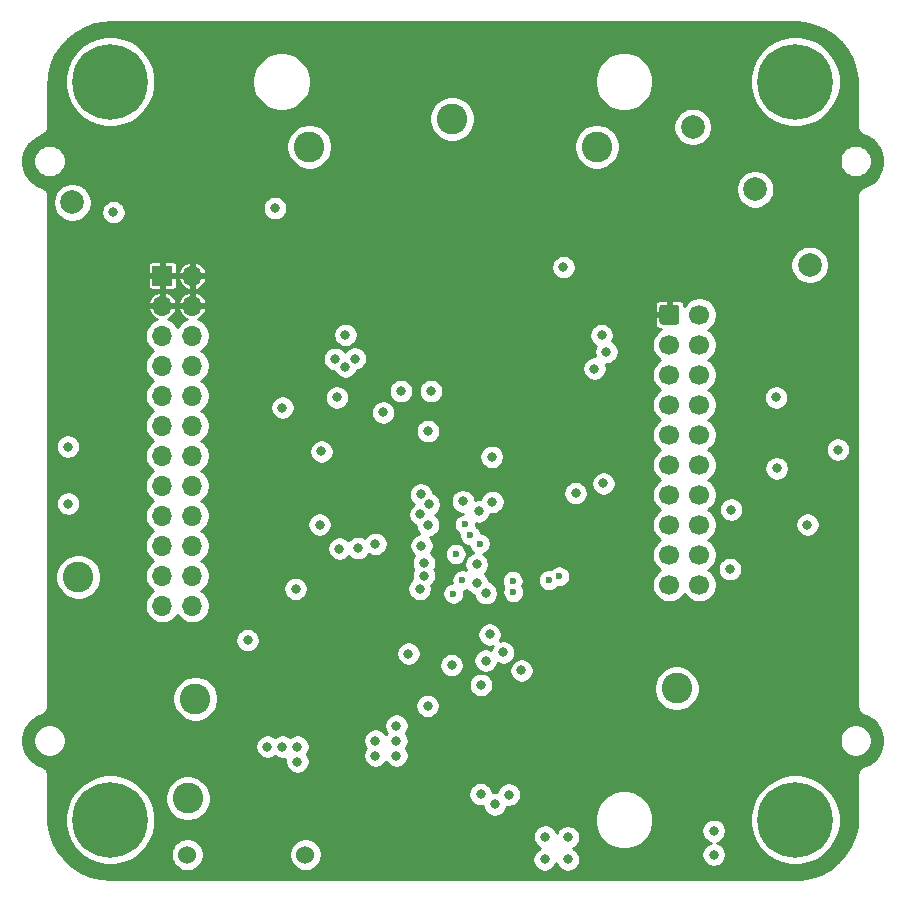
<source format=gbr>
%TF.GenerationSoftware,KiCad,Pcbnew,(5.1.10)-1*%
%TF.CreationDate,2021-12-17T12:10:02-05:00*%
%TF.ProjectId,Chess-Timer-RevA,43686573-732d-4546-996d-65722d526576,rev?*%
%TF.SameCoordinates,Original*%
%TF.FileFunction,Copper,L3,Inr*%
%TF.FilePolarity,Positive*%
%FSLAX46Y46*%
G04 Gerber Fmt 4.6, Leading zero omitted, Abs format (unit mm)*
G04 Created by KiCad (PCBNEW (5.1.10)-1) date 2021-12-17 12:10:02*
%MOMM*%
%LPD*%
G01*
G04 APERTURE LIST*
%TA.AperFunction,ComponentPad*%
%ADD10C,2.600000*%
%TD*%
%TA.AperFunction,ComponentPad*%
%ADD11C,6.400000*%
%TD*%
%TA.AperFunction,ComponentPad*%
%ADD12C,2.000000*%
%TD*%
%TA.AperFunction,ComponentPad*%
%ADD13C,1.700000*%
%TD*%
%TA.AperFunction,ComponentPad*%
%ADD14R,1.700000X1.700000*%
%TD*%
%TA.AperFunction,ComponentPad*%
%ADD15O,1.700000X1.700000*%
%TD*%
%TA.AperFunction,ComponentPad*%
%ADD16C,1.524000*%
%TD*%
%TA.AperFunction,ViaPad*%
%ADD17C,0.800000*%
%TD*%
%TA.AperFunction,ViaPad*%
%ADD18C,0.600000*%
%TD*%
%TA.AperFunction,Conductor*%
%ADD19C,0.254000*%
%TD*%
%TA.AperFunction,Conductor*%
%ADD20C,0.100000*%
%TD*%
G04 APERTURE END LIST*
D10*
%TO.N,CHARGE_STAT*%
%TO.C,TP9*%
X13208000Y16002000D03*
%TD*%
D11*
%TO.N,N/C*%
%TO.C,MT3*%
X64000000Y68250000D03*
%TD*%
%TO.N,N/C*%
%TO.C,MT4*%
X64000000Y5750000D03*
%TD*%
%TO.N,N/C*%
%TO.C,MT1*%
X6000000Y5750000D03*
%TD*%
%TO.N,N/C*%
%TO.C,MT2*%
X6000000Y68250000D03*
%TD*%
D12*
%TO.N,GND*%
%TO.C,H7*%
X2794000Y58013600D03*
%TD*%
%TO.N,HSYNC*%
%TO.C,H3*%
X65227200Y52730400D03*
%TD*%
%TO.N,VSYNC*%
%TO.C,H2*%
X60604400Y59131200D03*
%TD*%
%TO.N,DE*%
%TO.C,H1*%
X55321200Y64414400D03*
%TD*%
%TO.N,+3V3*%
%TO.C,J2*%
%TA.AperFunction,ComponentPad*%
G36*
G01*
X52490000Y47914000D02*
X52490000Y49114000D01*
G75*
G02*
X52740000Y49364000I250000J0D01*
G01*
X53940000Y49364000D01*
G75*
G02*
X54190000Y49114000I0J-250000D01*
G01*
X54190000Y47914000D01*
G75*
G02*
X53940000Y47664000I-250000J0D01*
G01*
X52740000Y47664000D01*
G75*
G02*
X52490000Y47914000I0J250000D01*
G01*
G37*
%TD.AperFunction*%
D13*
%TO.N,Net-(J2-Pad3)*%
X53340000Y45974000D03*
%TO.N,Net-(J2-Pad5)*%
X53340000Y43434000D03*
%TO.N,SWDIO*%
X53340000Y40894000D03*
%TO.N,SWCLK*%
X53340000Y38354000D03*
%TO.N,Net-(J2-Pad11)*%
X53340000Y35814000D03*
%TO.N,SWO*%
X53340000Y33274000D03*
%TO.N,NRST*%
X53340000Y30734000D03*
%TO.N,Net-(J2-Pad17)*%
X53340000Y28194000D03*
%TO.N,+5V*%
X53340000Y25654000D03*
%TO.N,Net-(J2-Pad2)*%
X55880000Y48514000D03*
%TO.N,GND*%
X55880000Y45974000D03*
X55880000Y43434000D03*
X55880000Y40894000D03*
X55880000Y38354000D03*
X55880000Y35814000D03*
X55880000Y33274000D03*
X55880000Y30734000D03*
X55880000Y28194000D03*
X55880000Y25654000D03*
%TD*%
D14*
%TO.N,+3V3*%
%TO.C,J4*%
X10414000Y51816000D03*
D15*
X12954000Y51816000D03*
X10414000Y49276000D03*
X12954000Y49276000D03*
%TO.N,Net-(J4-Pad5)*%
X10414000Y46736000D03*
%TO.N,PB4*%
X12954000Y46736000D03*
%TO.N,PB8*%
X10414000Y44196000D03*
%TO.N,PB9*%
X12954000Y44196000D03*
%TO.N,PB6*%
X10414000Y41656000D03*
%TO.N,PB7*%
X12954000Y41656000D03*
%TO.N,GND*%
X10414000Y39116000D03*
X12954000Y39116000D03*
X10414000Y36576000D03*
X12954000Y36576000D03*
%TO.N,PC1*%
X10414000Y34036000D03*
%TO.N,PC0*%
X12954000Y34036000D03*
%TO.N,PC3*%
X10414000Y31496000D03*
%TO.N,PC2*%
X12954000Y31496000D03*
%TO.N,PB11*%
X10414000Y28956000D03*
%TO.N,PA0*%
X12954000Y28956000D03*
%TO.N,PC5*%
X10414000Y26416000D03*
%TO.N,PB10*%
X12954000Y26416000D03*
%TO.N,PB1*%
X10414000Y23876000D03*
%TO.N,PB2*%
X12954000Y23876000D03*
%TD*%
D10*
%TO.N,Net-(C1-Pad1)*%
%TO.C,TP1*%
X53962300Y16878300D03*
%TD*%
%TO.N,Net-(R7-Pad2)*%
%TO.C,TP3*%
X3302000Y26314400D03*
%TD*%
%TO.N,GND*%
%TO.C,TP4*%
X12573000Y7569200D03*
%TD*%
%TO.N,Net-(C3-Pad1)*%
%TO.C,TP5*%
X22860000Y62738000D03*
%TD*%
%TO.N,GND*%
%TO.C,TP6*%
X47200000Y62738000D03*
%TD*%
%TO.N,+3V3*%
%TO.C,TP7*%
X34950400Y65100200D03*
%TD*%
D16*
%TO.N,+BATT*%
%TO.C,BT1*%
X22526000Y2794000D03*
%TO.N,GND*%
X12526000Y2794000D03*
%TD*%
D17*
%TO.N,GND*%
X17627600Y20955000D03*
X26720800Y44792900D03*
X25908000Y44119800D03*
X19304000Y11938000D03*
X20574000Y11938000D03*
X21844000Y11938000D03*
X21844000Y10668000D03*
X30226000Y13716000D03*
X30226000Y12446000D03*
X30226000Y11176000D03*
X28448000Y12446000D03*
X28448000Y11176000D03*
X32867600Y15392400D03*
X30607000Y42037000D03*
X33147000Y42037000D03*
X25044400Y44767500D03*
X6263000Y57190000D03*
X23723600Y30734000D03*
X23876000Y36931600D03*
X37363400Y7924800D03*
X38557200Y7061200D03*
X39751000Y7874000D03*
X20574000Y40640000D03*
X31242000Y19812000D03*
X32893000Y38658800D03*
X25400000Y28702000D03*
X26974800Y28752800D03*
X45402500Y33401000D03*
X46990000Y43942000D03*
X38354000Y32664400D03*
X37185600Y31851600D03*
X35864800Y32715200D03*
X47599600Y46786800D03*
X48006000Y45364400D03*
X67614800Y37084000D03*
X65024000Y30734000D03*
X2438400Y32512000D03*
X2413000Y37338000D03*
X57099200Y2794000D03*
X21695493Y25302293D03*
X39268400Y19913600D03*
X40817800Y18389600D03*
X25908000Y46812200D03*
%TO.N,+BATT*%
X42824400Y4318000D03*
X44754800Y4267200D03*
X42773600Y2387600D03*
X44754800Y2387600D03*
%TO.N,NRST*%
X37033200Y27381200D03*
%TO.N,SWDIO*%
X47752000Y34226500D03*
D18*
%TO.N,RS*%
X37287200Y29133800D03*
%TO.N,WR*%
X36499800Y29819600D03*
%TO.N,RD*%
X36042600Y30759400D03*
D17*
%TO.N,PC0*%
X28448000Y29108400D03*
%TO.N,PC1*%
X32355597Y28960003D03*
%TO.N,PC2*%
X32562800Y27482800D03*
%TO.N,PC3*%
X32562800Y26416000D03*
%TO.N,PB2*%
X38125400Y21437600D03*
%TO.N,PC5*%
X34899600Y18846800D03*
%TO.N,PB4*%
X29108400Y40233600D03*
%TO.N,PB6*%
X32918400Y30710010D03*
%TO.N,PB7*%
X32258000Y31597600D03*
%TO.N,PB8*%
X32969200Y32461200D03*
%TO.N,PB9*%
X32308344Y33301338D03*
%TO.N,Net-(R9-Pad1)*%
X25196800Y41503600D03*
X19939000Y57531000D03*
%TO.N,ADC_IN8*%
X37388800Y17170400D03*
X57099200Y4809995D03*
%TO.N,Net-(R14-Pad1)*%
X44364408Y52543208D03*
D18*
%TO.N,SPI_CS*%
X35240073Y28255073D03*
%TO.N,SPI_SCLK*%
X35814000Y26035000D03*
%TO.N,SPI_MOSI*%
X35052000Y24892000D03*
%TO.N,ADC_IN18*%
X40132000Y25019000D03*
%TO.N,ADC_IN19*%
X40068500Y25971500D03*
%TO.N,ADC_IN20*%
X43116500Y26035000D03*
%TO.N,ADC_IN21*%
X44005500Y26352500D03*
D17*
%TO.N,LCD_RESET*%
X38303200Y36474400D03*
%TO.N,+3V3*%
X44221400Y21717000D03*
X42646600Y23317200D03*
X65074800Y48920400D03*
X37033200Y40995600D03*
X31750000Y48641000D03*
X33274000Y48641000D03*
X34925000Y48641000D03*
X36449000Y48641000D03*
X34925000Y47244000D03*
X36449000Y47244000D03*
X34925000Y45974000D03*
X36449000Y45974000D03*
X34925000Y44704000D03*
X36449000Y44704000D03*
X33274000Y47244000D03*
X31750000Y47244000D03*
X30861000Y38735000D03*
X45317516Y35073484D03*
X42468800Y48310800D03*
X33274000Y19812000D03*
X27686000Y23977600D03*
X25399997Y24002997D03*
X48542707Y40560493D03*
X49580800Y55118000D03*
X44332404Y54543204D03*
X3429000Y48768000D03*
%TO.N,PA12*%
X58572400Y32004000D03*
X62382400Y41503600D03*
%TO.N,TIM3_CH1*%
X62433200Y35509200D03*
X58470800Y26974800D03*
%TO.N,PB1*%
X37795200Y19227800D03*
%TO.N,PB10*%
X37795200Y24942800D03*
%TO.N,PB11*%
X37030773Y25804681D03*
%TO.N,PA0*%
X32207200Y25298400D03*
%TD*%
D19*
%TO.N,+3V3*%
X64859503Y73191857D02*
X65695928Y72981762D01*
X66486804Y72637879D01*
X67210902Y72169440D01*
X67848766Y71589027D01*
X68383265Y70912233D01*
X68800049Y70157231D01*
X69087927Y69344288D01*
X69241427Y68482546D01*
X69265000Y67982679D01*
X69265001Y64358455D01*
X69275636Y64250475D01*
X69317664Y64111927D01*
X69385914Y63984240D01*
X69477763Y63872322D01*
X69589681Y63780473D01*
X69717368Y63712223D01*
X69751744Y63701795D01*
X70192190Y63518835D01*
X70559140Y63273576D01*
X70871462Y62961713D01*
X71117260Y62595130D01*
X71287172Y62187788D01*
X71374731Y61755191D01*
X71376596Y61313836D01*
X71292700Y60880521D01*
X71126235Y60471751D01*
X70883546Y60103103D01*
X70573871Y59788610D01*
X70209011Y59540259D01*
X69771754Y59354274D01*
X69717367Y59337776D01*
X69589680Y59269526D01*
X69477762Y59177676D01*
X69385913Y59065758D01*
X69317663Y58938071D01*
X69296372Y58867884D01*
X69296370Y58867879D01*
X69296369Y58867874D01*
X69275635Y58799523D01*
X69265000Y58691543D01*
X69265001Y15308455D01*
X69275636Y15200475D01*
X69317664Y15061927D01*
X69385914Y14934240D01*
X69477763Y14822322D01*
X69589681Y14730473D01*
X69717368Y14662223D01*
X69751744Y14651795D01*
X70192190Y14468835D01*
X70559140Y14223576D01*
X70871462Y13911713D01*
X71117260Y13545130D01*
X71287172Y13137788D01*
X71374731Y12705191D01*
X71376596Y12263836D01*
X71292700Y11830521D01*
X71126235Y11421751D01*
X70883546Y11053103D01*
X70573871Y10738610D01*
X70209011Y10490259D01*
X69771754Y10304274D01*
X69717367Y10287776D01*
X69589680Y10219526D01*
X69477762Y10127676D01*
X69385913Y10015758D01*
X69317663Y9888071D01*
X69296372Y9817884D01*
X69296370Y9817879D01*
X69296369Y9817874D01*
X69275635Y9749523D01*
X69265000Y9641543D01*
X69265001Y6030180D01*
X69191857Y5140496D01*
X68981761Y4304070D01*
X68637877Y3513191D01*
X68169443Y2789102D01*
X67589030Y2151237D01*
X66912233Y1616735D01*
X66157227Y1199948D01*
X65344287Y912072D01*
X64482547Y758573D01*
X63982680Y735000D01*
X6030167Y735000D01*
X5140495Y808143D01*
X4304069Y1018239D01*
X3513191Y1362123D01*
X2789102Y1830557D01*
X2151235Y2410971D01*
X1616736Y3087763D01*
X1199952Y3842765D01*
X912073Y4655712D01*
X758573Y5517453D01*
X735000Y6017319D01*
X735000Y6127715D01*
X2165000Y6127715D01*
X2165000Y5372285D01*
X2312377Y4631372D01*
X2601467Y3933446D01*
X3021161Y3305330D01*
X3555330Y2771161D01*
X4183446Y2351467D01*
X4881372Y2062377D01*
X5622285Y1915000D01*
X6377715Y1915000D01*
X7118628Y2062377D01*
X7816554Y2351467D01*
X8444670Y2771161D01*
X8605101Y2931592D01*
X11129000Y2931592D01*
X11129000Y2656408D01*
X11182686Y2386510D01*
X11287995Y2132273D01*
X11440880Y1903465D01*
X11635465Y1708880D01*
X11864273Y1555995D01*
X12118510Y1450686D01*
X12388408Y1397000D01*
X12663592Y1397000D01*
X12933490Y1450686D01*
X13187727Y1555995D01*
X13416535Y1708880D01*
X13611120Y1903465D01*
X13764005Y2132273D01*
X13869314Y2386510D01*
X13923000Y2656408D01*
X13923000Y2931592D01*
X21129000Y2931592D01*
X21129000Y2656408D01*
X21182686Y2386510D01*
X21287995Y2132273D01*
X21440880Y1903465D01*
X21635465Y1708880D01*
X21864273Y1555995D01*
X22118510Y1450686D01*
X22388408Y1397000D01*
X22663592Y1397000D01*
X22933490Y1450686D01*
X23187727Y1555995D01*
X23416535Y1708880D01*
X23611120Y1903465D01*
X23764005Y2132273D01*
X23869314Y2386510D01*
X23889807Y2489539D01*
X41738600Y2489539D01*
X41738600Y2285661D01*
X41778374Y2085702D01*
X41856395Y1897344D01*
X41969663Y1727826D01*
X42113826Y1583663D01*
X42283344Y1470395D01*
X42471702Y1392374D01*
X42671661Y1352600D01*
X42875539Y1352600D01*
X43075498Y1392374D01*
X43263856Y1470395D01*
X43433374Y1583663D01*
X43577537Y1727826D01*
X43690805Y1897344D01*
X43764200Y2074534D01*
X43837595Y1897344D01*
X43950863Y1727826D01*
X44095026Y1583663D01*
X44264544Y1470395D01*
X44452902Y1392374D01*
X44652861Y1352600D01*
X44856739Y1352600D01*
X45056698Y1392374D01*
X45245056Y1470395D01*
X45414574Y1583663D01*
X45558737Y1727826D01*
X45672005Y1897344D01*
X45750026Y2085702D01*
X45789800Y2285661D01*
X45789800Y2489539D01*
X45750026Y2689498D01*
X45672005Y2877856D01*
X45558737Y3047374D01*
X45414574Y3191537D01*
X45245056Y3304805D01*
X45190507Y3327400D01*
X45245056Y3349995D01*
X45414574Y3463263D01*
X45558737Y3607426D01*
X45672005Y3776944D01*
X45750026Y3965302D01*
X45789800Y4165261D01*
X45789800Y4369139D01*
X45750026Y4569098D01*
X45672005Y4757456D01*
X45558737Y4926974D01*
X45414574Y5071137D01*
X45245056Y5184405D01*
X45056698Y5262426D01*
X44856739Y5302200D01*
X44652861Y5302200D01*
X44452902Y5262426D01*
X44264544Y5184405D01*
X44095026Y5071137D01*
X43950863Y4926974D01*
X43837595Y4757456D01*
X43800121Y4666987D01*
X43741605Y4808256D01*
X43628337Y4977774D01*
X43484174Y5121937D01*
X43314656Y5235205D01*
X43126298Y5313226D01*
X42926339Y5353000D01*
X42722461Y5353000D01*
X42522502Y5313226D01*
X42334144Y5235205D01*
X42164626Y5121937D01*
X42020463Y4977774D01*
X41907195Y4808256D01*
X41829174Y4619898D01*
X41789400Y4419939D01*
X41789400Y4216061D01*
X41829174Y4016102D01*
X41907195Y3827744D01*
X42020463Y3658226D01*
X42164626Y3514063D01*
X42334144Y3400795D01*
X42424613Y3363321D01*
X42283344Y3304805D01*
X42113826Y3191537D01*
X41969663Y3047374D01*
X41856395Y2877856D01*
X41778374Y2689498D01*
X41738600Y2489539D01*
X23889807Y2489539D01*
X23923000Y2656408D01*
X23923000Y2931592D01*
X23869314Y3201490D01*
X23764005Y3455727D01*
X23611120Y3684535D01*
X23416535Y3879120D01*
X23187727Y4032005D01*
X22933490Y4137314D01*
X22663592Y4191000D01*
X22388408Y4191000D01*
X22118510Y4137314D01*
X21864273Y4032005D01*
X21635465Y3879120D01*
X21440880Y3684535D01*
X21287995Y3455727D01*
X21182686Y3201490D01*
X21129000Y2931592D01*
X13923000Y2931592D01*
X13869314Y3201490D01*
X13764005Y3455727D01*
X13611120Y3684535D01*
X13416535Y3879120D01*
X13187727Y4032005D01*
X12933490Y4137314D01*
X12663592Y4191000D01*
X12388408Y4191000D01*
X12118510Y4137314D01*
X11864273Y4032005D01*
X11635465Y3879120D01*
X11440880Y3684535D01*
X11287995Y3455727D01*
X11182686Y3201490D01*
X11129000Y2931592D01*
X8605101Y2931592D01*
X8978839Y3305330D01*
X9398533Y3933446D01*
X9687623Y4631372D01*
X9835000Y5372285D01*
X9835000Y6127715D01*
X9687623Y6868628D01*
X9398533Y7566554D01*
X9269423Y7759781D01*
X10638000Y7759781D01*
X10638000Y7378619D01*
X10712361Y7004781D01*
X10858225Y6652634D01*
X11069987Y6335709D01*
X11339509Y6066187D01*
X11656434Y5854425D01*
X12008581Y5708561D01*
X12382419Y5634200D01*
X12763581Y5634200D01*
X13137419Y5708561D01*
X13489566Y5854425D01*
X13700749Y5995533D01*
X47007061Y5995533D01*
X47007061Y5504467D01*
X47102863Y5022837D01*
X47290786Y4569151D01*
X47563608Y4160845D01*
X47910844Y3813609D01*
X48319150Y3540787D01*
X48772836Y3352864D01*
X49254466Y3257062D01*
X49745532Y3257062D01*
X50227162Y3352864D01*
X50680848Y3540787D01*
X51089154Y3813609D01*
X51436390Y4160845D01*
X51709212Y4569151D01*
X51851197Y4911934D01*
X56064200Y4911934D01*
X56064200Y4708056D01*
X56103974Y4508097D01*
X56181995Y4319739D01*
X56295263Y4150221D01*
X56439426Y4006058D01*
X56608944Y3892790D01*
X56797302Y3814769D01*
X56861509Y3801998D01*
X56797302Y3789226D01*
X56608944Y3711205D01*
X56439426Y3597937D01*
X56295263Y3453774D01*
X56181995Y3284256D01*
X56103974Y3095898D01*
X56064200Y2895939D01*
X56064200Y2692061D01*
X56103974Y2492102D01*
X56181995Y2303744D01*
X56295263Y2134226D01*
X56439426Y1990063D01*
X56608944Y1876795D01*
X56797302Y1798774D01*
X56997261Y1759000D01*
X57201139Y1759000D01*
X57401098Y1798774D01*
X57589456Y1876795D01*
X57758974Y1990063D01*
X57903137Y2134226D01*
X58016405Y2303744D01*
X58094426Y2492102D01*
X58134200Y2692061D01*
X58134200Y2895939D01*
X58094426Y3095898D01*
X58016405Y3284256D01*
X57903137Y3453774D01*
X57758974Y3597937D01*
X57589456Y3711205D01*
X57401098Y3789226D01*
X57336891Y3801998D01*
X57401098Y3814769D01*
X57589456Y3892790D01*
X57758974Y4006058D01*
X57903137Y4150221D01*
X58016405Y4319739D01*
X58094426Y4508097D01*
X58134200Y4708056D01*
X58134200Y4911934D01*
X58094426Y5111893D01*
X58016405Y5300251D01*
X57903137Y5469769D01*
X57758974Y5613932D01*
X57589456Y5727200D01*
X57401098Y5805221D01*
X57201139Y5844995D01*
X56997261Y5844995D01*
X56797302Y5805221D01*
X56608944Y5727200D01*
X56439426Y5613932D01*
X56295263Y5469769D01*
X56181995Y5300251D01*
X56103974Y5111893D01*
X56064200Y4911934D01*
X51851197Y4911934D01*
X51897135Y5022837D01*
X51992937Y5504467D01*
X51992937Y5995533D01*
X51966645Y6127715D01*
X60165000Y6127715D01*
X60165000Y5372285D01*
X60312377Y4631372D01*
X60601467Y3933446D01*
X61021161Y3305330D01*
X61555330Y2771161D01*
X62183446Y2351467D01*
X62881372Y2062377D01*
X63622285Y1915000D01*
X64377715Y1915000D01*
X65118628Y2062377D01*
X65816554Y2351467D01*
X66444670Y2771161D01*
X66978839Y3305330D01*
X67398533Y3933446D01*
X67687623Y4631372D01*
X67835000Y5372285D01*
X67835000Y6127715D01*
X67687623Y6868628D01*
X67398533Y7566554D01*
X66978839Y8194670D01*
X66444670Y8728839D01*
X65816554Y9148533D01*
X65118628Y9437623D01*
X64377715Y9585000D01*
X63622285Y9585000D01*
X62881372Y9437623D01*
X62183446Y9148533D01*
X61555330Y8728839D01*
X61021161Y8194670D01*
X60601467Y7566554D01*
X60312377Y6868628D01*
X60165000Y6127715D01*
X51966645Y6127715D01*
X51897135Y6477163D01*
X51709212Y6930849D01*
X51436390Y7339155D01*
X51089154Y7686391D01*
X50680848Y7959213D01*
X50227162Y8147136D01*
X49745532Y8242938D01*
X49254466Y8242938D01*
X48772836Y8147136D01*
X48319150Y7959213D01*
X47910844Y7686391D01*
X47563608Y7339155D01*
X47290786Y6930849D01*
X47102863Y6477163D01*
X47007061Y5995533D01*
X13700749Y5995533D01*
X13806491Y6066187D01*
X14076013Y6335709D01*
X14287775Y6652634D01*
X14433639Y7004781D01*
X14508000Y7378619D01*
X14508000Y7759781D01*
X14454899Y8026739D01*
X36328400Y8026739D01*
X36328400Y7822861D01*
X36368174Y7622902D01*
X36446195Y7434544D01*
X36559463Y7265026D01*
X36703626Y7120863D01*
X36873144Y7007595D01*
X37061502Y6929574D01*
X37261461Y6889800D01*
X37465339Y6889800D01*
X37533327Y6903323D01*
X37561974Y6759302D01*
X37639995Y6570944D01*
X37753263Y6401426D01*
X37897426Y6257263D01*
X38066944Y6143995D01*
X38255302Y6065974D01*
X38455261Y6026200D01*
X38659139Y6026200D01*
X38859098Y6065974D01*
X39047456Y6143995D01*
X39216974Y6257263D01*
X39361137Y6401426D01*
X39474405Y6570944D01*
X39552426Y6759302D01*
X39571353Y6854457D01*
X39649061Y6839000D01*
X39852939Y6839000D01*
X40052898Y6878774D01*
X40241256Y6956795D01*
X40410774Y7070063D01*
X40554937Y7214226D01*
X40668205Y7383744D01*
X40746226Y7572102D01*
X40786000Y7772061D01*
X40786000Y7975939D01*
X40746226Y8175898D01*
X40668205Y8364256D01*
X40554937Y8533774D01*
X40410774Y8677937D01*
X40241256Y8791205D01*
X40052898Y8869226D01*
X39852939Y8909000D01*
X39649061Y8909000D01*
X39449102Y8869226D01*
X39260744Y8791205D01*
X39091226Y8677937D01*
X38947063Y8533774D01*
X38833795Y8364256D01*
X38755774Y8175898D01*
X38736847Y8080743D01*
X38659139Y8096200D01*
X38455261Y8096200D01*
X38387273Y8082677D01*
X38358626Y8226698D01*
X38280605Y8415056D01*
X38167337Y8584574D01*
X38023174Y8728737D01*
X37853656Y8842005D01*
X37665298Y8920026D01*
X37465339Y8959800D01*
X37261461Y8959800D01*
X37061502Y8920026D01*
X36873144Y8842005D01*
X36703626Y8728737D01*
X36559463Y8584574D01*
X36446195Y8415056D01*
X36368174Y8226698D01*
X36328400Y8026739D01*
X14454899Y8026739D01*
X14433639Y8133619D01*
X14287775Y8485766D01*
X14076013Y8802691D01*
X13806491Y9072213D01*
X13489566Y9283975D01*
X13137419Y9429839D01*
X12763581Y9504200D01*
X12382419Y9504200D01*
X12008581Y9429839D01*
X11656434Y9283975D01*
X11339509Y9072213D01*
X11069987Y8802691D01*
X10858225Y8485766D01*
X10712361Y8133619D01*
X10638000Y7759781D01*
X9269423Y7759781D01*
X8978839Y8194670D01*
X8444670Y8728839D01*
X7816554Y9148533D01*
X7118628Y9437623D01*
X6377715Y9585000D01*
X5622285Y9585000D01*
X4881372Y9437623D01*
X4183446Y9148533D01*
X3555330Y8728839D01*
X3021161Y8194670D01*
X2601467Y7566554D01*
X2312377Y6868628D01*
X2165000Y6127715D01*
X735000Y6127715D01*
X735000Y9641544D01*
X724365Y9749524D01*
X682337Y9888072D01*
X614087Y10015759D01*
X522238Y10127677D01*
X410320Y10219526D01*
X282633Y10287776D01*
X248280Y10298197D01*
X-192192Y10481167D01*
X-559141Y10726426D01*
X-871457Y11038282D01*
X-1117259Y11404872D01*
X-1287172Y11812214D01*
X-1374730Y12244807D01*
X-1376274Y12610264D01*
X-498355Y12610264D01*
X-498355Y12339736D01*
X-445578Y12074407D01*
X-342051Y11824473D01*
X-191754Y11599537D01*
X-463Y11408246D01*
X224473Y11257949D01*
X474407Y11154422D01*
X739736Y11101645D01*
X1010264Y11101645D01*
X1275593Y11154422D01*
X1525527Y11257949D01*
X1750463Y11408246D01*
X1941754Y11599537D01*
X2092051Y11824473D01*
X2181300Y12039939D01*
X18269000Y12039939D01*
X18269000Y11836061D01*
X18308774Y11636102D01*
X18386795Y11447744D01*
X18500063Y11278226D01*
X18644226Y11134063D01*
X18813744Y11020795D01*
X19002102Y10942774D01*
X19202061Y10903000D01*
X19405939Y10903000D01*
X19605898Y10942774D01*
X19794256Y11020795D01*
X19939000Y11117510D01*
X20083744Y11020795D01*
X20272102Y10942774D01*
X20472061Y10903000D01*
X20675939Y10903000D01*
X20842039Y10936039D01*
X20809000Y10769939D01*
X20809000Y10566061D01*
X20848774Y10366102D01*
X20926795Y10177744D01*
X21040063Y10008226D01*
X21184226Y9864063D01*
X21353744Y9750795D01*
X21542102Y9672774D01*
X21742061Y9633000D01*
X21945939Y9633000D01*
X22145898Y9672774D01*
X22334256Y9750795D01*
X22503774Y9864063D01*
X22647937Y10008226D01*
X22761205Y10177744D01*
X22839226Y10366102D01*
X22879000Y10566061D01*
X22879000Y10769939D01*
X22839226Y10969898D01*
X22761205Y11158256D01*
X22664490Y11303000D01*
X22761205Y11447744D01*
X22839226Y11636102D01*
X22879000Y11836061D01*
X22879000Y12039939D01*
X22839226Y12239898D01*
X22761205Y12428256D01*
X22681236Y12547939D01*
X27413000Y12547939D01*
X27413000Y12344061D01*
X27452774Y12144102D01*
X27530795Y11955744D01*
X27627510Y11811000D01*
X27530795Y11666256D01*
X27452774Y11477898D01*
X27413000Y11277939D01*
X27413000Y11074061D01*
X27452774Y10874102D01*
X27530795Y10685744D01*
X27644063Y10516226D01*
X27788226Y10372063D01*
X27957744Y10258795D01*
X28146102Y10180774D01*
X28346061Y10141000D01*
X28549939Y10141000D01*
X28749898Y10180774D01*
X28938256Y10258795D01*
X29107774Y10372063D01*
X29251937Y10516226D01*
X29337000Y10643532D01*
X29422063Y10516226D01*
X29566226Y10372063D01*
X29735744Y10258795D01*
X29924102Y10180774D01*
X30124061Y10141000D01*
X30327939Y10141000D01*
X30527898Y10180774D01*
X30716256Y10258795D01*
X30885774Y10372063D01*
X31029937Y10516226D01*
X31143205Y10685744D01*
X31221226Y10874102D01*
X31261000Y11074061D01*
X31261000Y11277939D01*
X31221226Y11477898D01*
X31143205Y11666256D01*
X31046490Y11811000D01*
X31143205Y11955744D01*
X31221226Y12144102D01*
X31261000Y12344061D01*
X31261000Y12547939D01*
X31248603Y12610264D01*
X67751645Y12610264D01*
X67751645Y12339736D01*
X67804422Y12074407D01*
X67907949Y11824473D01*
X68058246Y11599537D01*
X68249537Y11408246D01*
X68474473Y11257949D01*
X68724407Y11154422D01*
X68989736Y11101645D01*
X69260264Y11101645D01*
X69525593Y11154422D01*
X69775527Y11257949D01*
X70000463Y11408246D01*
X70191754Y11599537D01*
X70342051Y11824473D01*
X70445578Y12074407D01*
X70498355Y12339736D01*
X70498355Y12610264D01*
X70445578Y12875593D01*
X70342051Y13125527D01*
X70191754Y13350463D01*
X70000463Y13541754D01*
X69775527Y13692051D01*
X69525593Y13795578D01*
X69260264Y13848355D01*
X68989736Y13848355D01*
X68724407Y13795578D01*
X68474473Y13692051D01*
X68249537Y13541754D01*
X68058246Y13350463D01*
X67907949Y13125527D01*
X67804422Y12875593D01*
X67751645Y12610264D01*
X31248603Y12610264D01*
X31221226Y12747898D01*
X31143205Y12936256D01*
X31046490Y13081000D01*
X31143205Y13225744D01*
X31221226Y13414102D01*
X31261000Y13614061D01*
X31261000Y13817939D01*
X31221226Y14017898D01*
X31143205Y14206256D01*
X31029937Y14375774D01*
X30885774Y14519937D01*
X30716256Y14633205D01*
X30527898Y14711226D01*
X30327939Y14751000D01*
X30124061Y14751000D01*
X29924102Y14711226D01*
X29735744Y14633205D01*
X29566226Y14519937D01*
X29422063Y14375774D01*
X29308795Y14206256D01*
X29230774Y14017898D01*
X29191000Y13817939D01*
X29191000Y13614061D01*
X29230774Y13414102D01*
X29308795Y13225744D01*
X29405510Y13081000D01*
X29337000Y12978468D01*
X29251937Y13105774D01*
X29107774Y13249937D01*
X28938256Y13363205D01*
X28749898Y13441226D01*
X28549939Y13481000D01*
X28346061Y13481000D01*
X28146102Y13441226D01*
X27957744Y13363205D01*
X27788226Y13249937D01*
X27644063Y13105774D01*
X27530795Y12936256D01*
X27452774Y12747898D01*
X27413000Y12547939D01*
X22681236Y12547939D01*
X22647937Y12597774D01*
X22503774Y12741937D01*
X22334256Y12855205D01*
X22145898Y12933226D01*
X21945939Y12973000D01*
X21742061Y12973000D01*
X21542102Y12933226D01*
X21353744Y12855205D01*
X21209000Y12758490D01*
X21064256Y12855205D01*
X20875898Y12933226D01*
X20675939Y12973000D01*
X20472061Y12973000D01*
X20272102Y12933226D01*
X20083744Y12855205D01*
X19939000Y12758490D01*
X19794256Y12855205D01*
X19605898Y12933226D01*
X19405939Y12973000D01*
X19202061Y12973000D01*
X19002102Y12933226D01*
X18813744Y12855205D01*
X18644226Y12741937D01*
X18500063Y12597774D01*
X18386795Y12428256D01*
X18308774Y12239898D01*
X18269000Y12039939D01*
X2181300Y12039939D01*
X2195578Y12074407D01*
X2248355Y12339736D01*
X2248355Y12610264D01*
X2195578Y12875593D01*
X2092051Y13125527D01*
X1941754Y13350463D01*
X1750463Y13541754D01*
X1525527Y13692051D01*
X1275593Y13795578D01*
X1010264Y13848355D01*
X739736Y13848355D01*
X474407Y13795578D01*
X224473Y13692051D01*
X-463Y13541754D01*
X-191754Y13350463D01*
X-342051Y13125527D01*
X-445578Y12875593D01*
X-498355Y12610264D01*
X-1376274Y12610264D01*
X-1376595Y12686163D01*
X-1292699Y13119481D01*
X-1126237Y13528245D01*
X-883546Y13896896D01*
X-573873Y14211387D01*
X-209011Y14459740D01*
X228252Y14645727D01*
X282632Y14662223D01*
X410319Y14730473D01*
X522237Y14822322D01*
X614087Y14934240D01*
X682337Y15061927D01*
X724365Y15200475D01*
X735000Y15308455D01*
X735000Y16192581D01*
X11273000Y16192581D01*
X11273000Y15811419D01*
X11347361Y15437581D01*
X11493225Y15085434D01*
X11704987Y14768509D01*
X11974509Y14498987D01*
X12291434Y14287225D01*
X12643581Y14141361D01*
X13017419Y14067000D01*
X13398581Y14067000D01*
X13772419Y14141361D01*
X14124566Y14287225D01*
X14441491Y14498987D01*
X14711013Y14768509D01*
X14922775Y15085434D01*
X15068639Y15437581D01*
X15079928Y15494339D01*
X31832600Y15494339D01*
X31832600Y15290461D01*
X31872374Y15090502D01*
X31950395Y14902144D01*
X32063663Y14732626D01*
X32207826Y14588463D01*
X32377344Y14475195D01*
X32565702Y14397174D01*
X32765661Y14357400D01*
X32969539Y14357400D01*
X33169498Y14397174D01*
X33357856Y14475195D01*
X33527374Y14588463D01*
X33671537Y14732626D01*
X33784805Y14902144D01*
X33862826Y15090502D01*
X33902600Y15290461D01*
X33902600Y15494339D01*
X33862826Y15694298D01*
X33784805Y15882656D01*
X33671537Y16052174D01*
X33527374Y16196337D01*
X33357856Y16309605D01*
X33169498Y16387626D01*
X32969539Y16427400D01*
X32765661Y16427400D01*
X32565702Y16387626D01*
X32377344Y16309605D01*
X32207826Y16196337D01*
X32063663Y16052174D01*
X31950395Y15882656D01*
X31872374Y15694298D01*
X31832600Y15494339D01*
X15079928Y15494339D01*
X15143000Y15811419D01*
X15143000Y16192581D01*
X15068639Y16566419D01*
X14922775Y16918566D01*
X14711013Y17235491D01*
X14674165Y17272339D01*
X36353800Y17272339D01*
X36353800Y17068461D01*
X36393574Y16868502D01*
X36471595Y16680144D01*
X36584863Y16510626D01*
X36729026Y16366463D01*
X36898544Y16253195D01*
X37086902Y16175174D01*
X37286861Y16135400D01*
X37490739Y16135400D01*
X37690698Y16175174D01*
X37879056Y16253195D01*
X38048574Y16366463D01*
X38192737Y16510626D01*
X38306005Y16680144D01*
X38384026Y16868502D01*
X38423800Y17068461D01*
X38423800Y17068881D01*
X52027300Y17068881D01*
X52027300Y16687719D01*
X52101661Y16313881D01*
X52247525Y15961734D01*
X52459287Y15644809D01*
X52728809Y15375287D01*
X53045734Y15163525D01*
X53397881Y15017661D01*
X53771719Y14943300D01*
X54152881Y14943300D01*
X54526719Y15017661D01*
X54878866Y15163525D01*
X55195791Y15375287D01*
X55465313Y15644809D01*
X55677075Y15961734D01*
X55822939Y16313881D01*
X55897300Y16687719D01*
X55897300Y17068881D01*
X55822939Y17442719D01*
X55677075Y17794866D01*
X55465313Y18111791D01*
X55195791Y18381313D01*
X54878866Y18593075D01*
X54526719Y18738939D01*
X54152881Y18813300D01*
X53771719Y18813300D01*
X53397881Y18738939D01*
X53045734Y18593075D01*
X52728809Y18381313D01*
X52459287Y18111791D01*
X52247525Y17794866D01*
X52101661Y17442719D01*
X52027300Y17068881D01*
X38423800Y17068881D01*
X38423800Y17272339D01*
X38384026Y17472298D01*
X38306005Y17660656D01*
X38192737Y17830174D01*
X38048574Y17974337D01*
X37879056Y18087605D01*
X37690698Y18165626D01*
X37490739Y18205400D01*
X37286861Y18205400D01*
X37086902Y18165626D01*
X36898544Y18087605D01*
X36729026Y17974337D01*
X36584863Y17830174D01*
X36471595Y17660656D01*
X36393574Y17472298D01*
X36353800Y17272339D01*
X14674165Y17272339D01*
X14441491Y17505013D01*
X14124566Y17716775D01*
X13772419Y17862639D01*
X13398581Y17937000D01*
X13017419Y17937000D01*
X12643581Y17862639D01*
X12291434Y17716775D01*
X11974509Y17505013D01*
X11704987Y17235491D01*
X11493225Y16918566D01*
X11347361Y16566419D01*
X11273000Y16192581D01*
X735000Y16192581D01*
X735000Y19913939D01*
X30207000Y19913939D01*
X30207000Y19710061D01*
X30246774Y19510102D01*
X30324795Y19321744D01*
X30438063Y19152226D01*
X30582226Y19008063D01*
X30751744Y18894795D01*
X30940102Y18816774D01*
X31140061Y18777000D01*
X31343939Y18777000D01*
X31543898Y18816774D01*
X31732256Y18894795D01*
X31812989Y18948739D01*
X33864600Y18948739D01*
X33864600Y18744861D01*
X33904374Y18544902D01*
X33982395Y18356544D01*
X34095663Y18187026D01*
X34239826Y18042863D01*
X34409344Y17929595D01*
X34597702Y17851574D01*
X34797661Y17811800D01*
X35001539Y17811800D01*
X35201498Y17851574D01*
X35389856Y17929595D01*
X35559374Y18042863D01*
X35703537Y18187026D01*
X35816805Y18356544D01*
X35894826Y18544902D01*
X35934600Y18744861D01*
X35934600Y18948739D01*
X35894826Y19148698D01*
X35819836Y19329739D01*
X36760200Y19329739D01*
X36760200Y19125861D01*
X36799974Y18925902D01*
X36877995Y18737544D01*
X36991263Y18568026D01*
X37135426Y18423863D01*
X37304944Y18310595D01*
X37493302Y18232574D01*
X37693261Y18192800D01*
X37897139Y18192800D01*
X38097098Y18232574D01*
X38285456Y18310595D01*
X38454974Y18423863D01*
X38522650Y18491539D01*
X39782800Y18491539D01*
X39782800Y18287661D01*
X39822574Y18087702D01*
X39900595Y17899344D01*
X40013863Y17729826D01*
X40158026Y17585663D01*
X40327544Y17472395D01*
X40515902Y17394374D01*
X40715861Y17354600D01*
X40919739Y17354600D01*
X41119698Y17394374D01*
X41308056Y17472395D01*
X41477574Y17585663D01*
X41621737Y17729826D01*
X41735005Y17899344D01*
X41813026Y18087702D01*
X41852800Y18287661D01*
X41852800Y18491539D01*
X41813026Y18691498D01*
X41735005Y18879856D01*
X41621737Y19049374D01*
X41477574Y19193537D01*
X41308056Y19306805D01*
X41119698Y19384826D01*
X40919739Y19424600D01*
X40715861Y19424600D01*
X40515902Y19384826D01*
X40327544Y19306805D01*
X40158026Y19193537D01*
X40013863Y19049374D01*
X39900595Y18879856D01*
X39822574Y18691498D01*
X39782800Y18491539D01*
X38522650Y18491539D01*
X38599137Y18568026D01*
X38712405Y18737544D01*
X38790426Y18925902D01*
X38802446Y18986329D01*
X38966502Y18918374D01*
X39166461Y18878600D01*
X39370339Y18878600D01*
X39570298Y18918374D01*
X39758656Y18996395D01*
X39928174Y19109663D01*
X40072337Y19253826D01*
X40185605Y19423344D01*
X40263626Y19611702D01*
X40303400Y19811661D01*
X40303400Y20015539D01*
X40263626Y20215498D01*
X40185605Y20403856D01*
X40072337Y20573374D01*
X39928174Y20717537D01*
X39758656Y20830805D01*
X39570298Y20908826D01*
X39370339Y20948600D01*
X39166461Y20948600D01*
X39024588Y20920380D01*
X39042605Y20947344D01*
X39120626Y21135702D01*
X39160400Y21335661D01*
X39160400Y21539539D01*
X39120626Y21739498D01*
X39042605Y21927856D01*
X38929337Y22097374D01*
X38785174Y22241537D01*
X38615656Y22354805D01*
X38427298Y22432826D01*
X38227339Y22472600D01*
X38023461Y22472600D01*
X37823502Y22432826D01*
X37635144Y22354805D01*
X37465626Y22241537D01*
X37321463Y22097374D01*
X37208195Y21927856D01*
X37130174Y21739498D01*
X37090400Y21539539D01*
X37090400Y21335661D01*
X37130174Y21135702D01*
X37208195Y20947344D01*
X37321463Y20777826D01*
X37465626Y20633663D01*
X37635144Y20520395D01*
X37823502Y20442374D01*
X38023461Y20402600D01*
X38227339Y20402600D01*
X38369212Y20430820D01*
X38351195Y20403856D01*
X38273174Y20215498D01*
X38261154Y20155071D01*
X38097098Y20223026D01*
X37897139Y20262800D01*
X37693261Y20262800D01*
X37493302Y20223026D01*
X37304944Y20145005D01*
X37135426Y20031737D01*
X36991263Y19887574D01*
X36877995Y19718056D01*
X36799974Y19529698D01*
X36760200Y19329739D01*
X35819836Y19329739D01*
X35816805Y19337056D01*
X35703537Y19506574D01*
X35559374Y19650737D01*
X35389856Y19764005D01*
X35201498Y19842026D01*
X35001539Y19881800D01*
X34797661Y19881800D01*
X34597702Y19842026D01*
X34409344Y19764005D01*
X34239826Y19650737D01*
X34095663Y19506574D01*
X33982395Y19337056D01*
X33904374Y19148698D01*
X33864600Y18948739D01*
X31812989Y18948739D01*
X31901774Y19008063D01*
X32045937Y19152226D01*
X32159205Y19321744D01*
X32237226Y19510102D01*
X32277000Y19710061D01*
X32277000Y19913939D01*
X32237226Y20113898D01*
X32159205Y20302256D01*
X32045937Y20471774D01*
X31901774Y20615937D01*
X31732256Y20729205D01*
X31543898Y20807226D01*
X31343939Y20847000D01*
X31140061Y20847000D01*
X30940102Y20807226D01*
X30751744Y20729205D01*
X30582226Y20615937D01*
X30438063Y20471774D01*
X30324795Y20302256D01*
X30246774Y20113898D01*
X30207000Y19913939D01*
X735000Y19913939D01*
X735000Y21056939D01*
X16592600Y21056939D01*
X16592600Y20853061D01*
X16632374Y20653102D01*
X16710395Y20464744D01*
X16823663Y20295226D01*
X16967826Y20151063D01*
X17137344Y20037795D01*
X17325702Y19959774D01*
X17525661Y19920000D01*
X17729539Y19920000D01*
X17929498Y19959774D01*
X18117856Y20037795D01*
X18287374Y20151063D01*
X18431537Y20295226D01*
X18544805Y20464744D01*
X18622826Y20653102D01*
X18662600Y20853061D01*
X18662600Y21056939D01*
X18622826Y21256898D01*
X18544805Y21445256D01*
X18431537Y21614774D01*
X18287374Y21758937D01*
X18117856Y21872205D01*
X17929498Y21950226D01*
X17729539Y21990000D01*
X17525661Y21990000D01*
X17325702Y21950226D01*
X17137344Y21872205D01*
X16967826Y21758937D01*
X16823663Y21614774D01*
X16710395Y21445256D01*
X16632374Y21256898D01*
X16592600Y21056939D01*
X735000Y21056939D01*
X735000Y26504981D01*
X1367000Y26504981D01*
X1367000Y26123819D01*
X1441361Y25749981D01*
X1587225Y25397834D01*
X1798987Y25080909D01*
X2068509Y24811387D01*
X2385434Y24599625D01*
X2737581Y24453761D01*
X3111419Y24379400D01*
X3492581Y24379400D01*
X3866419Y24453761D01*
X4218566Y24599625D01*
X4535491Y24811387D01*
X4805013Y25080909D01*
X5016775Y25397834D01*
X5162639Y25749981D01*
X5237000Y26123819D01*
X5237000Y26504981D01*
X5162639Y26878819D01*
X5016775Y27230966D01*
X4805013Y27547891D01*
X4535491Y27817413D01*
X4218566Y28029175D01*
X3866419Y28175039D01*
X3492581Y28249400D01*
X3111419Y28249400D01*
X2737581Y28175039D01*
X2385434Y28029175D01*
X2068509Y27817413D01*
X1798987Y27547891D01*
X1587225Y27230966D01*
X1441361Y26878819D01*
X1367000Y26504981D01*
X735000Y26504981D01*
X735000Y32613939D01*
X1403400Y32613939D01*
X1403400Y32410061D01*
X1443174Y32210102D01*
X1521195Y32021744D01*
X1634463Y31852226D01*
X1778626Y31708063D01*
X1948144Y31594795D01*
X2136502Y31516774D01*
X2336461Y31477000D01*
X2540339Y31477000D01*
X2740298Y31516774D01*
X2928656Y31594795D01*
X3098174Y31708063D01*
X3242337Y31852226D01*
X3355605Y32021744D01*
X3433626Y32210102D01*
X3473400Y32410061D01*
X3473400Y32613939D01*
X3433626Y32813898D01*
X3355605Y33002256D01*
X3242337Y33171774D01*
X3098174Y33315937D01*
X2928656Y33429205D01*
X2740298Y33507226D01*
X2540339Y33547000D01*
X2336461Y33547000D01*
X2136502Y33507226D01*
X1948144Y33429205D01*
X1778626Y33315937D01*
X1634463Y33171774D01*
X1521195Y33002256D01*
X1443174Y32813898D01*
X1403400Y32613939D01*
X735000Y32613939D01*
X735000Y37439939D01*
X1378000Y37439939D01*
X1378000Y37236061D01*
X1417774Y37036102D01*
X1495795Y36847744D01*
X1609063Y36678226D01*
X1753226Y36534063D01*
X1922744Y36420795D01*
X2111102Y36342774D01*
X2311061Y36303000D01*
X2514939Y36303000D01*
X2714898Y36342774D01*
X2903256Y36420795D01*
X3072774Y36534063D01*
X3216937Y36678226D01*
X3330205Y36847744D01*
X3408226Y37036102D01*
X3448000Y37236061D01*
X3448000Y37439939D01*
X3408226Y37639898D01*
X3330205Y37828256D01*
X3216937Y37997774D01*
X3072774Y38141937D01*
X2903256Y38255205D01*
X2714898Y38333226D01*
X2514939Y38373000D01*
X2311061Y38373000D01*
X2111102Y38333226D01*
X1922744Y38255205D01*
X1753226Y38141937D01*
X1609063Y37997774D01*
X1495795Y37828256D01*
X1417774Y37639898D01*
X1378000Y37439939D01*
X735000Y37439939D01*
X735000Y46882260D01*
X8929000Y46882260D01*
X8929000Y46589740D01*
X8986068Y46302842D01*
X9098010Y46032589D01*
X9260525Y45789368D01*
X9467368Y45582525D01*
X9641760Y45466000D01*
X9467368Y45349475D01*
X9260525Y45142632D01*
X9098010Y44899411D01*
X8986068Y44629158D01*
X8929000Y44342260D01*
X8929000Y44049740D01*
X8986068Y43762842D01*
X9098010Y43492589D01*
X9260525Y43249368D01*
X9467368Y43042525D01*
X9641760Y42926000D01*
X9467368Y42809475D01*
X9260525Y42602632D01*
X9098010Y42359411D01*
X8986068Y42089158D01*
X8929000Y41802260D01*
X8929000Y41509740D01*
X8986068Y41222842D01*
X9098010Y40952589D01*
X9260525Y40709368D01*
X9467368Y40502525D01*
X9641760Y40386000D01*
X9467368Y40269475D01*
X9260525Y40062632D01*
X9098010Y39819411D01*
X8986068Y39549158D01*
X8929000Y39262260D01*
X8929000Y38969740D01*
X8986068Y38682842D01*
X9098010Y38412589D01*
X9260525Y38169368D01*
X9467368Y37962525D01*
X9641760Y37846000D01*
X9467368Y37729475D01*
X9260525Y37522632D01*
X9098010Y37279411D01*
X8986068Y37009158D01*
X8929000Y36722260D01*
X8929000Y36429740D01*
X8986068Y36142842D01*
X9098010Y35872589D01*
X9260525Y35629368D01*
X9467368Y35422525D01*
X9641760Y35306000D01*
X9467368Y35189475D01*
X9260525Y34982632D01*
X9098010Y34739411D01*
X8986068Y34469158D01*
X8929000Y34182260D01*
X8929000Y33889740D01*
X8986068Y33602842D01*
X9098010Y33332589D01*
X9260525Y33089368D01*
X9467368Y32882525D01*
X9641760Y32766000D01*
X9467368Y32649475D01*
X9260525Y32442632D01*
X9098010Y32199411D01*
X8986068Y31929158D01*
X8929000Y31642260D01*
X8929000Y31349740D01*
X8986068Y31062842D01*
X9098010Y30792589D01*
X9260525Y30549368D01*
X9467368Y30342525D01*
X9641760Y30226000D01*
X9467368Y30109475D01*
X9260525Y29902632D01*
X9098010Y29659411D01*
X8986068Y29389158D01*
X8929000Y29102260D01*
X8929000Y28809740D01*
X8986068Y28522842D01*
X9098010Y28252589D01*
X9260525Y28009368D01*
X9467368Y27802525D01*
X9641760Y27686000D01*
X9467368Y27569475D01*
X9260525Y27362632D01*
X9098010Y27119411D01*
X8986068Y26849158D01*
X8929000Y26562260D01*
X8929000Y26269740D01*
X8986068Y25982842D01*
X9098010Y25712589D01*
X9260525Y25469368D01*
X9467368Y25262525D01*
X9641760Y25146000D01*
X9467368Y25029475D01*
X9260525Y24822632D01*
X9098010Y24579411D01*
X8986068Y24309158D01*
X8929000Y24022260D01*
X8929000Y23729740D01*
X8986068Y23442842D01*
X9098010Y23172589D01*
X9260525Y22929368D01*
X9467368Y22722525D01*
X9710589Y22560010D01*
X9980842Y22448068D01*
X10267740Y22391000D01*
X10560260Y22391000D01*
X10847158Y22448068D01*
X11117411Y22560010D01*
X11360632Y22722525D01*
X11567475Y22929368D01*
X11684000Y23103760D01*
X11800525Y22929368D01*
X12007368Y22722525D01*
X12250589Y22560010D01*
X12520842Y22448068D01*
X12807740Y22391000D01*
X13100260Y22391000D01*
X13387158Y22448068D01*
X13657411Y22560010D01*
X13900632Y22722525D01*
X14107475Y22929368D01*
X14269990Y23172589D01*
X14381932Y23442842D01*
X14439000Y23729740D01*
X14439000Y24022260D01*
X14381932Y24309158D01*
X14269990Y24579411D01*
X14107475Y24822632D01*
X13900632Y25029475D01*
X13726240Y25146000D01*
X13900632Y25262525D01*
X14042339Y25404232D01*
X20660493Y25404232D01*
X20660493Y25200354D01*
X20700267Y25000395D01*
X20778288Y24812037D01*
X20891556Y24642519D01*
X21035719Y24498356D01*
X21205237Y24385088D01*
X21393595Y24307067D01*
X21593554Y24267293D01*
X21797432Y24267293D01*
X21997391Y24307067D01*
X22185749Y24385088D01*
X22355267Y24498356D01*
X22499430Y24642519D01*
X22612698Y24812037D01*
X22690719Y25000395D01*
X22730493Y25200354D01*
X22730493Y25400339D01*
X31172200Y25400339D01*
X31172200Y25196461D01*
X31211974Y24996502D01*
X31289995Y24808144D01*
X31403263Y24638626D01*
X31547426Y24494463D01*
X31716944Y24381195D01*
X31905302Y24303174D01*
X32105261Y24263400D01*
X32309139Y24263400D01*
X32509098Y24303174D01*
X32697456Y24381195D01*
X32866974Y24494463D01*
X33011137Y24638626D01*
X33124405Y24808144D01*
X33197284Y24984089D01*
X34117000Y24984089D01*
X34117000Y24799911D01*
X34152932Y24619271D01*
X34223414Y24449111D01*
X34325738Y24295972D01*
X34455972Y24165738D01*
X34609111Y24063414D01*
X34779271Y23992932D01*
X34959911Y23957000D01*
X35144089Y23957000D01*
X35324729Y23992932D01*
X35494889Y24063414D01*
X35648028Y24165738D01*
X35778262Y24295972D01*
X35880586Y24449111D01*
X35951068Y24619271D01*
X35987000Y24799911D01*
X35987000Y24984089D01*
X35961742Y25111070D01*
X36086729Y25135932D01*
X36201162Y25183331D01*
X36226836Y25144907D01*
X36370999Y25000744D01*
X36540517Y24887476D01*
X36728875Y24809455D01*
X36767995Y24801674D01*
X36799974Y24640902D01*
X36877995Y24452544D01*
X36991263Y24283026D01*
X37135426Y24138863D01*
X37304944Y24025595D01*
X37493302Y23947574D01*
X37693261Y23907800D01*
X37897139Y23907800D01*
X38097098Y23947574D01*
X38285456Y24025595D01*
X38454974Y24138863D01*
X38599137Y24283026D01*
X38712405Y24452544D01*
X38790426Y24640902D01*
X38830200Y24840861D01*
X38830200Y25044739D01*
X38790426Y25244698D01*
X38712405Y25433056D01*
X38599137Y25602574D01*
X38454974Y25746737D01*
X38285456Y25860005D01*
X38097098Y25938026D01*
X38057978Y25945807D01*
X38034551Y26063589D01*
X39133500Y26063589D01*
X39133500Y25879411D01*
X39169432Y25698771D01*
X39239914Y25528611D01*
X39296174Y25444411D01*
X39232932Y25291729D01*
X39197000Y25111089D01*
X39197000Y24926911D01*
X39232932Y24746271D01*
X39303414Y24576111D01*
X39405738Y24422972D01*
X39535972Y24292738D01*
X39689111Y24190414D01*
X39859271Y24119932D01*
X40039911Y24084000D01*
X40224089Y24084000D01*
X40404729Y24119932D01*
X40574889Y24190414D01*
X40728028Y24292738D01*
X40858262Y24422972D01*
X40960586Y24576111D01*
X41031068Y24746271D01*
X41067000Y24926911D01*
X41067000Y25111089D01*
X41031068Y25291729D01*
X40960586Y25461889D01*
X40904326Y25546089D01*
X40967568Y25698771D01*
X41003500Y25879411D01*
X41003500Y26063589D01*
X40990869Y26127089D01*
X42181500Y26127089D01*
X42181500Y25942911D01*
X42217432Y25762271D01*
X42287914Y25592111D01*
X42390238Y25438972D01*
X42520472Y25308738D01*
X42673611Y25206414D01*
X42843771Y25135932D01*
X43024411Y25100000D01*
X43208589Y25100000D01*
X43389229Y25135932D01*
X43559389Y25206414D01*
X43712528Y25308738D01*
X43836574Y25432784D01*
X43913411Y25417500D01*
X44097589Y25417500D01*
X44278229Y25453432D01*
X44448389Y25523914D01*
X44601528Y25626238D01*
X44731762Y25756472D01*
X44834086Y25909611D01*
X44904568Y26079771D01*
X44940500Y26260411D01*
X44940500Y26444589D01*
X44904568Y26625229D01*
X44834086Y26795389D01*
X44731762Y26948528D01*
X44601528Y27078762D01*
X44448389Y27181086D01*
X44278229Y27251568D01*
X44097589Y27287500D01*
X43913411Y27287500D01*
X43732771Y27251568D01*
X43562611Y27181086D01*
X43409472Y27078762D01*
X43285426Y26954716D01*
X43208589Y26970000D01*
X43024411Y26970000D01*
X42843771Y26934068D01*
X42673611Y26863586D01*
X42520472Y26761262D01*
X42390238Y26631028D01*
X42287914Y26477889D01*
X42217432Y26307729D01*
X42181500Y26127089D01*
X40990869Y26127089D01*
X40967568Y26244229D01*
X40897086Y26414389D01*
X40794762Y26567528D01*
X40664528Y26697762D01*
X40511389Y26800086D01*
X40341229Y26870568D01*
X40160589Y26906500D01*
X39976411Y26906500D01*
X39795771Y26870568D01*
X39625611Y26800086D01*
X39472472Y26697762D01*
X39342238Y26567528D01*
X39239914Y26414389D01*
X39169432Y26244229D01*
X39133500Y26063589D01*
X38034551Y26063589D01*
X38025999Y26106579D01*
X37947978Y26294937D01*
X37834710Y26464455D01*
X37707438Y26591727D01*
X37837137Y26721426D01*
X37950405Y26890944D01*
X38028426Y27079302D01*
X38068200Y27279261D01*
X38068200Y27483139D01*
X38028426Y27683098D01*
X37950405Y27871456D01*
X37837137Y28040974D01*
X37692974Y28185137D01*
X37596240Y28249772D01*
X37730089Y28305214D01*
X37883228Y28407538D01*
X38013462Y28537772D01*
X38115786Y28690911D01*
X38186268Y28861071D01*
X38222200Y29041711D01*
X38222200Y29225889D01*
X38186268Y29406529D01*
X38115786Y29576689D01*
X38013462Y29729828D01*
X37883228Y29860062D01*
X37730089Y29962386D01*
X37559929Y30032868D01*
X37404548Y30063776D01*
X37398868Y30092329D01*
X37328386Y30262489D01*
X37226062Y30415628D01*
X37095828Y30545862D01*
X36970146Y30629840D01*
X36977600Y30667311D01*
X36977600Y30837697D01*
X37083661Y30816600D01*
X37287539Y30816600D01*
X37487498Y30856374D01*
X37675856Y30934395D01*
X37845374Y31047663D01*
X37989537Y31191826D01*
X38102805Y31361344D01*
X38180826Y31549702D01*
X38198787Y31639997D01*
X38252061Y31629400D01*
X38455939Y31629400D01*
X38655898Y31669174D01*
X38844256Y31747195D01*
X39013774Y31860463D01*
X39157937Y32004626D01*
X39271205Y32174144D01*
X39349226Y32362502D01*
X39389000Y32562461D01*
X39389000Y32766339D01*
X39349226Y32966298D01*
X39271205Y33154656D01*
X39157937Y33324174D01*
X39013774Y33468337D01*
X38961989Y33502939D01*
X44367500Y33502939D01*
X44367500Y33299061D01*
X44407274Y33099102D01*
X44485295Y32910744D01*
X44598563Y32741226D01*
X44742726Y32597063D01*
X44912244Y32483795D01*
X45100602Y32405774D01*
X45300561Y32366000D01*
X45504439Y32366000D01*
X45704398Y32405774D01*
X45892756Y32483795D01*
X46062274Y32597063D01*
X46206437Y32741226D01*
X46319705Y32910744D01*
X46397726Y33099102D01*
X46437500Y33299061D01*
X46437500Y33502939D01*
X46397726Y33702898D01*
X46319705Y33891256D01*
X46206437Y34060774D01*
X46062274Y34204937D01*
X45892756Y34318205D01*
X45868050Y34328439D01*
X46717000Y34328439D01*
X46717000Y34124561D01*
X46756774Y33924602D01*
X46834795Y33736244D01*
X46948063Y33566726D01*
X47092226Y33422563D01*
X47261744Y33309295D01*
X47450102Y33231274D01*
X47650061Y33191500D01*
X47853939Y33191500D01*
X48053898Y33231274D01*
X48242256Y33309295D01*
X48411774Y33422563D01*
X48555937Y33566726D01*
X48669205Y33736244D01*
X48747226Y33924602D01*
X48787000Y34124561D01*
X48787000Y34328439D01*
X48747226Y34528398D01*
X48669205Y34716756D01*
X48555937Y34886274D01*
X48411774Y35030437D01*
X48242256Y35143705D01*
X48053898Y35221726D01*
X47853939Y35261500D01*
X47650061Y35261500D01*
X47450102Y35221726D01*
X47261744Y35143705D01*
X47092226Y35030437D01*
X46948063Y34886274D01*
X46834795Y34716756D01*
X46756774Y34528398D01*
X46717000Y34328439D01*
X45868050Y34328439D01*
X45704398Y34396226D01*
X45504439Y34436000D01*
X45300561Y34436000D01*
X45100602Y34396226D01*
X44912244Y34318205D01*
X44742726Y34204937D01*
X44598563Y34060774D01*
X44485295Y33891256D01*
X44407274Y33702898D01*
X44367500Y33502939D01*
X38961989Y33502939D01*
X38844256Y33581605D01*
X38655898Y33659626D01*
X38455939Y33699400D01*
X38252061Y33699400D01*
X38052102Y33659626D01*
X37863744Y33581605D01*
X37694226Y33468337D01*
X37550063Y33324174D01*
X37436795Y33154656D01*
X37358774Y32966298D01*
X37340813Y32876003D01*
X37287539Y32886600D01*
X37083661Y32886600D01*
X36893507Y32848776D01*
X36860026Y33017098D01*
X36782005Y33205456D01*
X36668737Y33374974D01*
X36524574Y33519137D01*
X36355056Y33632405D01*
X36166698Y33710426D01*
X35966739Y33750200D01*
X35762861Y33750200D01*
X35562902Y33710426D01*
X35374544Y33632405D01*
X35205026Y33519137D01*
X35060863Y33374974D01*
X34947595Y33205456D01*
X34869574Y33017098D01*
X34829800Y32817139D01*
X34829800Y32613261D01*
X34869574Y32413302D01*
X34947595Y32224944D01*
X35060863Y32055426D01*
X35205026Y31911263D01*
X35374544Y31797995D01*
X35562902Y31719974D01*
X35762861Y31680200D01*
X35879124Y31680200D01*
X35769871Y31658468D01*
X35599711Y31587986D01*
X35446572Y31485662D01*
X35316338Y31355428D01*
X35214014Y31202289D01*
X35143532Y31032129D01*
X35107600Y30851489D01*
X35107600Y30667311D01*
X35143532Y30486671D01*
X35214014Y30316511D01*
X35316338Y30163372D01*
X35446572Y30033138D01*
X35572254Y29949160D01*
X35564800Y29911689D01*
X35564800Y29727511D01*
X35600732Y29546871D01*
X35671214Y29376711D01*
X35773538Y29223572D01*
X35903772Y29093338D01*
X36056911Y28991014D01*
X36227071Y28920532D01*
X36382452Y28889624D01*
X36388132Y28861071D01*
X36458614Y28690911D01*
X36560938Y28537772D01*
X36691172Y28407538D01*
X36736259Y28377412D01*
X36731302Y28376426D01*
X36542944Y28298405D01*
X36373426Y28185137D01*
X36229263Y28040974D01*
X36115995Y27871456D01*
X36037974Y27683098D01*
X35998200Y27483139D01*
X35998200Y27279261D01*
X36037974Y27079302D01*
X36100494Y26928366D01*
X36086729Y26934068D01*
X35906089Y26970000D01*
X35721911Y26970000D01*
X35541271Y26934068D01*
X35371111Y26863586D01*
X35217972Y26761262D01*
X35087738Y26631028D01*
X34985414Y26477889D01*
X34914932Y26307729D01*
X34879000Y26127089D01*
X34879000Y25942911D01*
X34904258Y25815930D01*
X34779271Y25791068D01*
X34609111Y25720586D01*
X34455972Y25618262D01*
X34325738Y25488028D01*
X34223414Y25334889D01*
X34152932Y25164729D01*
X34117000Y24984089D01*
X33197284Y24984089D01*
X33202426Y24996502D01*
X33242200Y25196461D01*
X33242200Y25400339D01*
X33202724Y25598800D01*
X33222574Y25612063D01*
X33366737Y25756226D01*
X33480005Y25925744D01*
X33558026Y26114102D01*
X33597800Y26314061D01*
X33597800Y26517939D01*
X33558026Y26717898D01*
X33480005Y26906256D01*
X33451177Y26949400D01*
X33480005Y26992544D01*
X33558026Y27180902D01*
X33597800Y27380861D01*
X33597800Y27584739D01*
X33558026Y27784698D01*
X33480005Y27973056D01*
X33366737Y28142574D01*
X33222574Y28286737D01*
X33172759Y28320022D01*
X33190893Y28347162D01*
X34305073Y28347162D01*
X34305073Y28162984D01*
X34341005Y27982344D01*
X34411487Y27812184D01*
X34513811Y27659045D01*
X34644045Y27528811D01*
X34797184Y27426487D01*
X34967344Y27356005D01*
X35147984Y27320073D01*
X35332162Y27320073D01*
X35512802Y27356005D01*
X35682962Y27426487D01*
X35836101Y27528811D01*
X35966335Y27659045D01*
X36068659Y27812184D01*
X36139141Y27982344D01*
X36175073Y28162984D01*
X36175073Y28347162D01*
X36139141Y28527802D01*
X36068659Y28697962D01*
X35966335Y28851101D01*
X35836101Y28981335D01*
X35682962Y29083659D01*
X35512802Y29154141D01*
X35332162Y29190073D01*
X35147984Y29190073D01*
X34967344Y29154141D01*
X34797184Y29083659D01*
X34644045Y28981335D01*
X34513811Y28851101D01*
X34411487Y28697962D01*
X34341005Y28527802D01*
X34305073Y28347162D01*
X33190893Y28347162D01*
X33272802Y28469747D01*
X33350823Y28658105D01*
X33390597Y28858064D01*
X33390597Y29061942D01*
X33350823Y29261901D01*
X33272802Y29450259D01*
X33159534Y29619777D01*
X33090371Y29688940D01*
X33220298Y29714784D01*
X33408656Y29792805D01*
X33578174Y29906073D01*
X33722337Y30050236D01*
X33835605Y30219754D01*
X33913626Y30408112D01*
X33953400Y30608071D01*
X33953400Y30811949D01*
X33913626Y31011908D01*
X33835605Y31200266D01*
X33722337Y31369784D01*
X33578174Y31513947D01*
X33496330Y31568633D01*
X33628974Y31657263D01*
X33773137Y31801426D01*
X33886405Y31970944D01*
X33964426Y32159302D01*
X34004200Y32359261D01*
X34004200Y32563139D01*
X33964426Y32763098D01*
X33886405Y32951456D01*
X33773137Y33120974D01*
X33628974Y33265137D01*
X33459456Y33378405D01*
X33338310Y33428586D01*
X33303570Y33603236D01*
X33225549Y33791594D01*
X33112281Y33961112D01*
X32968118Y34105275D01*
X32798600Y34218543D01*
X32610242Y34296564D01*
X32410283Y34336338D01*
X32206405Y34336338D01*
X32006446Y34296564D01*
X31818088Y34218543D01*
X31648570Y34105275D01*
X31504407Y33961112D01*
X31391139Y33791594D01*
X31313118Y33603236D01*
X31273344Y33403277D01*
X31273344Y33199399D01*
X31313118Y32999440D01*
X31391139Y32811082D01*
X31504407Y32641564D01*
X31648570Y32497401D01*
X31695134Y32466288D01*
X31598226Y32401537D01*
X31454063Y32257374D01*
X31340795Y32087856D01*
X31262774Y31899498D01*
X31223000Y31699539D01*
X31223000Y31495661D01*
X31262774Y31295702D01*
X31340795Y31107344D01*
X31454063Y30937826D01*
X31598226Y30793663D01*
X31767744Y30680395D01*
X31883400Y30632488D01*
X31883400Y30608071D01*
X31923174Y30408112D01*
X32001195Y30219754D01*
X32114463Y30050236D01*
X32183626Y29981073D01*
X32053699Y29955229D01*
X31865341Y29877208D01*
X31695823Y29763940D01*
X31551660Y29619777D01*
X31438392Y29450259D01*
X31360371Y29261901D01*
X31320597Y29061942D01*
X31320597Y28858064D01*
X31360371Y28658105D01*
X31438392Y28469747D01*
X31551660Y28300229D01*
X31695823Y28156066D01*
X31745638Y28122781D01*
X31645595Y27973056D01*
X31567574Y27784698D01*
X31527800Y27584739D01*
X31527800Y27380861D01*
X31567574Y27180902D01*
X31645595Y26992544D01*
X31674423Y26949400D01*
X31645595Y26906256D01*
X31567574Y26717898D01*
X31527800Y26517939D01*
X31527800Y26314061D01*
X31567276Y26115600D01*
X31547426Y26102337D01*
X31403263Y25958174D01*
X31289995Y25788656D01*
X31211974Y25600298D01*
X31172200Y25400339D01*
X22730493Y25400339D01*
X22730493Y25404232D01*
X22690719Y25604191D01*
X22612698Y25792549D01*
X22499430Y25962067D01*
X22355267Y26106230D01*
X22185749Y26219498D01*
X21997391Y26297519D01*
X21797432Y26337293D01*
X21593554Y26337293D01*
X21393595Y26297519D01*
X21205237Y26219498D01*
X21035719Y26106230D01*
X20891556Y25962067D01*
X20778288Y25792549D01*
X20700267Y25604191D01*
X20660493Y25404232D01*
X14042339Y25404232D01*
X14107475Y25469368D01*
X14269990Y25712589D01*
X14381932Y25982842D01*
X14439000Y26269740D01*
X14439000Y26562260D01*
X14381932Y26849158D01*
X14269990Y27119411D01*
X14107475Y27362632D01*
X13900632Y27569475D01*
X13726240Y27686000D01*
X13900632Y27802525D01*
X14107475Y28009368D01*
X14269990Y28252589D01*
X14381932Y28522842D01*
X14437846Y28803939D01*
X24365000Y28803939D01*
X24365000Y28600061D01*
X24404774Y28400102D01*
X24482795Y28211744D01*
X24596063Y28042226D01*
X24740226Y27898063D01*
X24909744Y27784795D01*
X25098102Y27706774D01*
X25298061Y27667000D01*
X25501939Y27667000D01*
X25701898Y27706774D01*
X25890256Y27784795D01*
X26059774Y27898063D01*
X26203937Y28042226D01*
X26211037Y28052852D01*
X26315026Y27948863D01*
X26484544Y27835595D01*
X26672902Y27757574D01*
X26872861Y27717800D01*
X27076739Y27717800D01*
X27276698Y27757574D01*
X27465056Y27835595D01*
X27634574Y27948863D01*
X27778737Y28093026D01*
X27879337Y28243585D01*
X27957744Y28191195D01*
X28146102Y28113174D01*
X28346061Y28073400D01*
X28549939Y28073400D01*
X28749898Y28113174D01*
X28938256Y28191195D01*
X29107774Y28304463D01*
X29251937Y28448626D01*
X29365205Y28618144D01*
X29443226Y28806502D01*
X29483000Y29006461D01*
X29483000Y29210339D01*
X29443226Y29410298D01*
X29365205Y29598656D01*
X29251937Y29768174D01*
X29107774Y29912337D01*
X28938256Y30025605D01*
X28749898Y30103626D01*
X28549939Y30143400D01*
X28346061Y30143400D01*
X28146102Y30103626D01*
X27957744Y30025605D01*
X27788226Y29912337D01*
X27644063Y29768174D01*
X27543463Y29617615D01*
X27465056Y29670005D01*
X27276698Y29748026D01*
X27076739Y29787800D01*
X26872861Y29787800D01*
X26672902Y29748026D01*
X26484544Y29670005D01*
X26315026Y29556737D01*
X26170863Y29412574D01*
X26163763Y29401948D01*
X26059774Y29505937D01*
X25890256Y29619205D01*
X25701898Y29697226D01*
X25501939Y29737000D01*
X25298061Y29737000D01*
X25098102Y29697226D01*
X24909744Y29619205D01*
X24740226Y29505937D01*
X24596063Y29361774D01*
X24482795Y29192256D01*
X24404774Y29003898D01*
X24365000Y28803939D01*
X14437846Y28803939D01*
X14439000Y28809740D01*
X14439000Y29102260D01*
X14381932Y29389158D01*
X14269990Y29659411D01*
X14107475Y29902632D01*
X13900632Y30109475D01*
X13726240Y30226000D01*
X13900632Y30342525D01*
X14107475Y30549368D01*
X14269990Y30792589D01*
X14287946Y30835939D01*
X22688600Y30835939D01*
X22688600Y30632061D01*
X22728374Y30432102D01*
X22806395Y30243744D01*
X22919663Y30074226D01*
X23063826Y29930063D01*
X23233344Y29816795D01*
X23421702Y29738774D01*
X23621661Y29699000D01*
X23825539Y29699000D01*
X24025498Y29738774D01*
X24213856Y29816795D01*
X24383374Y29930063D01*
X24527537Y30074226D01*
X24640805Y30243744D01*
X24718826Y30432102D01*
X24758600Y30632061D01*
X24758600Y30835939D01*
X24718826Y31035898D01*
X24640805Y31224256D01*
X24527537Y31393774D01*
X24383374Y31537937D01*
X24213856Y31651205D01*
X24025498Y31729226D01*
X23825539Y31769000D01*
X23621661Y31769000D01*
X23421702Y31729226D01*
X23233344Y31651205D01*
X23063826Y31537937D01*
X22919663Y31393774D01*
X22806395Y31224256D01*
X22728374Y31035898D01*
X22688600Y30835939D01*
X14287946Y30835939D01*
X14381932Y31062842D01*
X14439000Y31349740D01*
X14439000Y31642260D01*
X14381932Y31929158D01*
X14269990Y32199411D01*
X14107475Y32442632D01*
X13900632Y32649475D01*
X13726240Y32766000D01*
X13900632Y32882525D01*
X14107475Y33089368D01*
X14269990Y33332589D01*
X14381932Y33602842D01*
X14439000Y33889740D01*
X14439000Y34182260D01*
X14381932Y34469158D01*
X14269990Y34739411D01*
X14107475Y34982632D01*
X13900632Y35189475D01*
X13726240Y35306000D01*
X13900632Y35422525D01*
X14107475Y35629368D01*
X14269990Y35872589D01*
X14381932Y36142842D01*
X14439000Y36429740D01*
X14439000Y36722260D01*
X14381932Y37009158D01*
X14371834Y37033539D01*
X22841000Y37033539D01*
X22841000Y36829661D01*
X22880774Y36629702D01*
X22958795Y36441344D01*
X23072063Y36271826D01*
X23216226Y36127663D01*
X23385744Y36014395D01*
X23574102Y35936374D01*
X23774061Y35896600D01*
X23977939Y35896600D01*
X24177898Y35936374D01*
X24366256Y36014395D01*
X24535774Y36127663D01*
X24679937Y36271826D01*
X24793205Y36441344D01*
X24849122Y36576339D01*
X37268200Y36576339D01*
X37268200Y36372461D01*
X37307974Y36172502D01*
X37385995Y35984144D01*
X37499263Y35814626D01*
X37643426Y35670463D01*
X37812944Y35557195D01*
X38001302Y35479174D01*
X38201261Y35439400D01*
X38405139Y35439400D01*
X38605098Y35479174D01*
X38793456Y35557195D01*
X38962974Y35670463D01*
X39107137Y35814626D01*
X39220405Y35984144D01*
X39298426Y36172502D01*
X39338200Y36372461D01*
X39338200Y36576339D01*
X39298426Y36776298D01*
X39220405Y36964656D01*
X39107137Y37134174D01*
X38962974Y37278337D01*
X38793456Y37391605D01*
X38605098Y37469626D01*
X38405139Y37509400D01*
X38201261Y37509400D01*
X38001302Y37469626D01*
X37812944Y37391605D01*
X37643426Y37278337D01*
X37499263Y37134174D01*
X37385995Y36964656D01*
X37307974Y36776298D01*
X37268200Y36576339D01*
X24849122Y36576339D01*
X24871226Y36629702D01*
X24911000Y36829661D01*
X24911000Y37033539D01*
X24871226Y37233498D01*
X24793205Y37421856D01*
X24679937Y37591374D01*
X24535774Y37735537D01*
X24366256Y37848805D01*
X24177898Y37926826D01*
X23977939Y37966600D01*
X23774061Y37966600D01*
X23574102Y37926826D01*
X23385744Y37848805D01*
X23216226Y37735537D01*
X23072063Y37591374D01*
X22958795Y37421856D01*
X22880774Y37233498D01*
X22841000Y37033539D01*
X14371834Y37033539D01*
X14269990Y37279411D01*
X14107475Y37522632D01*
X13900632Y37729475D01*
X13726240Y37846000D01*
X13900632Y37962525D01*
X14107475Y38169368D01*
X14269990Y38412589D01*
X14381932Y38682842D01*
X14397426Y38760739D01*
X31858000Y38760739D01*
X31858000Y38556861D01*
X31897774Y38356902D01*
X31975795Y38168544D01*
X32089063Y37999026D01*
X32233226Y37854863D01*
X32402744Y37741595D01*
X32591102Y37663574D01*
X32791061Y37623800D01*
X32994939Y37623800D01*
X33194898Y37663574D01*
X33383256Y37741595D01*
X33552774Y37854863D01*
X33696937Y37999026D01*
X33810205Y38168544D01*
X33888226Y38356902D01*
X33928000Y38556861D01*
X33928000Y38760739D01*
X33888226Y38960698D01*
X33810205Y39149056D01*
X33696937Y39318574D01*
X33552774Y39462737D01*
X33383256Y39576005D01*
X33194898Y39654026D01*
X32994939Y39693800D01*
X32791061Y39693800D01*
X32591102Y39654026D01*
X32402744Y39576005D01*
X32233226Y39462737D01*
X32089063Y39318574D01*
X31975795Y39149056D01*
X31897774Y38960698D01*
X31858000Y38760739D01*
X14397426Y38760739D01*
X14439000Y38969740D01*
X14439000Y39262260D01*
X14381932Y39549158D01*
X14269990Y39819411D01*
X14107475Y40062632D01*
X13900632Y40269475D01*
X13726240Y40386000D01*
X13900632Y40502525D01*
X14107475Y40709368D01*
X14129238Y40741939D01*
X19539000Y40741939D01*
X19539000Y40538061D01*
X19578774Y40338102D01*
X19656795Y40149744D01*
X19770063Y39980226D01*
X19914226Y39836063D01*
X20083744Y39722795D01*
X20272102Y39644774D01*
X20472061Y39605000D01*
X20675939Y39605000D01*
X20875898Y39644774D01*
X21064256Y39722795D01*
X21233774Y39836063D01*
X21377937Y39980226D01*
X21491205Y40149744D01*
X21568164Y40335539D01*
X28073400Y40335539D01*
X28073400Y40131661D01*
X28113174Y39931702D01*
X28191195Y39743344D01*
X28304463Y39573826D01*
X28448626Y39429663D01*
X28618144Y39316395D01*
X28806502Y39238374D01*
X29006461Y39198600D01*
X29210339Y39198600D01*
X29410298Y39238374D01*
X29598656Y39316395D01*
X29768174Y39429663D01*
X29912337Y39573826D01*
X30025605Y39743344D01*
X30103626Y39931702D01*
X30143400Y40131661D01*
X30143400Y40335539D01*
X30103626Y40535498D01*
X30025605Y40723856D01*
X29912337Y40893374D01*
X29768174Y41037537D01*
X29598656Y41150805D01*
X29410298Y41228826D01*
X29210339Y41268600D01*
X29006461Y41268600D01*
X28806502Y41228826D01*
X28618144Y41150805D01*
X28448626Y41037537D01*
X28304463Y40893374D01*
X28191195Y40723856D01*
X28113174Y40535498D01*
X28073400Y40335539D01*
X21568164Y40335539D01*
X21569226Y40338102D01*
X21609000Y40538061D01*
X21609000Y40741939D01*
X21569226Y40941898D01*
X21491205Y41130256D01*
X21377937Y41299774D01*
X21233774Y41443937D01*
X21064256Y41557205D01*
X20947569Y41605539D01*
X24161800Y41605539D01*
X24161800Y41401661D01*
X24201574Y41201702D01*
X24279595Y41013344D01*
X24392863Y40843826D01*
X24537026Y40699663D01*
X24706544Y40586395D01*
X24894902Y40508374D01*
X25094861Y40468600D01*
X25298739Y40468600D01*
X25498698Y40508374D01*
X25687056Y40586395D01*
X25856574Y40699663D01*
X26000737Y40843826D01*
X26114005Y41013344D01*
X26192026Y41201702D01*
X26231800Y41401661D01*
X26231800Y41605539D01*
X26192026Y41805498D01*
X26114005Y41993856D01*
X26017064Y42138939D01*
X29572000Y42138939D01*
X29572000Y41935061D01*
X29611774Y41735102D01*
X29689795Y41546744D01*
X29803063Y41377226D01*
X29947226Y41233063D01*
X30116744Y41119795D01*
X30305102Y41041774D01*
X30505061Y41002000D01*
X30708939Y41002000D01*
X30908898Y41041774D01*
X31097256Y41119795D01*
X31266774Y41233063D01*
X31410937Y41377226D01*
X31524205Y41546744D01*
X31602226Y41735102D01*
X31642000Y41935061D01*
X31642000Y42138939D01*
X32112000Y42138939D01*
X32112000Y41935061D01*
X32151774Y41735102D01*
X32229795Y41546744D01*
X32343063Y41377226D01*
X32487226Y41233063D01*
X32656744Y41119795D01*
X32845102Y41041774D01*
X33045061Y41002000D01*
X33248939Y41002000D01*
X33448898Y41041774D01*
X33637256Y41119795D01*
X33806774Y41233063D01*
X33950937Y41377226D01*
X34064205Y41546744D01*
X34142226Y41735102D01*
X34182000Y41935061D01*
X34182000Y42138939D01*
X34142226Y42338898D01*
X34064205Y42527256D01*
X33950937Y42696774D01*
X33806774Y42840937D01*
X33637256Y42954205D01*
X33448898Y43032226D01*
X33248939Y43072000D01*
X33045061Y43072000D01*
X32845102Y43032226D01*
X32656744Y42954205D01*
X32487226Y42840937D01*
X32343063Y42696774D01*
X32229795Y42527256D01*
X32151774Y42338898D01*
X32112000Y42138939D01*
X31642000Y42138939D01*
X31602226Y42338898D01*
X31524205Y42527256D01*
X31410937Y42696774D01*
X31266774Y42840937D01*
X31097256Y42954205D01*
X30908898Y43032226D01*
X30708939Y43072000D01*
X30505061Y43072000D01*
X30305102Y43032226D01*
X30116744Y42954205D01*
X29947226Y42840937D01*
X29803063Y42696774D01*
X29689795Y42527256D01*
X29611774Y42338898D01*
X29572000Y42138939D01*
X26017064Y42138939D01*
X26000737Y42163374D01*
X25856574Y42307537D01*
X25687056Y42420805D01*
X25498698Y42498826D01*
X25298739Y42538600D01*
X25094861Y42538600D01*
X24894902Y42498826D01*
X24706544Y42420805D01*
X24537026Y42307537D01*
X24392863Y42163374D01*
X24279595Y41993856D01*
X24201574Y41805498D01*
X24161800Y41605539D01*
X20947569Y41605539D01*
X20875898Y41635226D01*
X20675939Y41675000D01*
X20472061Y41675000D01*
X20272102Y41635226D01*
X20083744Y41557205D01*
X19914226Y41443937D01*
X19770063Y41299774D01*
X19656795Y41130256D01*
X19578774Y40941898D01*
X19539000Y40741939D01*
X14129238Y40741939D01*
X14269990Y40952589D01*
X14381932Y41222842D01*
X14439000Y41509740D01*
X14439000Y41802260D01*
X14381932Y42089158D01*
X14269990Y42359411D01*
X14107475Y42602632D01*
X13900632Y42809475D01*
X13726240Y42926000D01*
X13900632Y43042525D01*
X14107475Y43249368D01*
X14269990Y43492589D01*
X14381932Y43762842D01*
X14439000Y44049740D01*
X14439000Y44342260D01*
X14381932Y44629158D01*
X14282405Y44869439D01*
X24009400Y44869439D01*
X24009400Y44665561D01*
X24049174Y44465602D01*
X24127195Y44277244D01*
X24240463Y44107726D01*
X24384626Y43963563D01*
X24554144Y43850295D01*
X24742502Y43772274D01*
X24942461Y43732500D01*
X24948149Y43732500D01*
X24990795Y43629544D01*
X25104063Y43460026D01*
X25248226Y43315863D01*
X25417744Y43202595D01*
X25606102Y43124574D01*
X25806061Y43084800D01*
X26009939Y43084800D01*
X26209898Y43124574D01*
X26398256Y43202595D01*
X26567774Y43315863D01*
X26711937Y43460026D01*
X26825205Y43629544D01*
X26883367Y43769960D01*
X27022698Y43797674D01*
X27211056Y43875695D01*
X27380574Y43988963D01*
X27435550Y44043939D01*
X45955000Y44043939D01*
X45955000Y43840061D01*
X45994774Y43640102D01*
X46072795Y43451744D01*
X46186063Y43282226D01*
X46330226Y43138063D01*
X46499744Y43024795D01*
X46688102Y42946774D01*
X46888061Y42907000D01*
X47091939Y42907000D01*
X47291898Y42946774D01*
X47480256Y43024795D01*
X47649774Y43138063D01*
X47793937Y43282226D01*
X47907205Y43451744D01*
X47985226Y43640102D01*
X48025000Y43840061D01*
X48025000Y44043939D01*
X47985226Y44243898D01*
X47949810Y44329400D01*
X48107939Y44329400D01*
X48307898Y44369174D01*
X48496256Y44447195D01*
X48665774Y44560463D01*
X48809937Y44704626D01*
X48923205Y44874144D01*
X49001226Y45062502D01*
X49041000Y45262461D01*
X49041000Y45466339D01*
X49001226Y45666298D01*
X48923205Y45854656D01*
X48809937Y46024174D01*
X48713851Y46120260D01*
X51855000Y46120260D01*
X51855000Y45827740D01*
X51912068Y45540842D01*
X52024010Y45270589D01*
X52186525Y45027368D01*
X52393368Y44820525D01*
X52567760Y44704000D01*
X52393368Y44587475D01*
X52186525Y44380632D01*
X52024010Y44137411D01*
X51912068Y43867158D01*
X51855000Y43580260D01*
X51855000Y43287740D01*
X51912068Y43000842D01*
X52024010Y42730589D01*
X52186525Y42487368D01*
X52393368Y42280525D01*
X52567760Y42164000D01*
X52393368Y42047475D01*
X52186525Y41840632D01*
X52024010Y41597411D01*
X51912068Y41327158D01*
X51855000Y41040260D01*
X51855000Y40747740D01*
X51912068Y40460842D01*
X52024010Y40190589D01*
X52186525Y39947368D01*
X52393368Y39740525D01*
X52567760Y39624000D01*
X52393368Y39507475D01*
X52186525Y39300632D01*
X52024010Y39057411D01*
X51912068Y38787158D01*
X51855000Y38500260D01*
X51855000Y38207740D01*
X51912068Y37920842D01*
X52024010Y37650589D01*
X52186525Y37407368D01*
X52393368Y37200525D01*
X52567760Y37084000D01*
X52393368Y36967475D01*
X52186525Y36760632D01*
X52024010Y36517411D01*
X51912068Y36247158D01*
X51855000Y35960260D01*
X51855000Y35667740D01*
X51912068Y35380842D01*
X52024010Y35110589D01*
X52186525Y34867368D01*
X52393368Y34660525D01*
X52567760Y34544000D01*
X52393368Y34427475D01*
X52186525Y34220632D01*
X52024010Y33977411D01*
X51912068Y33707158D01*
X51855000Y33420260D01*
X51855000Y33127740D01*
X51912068Y32840842D01*
X52024010Y32570589D01*
X52186525Y32327368D01*
X52393368Y32120525D01*
X52567760Y32004000D01*
X52393368Y31887475D01*
X52186525Y31680632D01*
X52024010Y31437411D01*
X51912068Y31167158D01*
X51855000Y30880260D01*
X51855000Y30587740D01*
X51912068Y30300842D01*
X52024010Y30030589D01*
X52186525Y29787368D01*
X52393368Y29580525D01*
X52567760Y29464000D01*
X52393368Y29347475D01*
X52186525Y29140632D01*
X52024010Y28897411D01*
X51912068Y28627158D01*
X51855000Y28340260D01*
X51855000Y28047740D01*
X51912068Y27760842D01*
X52024010Y27490589D01*
X52186525Y27247368D01*
X52393368Y27040525D01*
X52567760Y26924000D01*
X52393368Y26807475D01*
X52186525Y26600632D01*
X52024010Y26357411D01*
X51912068Y26087158D01*
X51855000Y25800260D01*
X51855000Y25507740D01*
X51912068Y25220842D01*
X52024010Y24950589D01*
X52186525Y24707368D01*
X52393368Y24500525D01*
X52636589Y24338010D01*
X52906842Y24226068D01*
X53193740Y24169000D01*
X53486260Y24169000D01*
X53773158Y24226068D01*
X54043411Y24338010D01*
X54286632Y24500525D01*
X54493475Y24707368D01*
X54610000Y24881760D01*
X54726525Y24707368D01*
X54933368Y24500525D01*
X55176589Y24338010D01*
X55446842Y24226068D01*
X55733740Y24169000D01*
X56026260Y24169000D01*
X56313158Y24226068D01*
X56583411Y24338010D01*
X56826632Y24500525D01*
X57033475Y24707368D01*
X57195990Y24950589D01*
X57307932Y25220842D01*
X57365000Y25507740D01*
X57365000Y25800260D01*
X57307932Y26087158D01*
X57195990Y26357411D01*
X57033475Y26600632D01*
X56826632Y26807475D01*
X56652240Y26924000D01*
X56826632Y27040525D01*
X56862846Y27076739D01*
X57435800Y27076739D01*
X57435800Y26872861D01*
X57475574Y26672902D01*
X57553595Y26484544D01*
X57666863Y26315026D01*
X57811026Y26170863D01*
X57980544Y26057595D01*
X58168902Y25979574D01*
X58368861Y25939800D01*
X58572739Y25939800D01*
X58772698Y25979574D01*
X58961056Y26057595D01*
X59130574Y26170863D01*
X59274737Y26315026D01*
X59388005Y26484544D01*
X59466026Y26672902D01*
X59505800Y26872861D01*
X59505800Y27076739D01*
X59466026Y27276698D01*
X59388005Y27465056D01*
X59274737Y27634574D01*
X59130574Y27778737D01*
X58961056Y27892005D01*
X58772698Y27970026D01*
X58572739Y28009800D01*
X58368861Y28009800D01*
X58168902Y27970026D01*
X57980544Y27892005D01*
X57811026Y27778737D01*
X57666863Y27634574D01*
X57553595Y27465056D01*
X57475574Y27276698D01*
X57435800Y27076739D01*
X56862846Y27076739D01*
X57033475Y27247368D01*
X57195990Y27490589D01*
X57307932Y27760842D01*
X57365000Y28047740D01*
X57365000Y28340260D01*
X57307932Y28627158D01*
X57195990Y28897411D01*
X57033475Y29140632D01*
X56826632Y29347475D01*
X56652240Y29464000D01*
X56826632Y29580525D01*
X57033475Y29787368D01*
X57195990Y30030589D01*
X57307932Y30300842D01*
X57365000Y30587740D01*
X57365000Y30835939D01*
X63989000Y30835939D01*
X63989000Y30632061D01*
X64028774Y30432102D01*
X64106795Y30243744D01*
X64220063Y30074226D01*
X64364226Y29930063D01*
X64533744Y29816795D01*
X64722102Y29738774D01*
X64922061Y29699000D01*
X65125939Y29699000D01*
X65325898Y29738774D01*
X65514256Y29816795D01*
X65683774Y29930063D01*
X65827937Y30074226D01*
X65941205Y30243744D01*
X66019226Y30432102D01*
X66059000Y30632061D01*
X66059000Y30835939D01*
X66019226Y31035898D01*
X65941205Y31224256D01*
X65827937Y31393774D01*
X65683774Y31537937D01*
X65514256Y31651205D01*
X65325898Y31729226D01*
X65125939Y31769000D01*
X64922061Y31769000D01*
X64722102Y31729226D01*
X64533744Y31651205D01*
X64364226Y31537937D01*
X64220063Y31393774D01*
X64106795Y31224256D01*
X64028774Y31035898D01*
X63989000Y30835939D01*
X57365000Y30835939D01*
X57365000Y30880260D01*
X57307932Y31167158D01*
X57195990Y31437411D01*
X57033475Y31680632D01*
X56826632Y31887475D01*
X56652240Y32004000D01*
X56804802Y32105939D01*
X57537400Y32105939D01*
X57537400Y31902061D01*
X57577174Y31702102D01*
X57655195Y31513744D01*
X57768463Y31344226D01*
X57912626Y31200063D01*
X58082144Y31086795D01*
X58270502Y31008774D01*
X58470461Y30969000D01*
X58674339Y30969000D01*
X58874298Y31008774D01*
X59062656Y31086795D01*
X59232174Y31200063D01*
X59376337Y31344226D01*
X59489605Y31513744D01*
X59567626Y31702102D01*
X59607400Y31902061D01*
X59607400Y32105939D01*
X59567626Y32305898D01*
X59489605Y32494256D01*
X59376337Y32663774D01*
X59232174Y32807937D01*
X59062656Y32921205D01*
X58874298Y32999226D01*
X58674339Y33039000D01*
X58470461Y33039000D01*
X58270502Y32999226D01*
X58082144Y32921205D01*
X57912626Y32807937D01*
X57768463Y32663774D01*
X57655195Y32494256D01*
X57577174Y32305898D01*
X57537400Y32105939D01*
X56804802Y32105939D01*
X56826632Y32120525D01*
X57033475Y32327368D01*
X57195990Y32570589D01*
X57307932Y32840842D01*
X57365000Y33127740D01*
X57365000Y33420260D01*
X57307932Y33707158D01*
X57195990Y33977411D01*
X57033475Y34220632D01*
X56826632Y34427475D01*
X56652240Y34544000D01*
X56826632Y34660525D01*
X57033475Y34867368D01*
X57195990Y35110589D01*
X57307932Y35380842D01*
X57353741Y35611139D01*
X61398200Y35611139D01*
X61398200Y35407261D01*
X61437974Y35207302D01*
X61515995Y35018944D01*
X61629263Y34849426D01*
X61773426Y34705263D01*
X61942944Y34591995D01*
X62131302Y34513974D01*
X62331261Y34474200D01*
X62535139Y34474200D01*
X62735098Y34513974D01*
X62923456Y34591995D01*
X63092974Y34705263D01*
X63237137Y34849426D01*
X63350405Y35018944D01*
X63428426Y35207302D01*
X63468200Y35407261D01*
X63468200Y35611139D01*
X63428426Y35811098D01*
X63350405Y35999456D01*
X63237137Y36168974D01*
X63092974Y36313137D01*
X62923456Y36426405D01*
X62735098Y36504426D01*
X62535139Y36544200D01*
X62331261Y36544200D01*
X62131302Y36504426D01*
X61942944Y36426405D01*
X61773426Y36313137D01*
X61629263Y36168974D01*
X61515995Y35999456D01*
X61437974Y35811098D01*
X61398200Y35611139D01*
X57353741Y35611139D01*
X57365000Y35667740D01*
X57365000Y35960260D01*
X57307932Y36247158D01*
X57195990Y36517411D01*
X57033475Y36760632D01*
X56826632Y36967475D01*
X56652240Y37084000D01*
X56804802Y37185939D01*
X66579800Y37185939D01*
X66579800Y36982061D01*
X66619574Y36782102D01*
X66697595Y36593744D01*
X66810863Y36424226D01*
X66955026Y36280063D01*
X67124544Y36166795D01*
X67312902Y36088774D01*
X67512861Y36049000D01*
X67716739Y36049000D01*
X67916698Y36088774D01*
X68105056Y36166795D01*
X68274574Y36280063D01*
X68418737Y36424226D01*
X68532005Y36593744D01*
X68610026Y36782102D01*
X68649800Y36982061D01*
X68649800Y37185939D01*
X68610026Y37385898D01*
X68532005Y37574256D01*
X68418737Y37743774D01*
X68274574Y37887937D01*
X68105056Y38001205D01*
X67916698Y38079226D01*
X67716739Y38119000D01*
X67512861Y38119000D01*
X67312902Y38079226D01*
X67124544Y38001205D01*
X66955026Y37887937D01*
X66810863Y37743774D01*
X66697595Y37574256D01*
X66619574Y37385898D01*
X66579800Y37185939D01*
X56804802Y37185939D01*
X56826632Y37200525D01*
X57033475Y37407368D01*
X57195990Y37650589D01*
X57307932Y37920842D01*
X57365000Y38207740D01*
X57365000Y38500260D01*
X57307932Y38787158D01*
X57195990Y39057411D01*
X57033475Y39300632D01*
X56826632Y39507475D01*
X56652240Y39624000D01*
X56826632Y39740525D01*
X57033475Y39947368D01*
X57195990Y40190589D01*
X57307932Y40460842D01*
X57365000Y40747740D01*
X57365000Y41040260D01*
X57307932Y41327158D01*
X57195990Y41597411D01*
X57190560Y41605539D01*
X61347400Y41605539D01*
X61347400Y41401661D01*
X61387174Y41201702D01*
X61465195Y41013344D01*
X61578463Y40843826D01*
X61722626Y40699663D01*
X61892144Y40586395D01*
X62080502Y40508374D01*
X62280461Y40468600D01*
X62484339Y40468600D01*
X62684298Y40508374D01*
X62872656Y40586395D01*
X63042174Y40699663D01*
X63186337Y40843826D01*
X63299605Y41013344D01*
X63377626Y41201702D01*
X63417400Y41401661D01*
X63417400Y41605539D01*
X63377626Y41805498D01*
X63299605Y41993856D01*
X63186337Y42163374D01*
X63042174Y42307537D01*
X62872656Y42420805D01*
X62684298Y42498826D01*
X62484339Y42538600D01*
X62280461Y42538600D01*
X62080502Y42498826D01*
X61892144Y42420805D01*
X61722626Y42307537D01*
X61578463Y42163374D01*
X61465195Y41993856D01*
X61387174Y41805498D01*
X61347400Y41605539D01*
X57190560Y41605539D01*
X57033475Y41840632D01*
X56826632Y42047475D01*
X56652240Y42164000D01*
X56826632Y42280525D01*
X57033475Y42487368D01*
X57195990Y42730589D01*
X57307932Y43000842D01*
X57365000Y43287740D01*
X57365000Y43580260D01*
X57307932Y43867158D01*
X57195990Y44137411D01*
X57033475Y44380632D01*
X56826632Y44587475D01*
X56652240Y44704000D01*
X56826632Y44820525D01*
X57033475Y45027368D01*
X57195990Y45270589D01*
X57307932Y45540842D01*
X57365000Y45827740D01*
X57365000Y46120260D01*
X57307932Y46407158D01*
X57195990Y46677411D01*
X57033475Y46920632D01*
X56826632Y47127475D01*
X56652240Y47244000D01*
X56826632Y47360525D01*
X57033475Y47567368D01*
X57195990Y47810589D01*
X57307932Y48080842D01*
X57365000Y48367740D01*
X57365000Y48660260D01*
X57307932Y48947158D01*
X57195990Y49217411D01*
X57033475Y49460632D01*
X56826632Y49667475D01*
X56583411Y49829990D01*
X56313158Y49941932D01*
X56026260Y49999000D01*
X55733740Y49999000D01*
X55446842Y49941932D01*
X55176589Y49829990D01*
X54933368Y49667475D01*
X54726525Y49460632D01*
X54572450Y49230042D01*
X54572843Y49364000D01*
X54565487Y49438689D01*
X54543701Y49510508D01*
X54508322Y49576696D01*
X54460711Y49634711D01*
X54402696Y49682322D01*
X54336508Y49717701D01*
X54264689Y49739487D01*
X54190000Y49746843D01*
X53562250Y49745000D01*
X53467000Y49649750D01*
X53467000Y48641000D01*
X53487000Y48641000D01*
X53487000Y48387000D01*
X53467000Y48387000D01*
X53467000Y48367000D01*
X53213000Y48367000D01*
X53213000Y48387000D01*
X52204250Y48387000D01*
X52109000Y48291750D01*
X52107157Y47664000D01*
X52114513Y47589311D01*
X52136299Y47517492D01*
X52171678Y47451304D01*
X52219289Y47393289D01*
X52277304Y47345678D01*
X52343492Y47310299D01*
X52415311Y47288513D01*
X52490000Y47281157D01*
X52623958Y47281550D01*
X52393368Y47127475D01*
X52186525Y46920632D01*
X52024010Y46677411D01*
X51912068Y46407158D01*
X51855000Y46120260D01*
X48713851Y46120260D01*
X48665774Y46168337D01*
X48503561Y46276724D01*
X48516805Y46296544D01*
X48594826Y46484902D01*
X48634600Y46684861D01*
X48634600Y46888739D01*
X48594826Y47088698D01*
X48516805Y47277056D01*
X48403537Y47446574D01*
X48259374Y47590737D01*
X48089856Y47704005D01*
X47901498Y47782026D01*
X47701539Y47821800D01*
X47497661Y47821800D01*
X47297702Y47782026D01*
X47109344Y47704005D01*
X46939826Y47590737D01*
X46795663Y47446574D01*
X46682395Y47277056D01*
X46604374Y47088698D01*
X46564600Y46888739D01*
X46564600Y46684861D01*
X46604374Y46484902D01*
X46682395Y46296544D01*
X46795663Y46127026D01*
X46939826Y45982863D01*
X47102039Y45874476D01*
X47088795Y45854656D01*
X47010774Y45666298D01*
X46971000Y45466339D01*
X46971000Y45262461D01*
X47010774Y45062502D01*
X47046190Y44977000D01*
X46888061Y44977000D01*
X46688102Y44937226D01*
X46499744Y44859205D01*
X46330226Y44745937D01*
X46186063Y44601774D01*
X46072795Y44432256D01*
X45994774Y44243898D01*
X45955000Y44043939D01*
X27435550Y44043939D01*
X27524737Y44133126D01*
X27638005Y44302644D01*
X27716026Y44491002D01*
X27755800Y44690961D01*
X27755800Y44894839D01*
X27716026Y45094798D01*
X27638005Y45283156D01*
X27524737Y45452674D01*
X27380574Y45596837D01*
X27211056Y45710105D01*
X27022698Y45788126D01*
X26822739Y45827900D01*
X26618861Y45827900D01*
X26418902Y45788126D01*
X26230544Y45710105D01*
X26061026Y45596837D01*
X25916863Y45452674D01*
X25874114Y45388696D01*
X25848337Y45427274D01*
X25704174Y45571437D01*
X25534656Y45684705D01*
X25346298Y45762726D01*
X25146339Y45802500D01*
X24942461Y45802500D01*
X24742502Y45762726D01*
X24554144Y45684705D01*
X24384626Y45571437D01*
X24240463Y45427274D01*
X24127195Y45257756D01*
X24049174Y45069398D01*
X24009400Y44869439D01*
X14282405Y44869439D01*
X14269990Y44899411D01*
X14107475Y45142632D01*
X13900632Y45349475D01*
X13726240Y45466000D01*
X13900632Y45582525D01*
X14107475Y45789368D01*
X14269990Y46032589D01*
X14381932Y46302842D01*
X14439000Y46589740D01*
X14439000Y46882260D01*
X14432659Y46914139D01*
X24873000Y46914139D01*
X24873000Y46710261D01*
X24912774Y46510302D01*
X24990795Y46321944D01*
X25104063Y46152426D01*
X25248226Y46008263D01*
X25417744Y45894995D01*
X25606102Y45816974D01*
X25806061Y45777200D01*
X26009939Y45777200D01*
X26209898Y45816974D01*
X26398256Y45894995D01*
X26567774Y46008263D01*
X26711937Y46152426D01*
X26825205Y46321944D01*
X26903226Y46510302D01*
X26943000Y46710261D01*
X26943000Y46914139D01*
X26903226Y47114098D01*
X26825205Y47302456D01*
X26711937Y47471974D01*
X26567774Y47616137D01*
X26398256Y47729405D01*
X26209898Y47807426D01*
X26009939Y47847200D01*
X25806061Y47847200D01*
X25606102Y47807426D01*
X25417744Y47729405D01*
X25248226Y47616137D01*
X25104063Y47471974D01*
X24990795Y47302456D01*
X24912774Y47114098D01*
X24873000Y46914139D01*
X14432659Y46914139D01*
X14381932Y47169158D01*
X14269990Y47439411D01*
X14107475Y47682632D01*
X13900632Y47889475D01*
X13657411Y48051990D01*
X13430100Y48146145D01*
X13496949Y48171201D01*
X13702052Y48298353D01*
X13878408Y48463076D01*
X14019239Y48659039D01*
X14119134Y48878712D01*
X14143489Y48959020D01*
X14082627Y49149000D01*
X13081000Y49149000D01*
X13081000Y49129000D01*
X12827000Y49129000D01*
X12827000Y49149000D01*
X11825373Y49149000D01*
X11764511Y48959020D01*
X11788866Y48878712D01*
X11888761Y48659039D01*
X12029592Y48463076D01*
X12205948Y48298353D01*
X12411051Y48171201D01*
X12477900Y48146145D01*
X12250589Y48051990D01*
X12007368Y47889475D01*
X11800525Y47682632D01*
X11684000Y47508240D01*
X11567475Y47682632D01*
X11360632Y47889475D01*
X11117411Y48051990D01*
X10890100Y48146145D01*
X10956949Y48171201D01*
X11162052Y48298353D01*
X11338408Y48463076D01*
X11479239Y48659039D01*
X11579134Y48878712D01*
X11603489Y48959020D01*
X11542627Y49149000D01*
X10541000Y49149000D01*
X10541000Y49129000D01*
X10287000Y49129000D01*
X10287000Y49149000D01*
X9285373Y49149000D01*
X9224511Y48959020D01*
X9248866Y48878712D01*
X9348761Y48659039D01*
X9489592Y48463076D01*
X9665948Y48298353D01*
X9871051Y48171201D01*
X9937900Y48146145D01*
X9710589Y48051990D01*
X9467368Y47889475D01*
X9260525Y47682632D01*
X9098010Y47439411D01*
X8986068Y47169158D01*
X8929000Y46882260D01*
X735000Y46882260D01*
X735000Y49364000D01*
X52107157Y49364000D01*
X52109000Y48736250D01*
X52204250Y48641000D01*
X53213000Y48641000D01*
X53213000Y49649750D01*
X53117750Y49745000D01*
X52490000Y49746843D01*
X52415311Y49739487D01*
X52343492Y49717701D01*
X52277304Y49682322D01*
X52219289Y49634711D01*
X52171678Y49576696D01*
X52136299Y49510508D01*
X52114513Y49438689D01*
X52107157Y49364000D01*
X735000Y49364000D01*
X735000Y49592980D01*
X9224511Y49592980D01*
X9285373Y49403000D01*
X10287000Y49403000D01*
X10287000Y50405187D01*
X10541000Y50405187D01*
X10541000Y49403000D01*
X11542627Y49403000D01*
X11603489Y49592980D01*
X11764511Y49592980D01*
X11825373Y49403000D01*
X12827000Y49403000D01*
X12827000Y50405187D01*
X13081000Y50405187D01*
X13081000Y49403000D01*
X14082627Y49403000D01*
X14143489Y49592980D01*
X14119134Y49673288D01*
X14019239Y49892961D01*
X13878408Y50088924D01*
X13702052Y50253647D01*
X13496949Y50380799D01*
X13270981Y50465495D01*
X13081000Y50405187D01*
X12827000Y50405187D01*
X12637019Y50465495D01*
X12411051Y50380799D01*
X12205948Y50253647D01*
X12029592Y50088924D01*
X11888761Y49892961D01*
X11788866Y49673288D01*
X11764511Y49592980D01*
X11603489Y49592980D01*
X11579134Y49673288D01*
X11479239Y49892961D01*
X11338408Y50088924D01*
X11162052Y50253647D01*
X10956949Y50380799D01*
X10730981Y50465495D01*
X10541000Y50405187D01*
X10287000Y50405187D01*
X10097019Y50465495D01*
X9871051Y50380799D01*
X9665948Y50253647D01*
X9489592Y50088924D01*
X9348761Y49892961D01*
X9248866Y49673288D01*
X9224511Y49592980D01*
X735000Y49592980D01*
X735000Y50966000D01*
X9181157Y50966000D01*
X9188513Y50891311D01*
X9210299Y50819492D01*
X9245678Y50753304D01*
X9293289Y50695289D01*
X9351304Y50647678D01*
X9417492Y50612299D01*
X9489311Y50590513D01*
X9564000Y50583157D01*
X10191750Y50585000D01*
X10287000Y50680250D01*
X10287000Y51689000D01*
X10541000Y51689000D01*
X10541000Y50680250D01*
X10636250Y50585000D01*
X11264000Y50583157D01*
X11338689Y50590513D01*
X11410508Y50612299D01*
X11476696Y50647678D01*
X11534711Y50695289D01*
X11582322Y50753304D01*
X11617701Y50819492D01*
X11639487Y50891311D01*
X11646843Y50966000D01*
X11645279Y51499020D01*
X11764511Y51499020D01*
X11788866Y51418712D01*
X11888761Y51199039D01*
X12029592Y51003076D01*
X12205948Y50838353D01*
X12411051Y50711201D01*
X12637019Y50626505D01*
X12827000Y50686813D01*
X12827000Y51689000D01*
X13081000Y51689000D01*
X13081000Y50686813D01*
X13270981Y50626505D01*
X13496949Y50711201D01*
X13702052Y50838353D01*
X13878408Y51003076D01*
X14019239Y51199039D01*
X14119134Y51418712D01*
X14143489Y51499020D01*
X14082627Y51689000D01*
X13081000Y51689000D01*
X12827000Y51689000D01*
X11825373Y51689000D01*
X11764511Y51499020D01*
X11645279Y51499020D01*
X11645000Y51593750D01*
X11549750Y51689000D01*
X10541000Y51689000D01*
X10287000Y51689000D01*
X9278250Y51689000D01*
X9183000Y51593750D01*
X9181157Y50966000D01*
X735000Y50966000D01*
X735000Y52666000D01*
X9181157Y52666000D01*
X9183000Y52038250D01*
X9278250Y51943000D01*
X10287000Y51943000D01*
X10287000Y52951750D01*
X10541000Y52951750D01*
X10541000Y51943000D01*
X11549750Y51943000D01*
X11645000Y52038250D01*
X11645278Y52132980D01*
X11764511Y52132980D01*
X11825373Y51943000D01*
X12827000Y51943000D01*
X12827000Y52945187D01*
X13081000Y52945187D01*
X13081000Y51943000D01*
X14082627Y51943000D01*
X14143489Y52132980D01*
X14119134Y52213288D01*
X14019239Y52432961D01*
X13878408Y52628924D01*
X13861040Y52645147D01*
X43329408Y52645147D01*
X43329408Y52441269D01*
X43369182Y52241310D01*
X43447203Y52052952D01*
X43560471Y51883434D01*
X43704634Y51739271D01*
X43874152Y51626003D01*
X44062510Y51547982D01*
X44262469Y51508208D01*
X44466347Y51508208D01*
X44666306Y51547982D01*
X44854664Y51626003D01*
X45024182Y51739271D01*
X45168345Y51883434D01*
X45281613Y52052952D01*
X45359634Y52241310D01*
X45399408Y52441269D01*
X45399408Y52645147D01*
X45359634Y52845106D01*
X45340445Y52891433D01*
X63592200Y52891433D01*
X63592200Y52569367D01*
X63655032Y52253488D01*
X63778282Y51955937D01*
X63957213Y51688148D01*
X64184948Y51460413D01*
X64452737Y51281482D01*
X64750288Y51158232D01*
X65066167Y51095400D01*
X65388233Y51095400D01*
X65704112Y51158232D01*
X66001663Y51281482D01*
X66269452Y51460413D01*
X66497187Y51688148D01*
X66676118Y51955937D01*
X66799368Y52253488D01*
X66862200Y52569367D01*
X66862200Y52891433D01*
X66799368Y53207312D01*
X66676118Y53504863D01*
X66497187Y53772652D01*
X66269452Y54000387D01*
X66001663Y54179318D01*
X65704112Y54302568D01*
X65388233Y54365400D01*
X65066167Y54365400D01*
X64750288Y54302568D01*
X64452737Y54179318D01*
X64184948Y54000387D01*
X63957213Y53772652D01*
X63778282Y53504863D01*
X63655032Y53207312D01*
X63592200Y52891433D01*
X45340445Y52891433D01*
X45281613Y53033464D01*
X45168345Y53202982D01*
X45024182Y53347145D01*
X44854664Y53460413D01*
X44666306Y53538434D01*
X44466347Y53578208D01*
X44262469Y53578208D01*
X44062510Y53538434D01*
X43874152Y53460413D01*
X43704634Y53347145D01*
X43560471Y53202982D01*
X43447203Y53033464D01*
X43369182Y52845106D01*
X43329408Y52645147D01*
X13861040Y52645147D01*
X13702052Y52793647D01*
X13496949Y52920799D01*
X13270981Y53005495D01*
X13081000Y52945187D01*
X12827000Y52945187D01*
X12637019Y53005495D01*
X12411051Y52920799D01*
X12205948Y52793647D01*
X12029592Y52628924D01*
X11888761Y52432961D01*
X11788866Y52213288D01*
X11764511Y52132980D01*
X11645278Y52132980D01*
X11646843Y52666000D01*
X11639487Y52740689D01*
X11617701Y52812508D01*
X11582322Y52878696D01*
X11534711Y52936711D01*
X11476696Y52984322D01*
X11410508Y53019701D01*
X11338689Y53041487D01*
X11264000Y53048843D01*
X10636250Y53047000D01*
X10541000Y52951750D01*
X10287000Y52951750D01*
X10191750Y53047000D01*
X9564000Y53048843D01*
X9489311Y53041487D01*
X9417492Y53019701D01*
X9351304Y52984322D01*
X9293289Y52936711D01*
X9245678Y52878696D01*
X9210299Y52812508D01*
X9188513Y52740689D01*
X9181157Y52666000D01*
X735000Y52666000D01*
X735000Y58174633D01*
X1159000Y58174633D01*
X1159000Y57852567D01*
X1221832Y57536688D01*
X1345082Y57239137D01*
X1524013Y56971348D01*
X1751748Y56743613D01*
X2019537Y56564682D01*
X2317088Y56441432D01*
X2632967Y56378600D01*
X2955033Y56378600D01*
X3270912Y56441432D01*
X3568463Y56564682D01*
X3836252Y56743613D01*
X4063987Y56971348D01*
X4242918Y57239137D01*
X4264789Y57291939D01*
X5228000Y57291939D01*
X5228000Y57088061D01*
X5267774Y56888102D01*
X5345795Y56699744D01*
X5459063Y56530226D01*
X5603226Y56386063D01*
X5772744Y56272795D01*
X5961102Y56194774D01*
X6161061Y56155000D01*
X6364939Y56155000D01*
X6564898Y56194774D01*
X6753256Y56272795D01*
X6922774Y56386063D01*
X7066937Y56530226D01*
X7180205Y56699744D01*
X7258226Y56888102D01*
X7298000Y57088061D01*
X7298000Y57291939D01*
X7258226Y57491898D01*
X7199805Y57632939D01*
X18904000Y57632939D01*
X18904000Y57429061D01*
X18943774Y57229102D01*
X19021795Y57040744D01*
X19135063Y56871226D01*
X19279226Y56727063D01*
X19448744Y56613795D01*
X19637102Y56535774D01*
X19837061Y56496000D01*
X20040939Y56496000D01*
X20240898Y56535774D01*
X20429256Y56613795D01*
X20598774Y56727063D01*
X20742937Y56871226D01*
X20856205Y57040744D01*
X20934226Y57229102D01*
X20974000Y57429061D01*
X20974000Y57632939D01*
X20934226Y57832898D01*
X20856205Y58021256D01*
X20742937Y58190774D01*
X20598774Y58334937D01*
X20429256Y58448205D01*
X20240898Y58526226D01*
X20040939Y58566000D01*
X19837061Y58566000D01*
X19637102Y58526226D01*
X19448744Y58448205D01*
X19279226Y58334937D01*
X19135063Y58190774D01*
X19021795Y58021256D01*
X18943774Y57832898D01*
X18904000Y57632939D01*
X7199805Y57632939D01*
X7180205Y57680256D01*
X7066937Y57849774D01*
X6922774Y57993937D01*
X6753256Y58107205D01*
X6564898Y58185226D01*
X6364939Y58225000D01*
X6161061Y58225000D01*
X5961102Y58185226D01*
X5772744Y58107205D01*
X5603226Y57993937D01*
X5459063Y57849774D01*
X5345795Y57680256D01*
X5267774Y57491898D01*
X5228000Y57291939D01*
X4264789Y57291939D01*
X4366168Y57536688D01*
X4429000Y57852567D01*
X4429000Y58174633D01*
X4366168Y58490512D01*
X4242918Y58788063D01*
X4063987Y59055852D01*
X3836252Y59283587D01*
X3823313Y59292233D01*
X58969400Y59292233D01*
X58969400Y58970167D01*
X59032232Y58654288D01*
X59155482Y58356737D01*
X59334413Y58088948D01*
X59562148Y57861213D01*
X59829937Y57682282D01*
X60127488Y57559032D01*
X60443367Y57496200D01*
X60765433Y57496200D01*
X61081312Y57559032D01*
X61378863Y57682282D01*
X61646652Y57861213D01*
X61874387Y58088948D01*
X62053318Y58356737D01*
X62176568Y58654288D01*
X62239400Y58970167D01*
X62239400Y59292233D01*
X62176568Y59608112D01*
X62053318Y59905663D01*
X61874387Y60173452D01*
X61646652Y60401187D01*
X61378863Y60580118D01*
X61081312Y60703368D01*
X60765433Y60766200D01*
X60443367Y60766200D01*
X60127488Y60703368D01*
X59829937Y60580118D01*
X59562148Y60401187D01*
X59334413Y60173452D01*
X59155482Y59905663D01*
X59032232Y59608112D01*
X58969400Y59292233D01*
X3823313Y59292233D01*
X3568463Y59462518D01*
X3270912Y59585768D01*
X2955033Y59648600D01*
X2632967Y59648600D01*
X2317088Y59585768D01*
X2019537Y59462518D01*
X1751748Y59283587D01*
X1524013Y59055852D01*
X1345082Y58788063D01*
X1221832Y58490512D01*
X1159000Y58174633D01*
X735000Y58174633D01*
X735000Y58691544D01*
X724365Y58799524D01*
X682337Y58938072D01*
X614087Y59065759D01*
X522238Y59177677D01*
X410320Y59269526D01*
X282633Y59337776D01*
X248280Y59348197D01*
X-192192Y59531167D01*
X-559141Y59776426D01*
X-871457Y60088282D01*
X-1117259Y60454872D01*
X-1287172Y60862214D01*
X-1374730Y61294807D01*
X-1376274Y61660264D01*
X-498355Y61660264D01*
X-498355Y61389736D01*
X-445578Y61124407D01*
X-342051Y60874473D01*
X-191754Y60649537D01*
X-463Y60458246D01*
X224473Y60307949D01*
X474407Y60204422D01*
X739736Y60151645D01*
X1010264Y60151645D01*
X1275593Y60204422D01*
X1525527Y60307949D01*
X1750463Y60458246D01*
X1941754Y60649537D01*
X2092051Y60874473D01*
X2195578Y61124407D01*
X2248355Y61389736D01*
X2248355Y61660264D01*
X2195578Y61925593D01*
X2092051Y62175527D01*
X1941754Y62400463D01*
X1750463Y62591754D01*
X1525527Y62742051D01*
X1275593Y62845578D01*
X1010264Y62898355D01*
X739736Y62898355D01*
X474407Y62845578D01*
X224473Y62742051D01*
X-463Y62591754D01*
X-191754Y62400463D01*
X-342051Y62175527D01*
X-445578Y61925593D01*
X-498355Y61660264D01*
X-1376274Y61660264D01*
X-1376595Y61736163D01*
X-1292699Y62169481D01*
X-1126237Y62578245D01*
X-895604Y62928581D01*
X20925000Y62928581D01*
X20925000Y62547419D01*
X20999361Y62173581D01*
X21145225Y61821434D01*
X21356987Y61504509D01*
X21626509Y61234987D01*
X21943434Y61023225D01*
X22295581Y60877361D01*
X22669419Y60803000D01*
X23050581Y60803000D01*
X23424419Y60877361D01*
X23776566Y61023225D01*
X24093491Y61234987D01*
X24363013Y61504509D01*
X24574775Y61821434D01*
X24720639Y62173581D01*
X24795000Y62547419D01*
X24795000Y62928581D01*
X45265000Y62928581D01*
X45265000Y62547419D01*
X45339361Y62173581D01*
X45485225Y61821434D01*
X45696987Y61504509D01*
X45966509Y61234987D01*
X46283434Y61023225D01*
X46635581Y60877361D01*
X47009419Y60803000D01*
X47390581Y60803000D01*
X47764419Y60877361D01*
X48116566Y61023225D01*
X48433491Y61234987D01*
X48703013Y61504509D01*
X48807084Y61660264D01*
X67751645Y61660264D01*
X67751645Y61389736D01*
X67804422Y61124407D01*
X67907949Y60874473D01*
X68058246Y60649537D01*
X68249537Y60458246D01*
X68474473Y60307949D01*
X68724407Y60204422D01*
X68989736Y60151645D01*
X69260264Y60151645D01*
X69525593Y60204422D01*
X69775527Y60307949D01*
X70000463Y60458246D01*
X70191754Y60649537D01*
X70342051Y60874473D01*
X70445578Y61124407D01*
X70498355Y61389736D01*
X70498355Y61660264D01*
X70445578Y61925593D01*
X70342051Y62175527D01*
X70191754Y62400463D01*
X70000463Y62591754D01*
X69775527Y62742051D01*
X69525593Y62845578D01*
X69260264Y62898355D01*
X68989736Y62898355D01*
X68724407Y62845578D01*
X68474473Y62742051D01*
X68249537Y62591754D01*
X68058246Y62400463D01*
X67907949Y62175527D01*
X67804422Y61925593D01*
X67751645Y61660264D01*
X48807084Y61660264D01*
X48914775Y61821434D01*
X49060639Y62173581D01*
X49135000Y62547419D01*
X49135000Y62928581D01*
X49060639Y63302419D01*
X48914775Y63654566D01*
X48703013Y63971491D01*
X48433491Y64241013D01*
X48116566Y64452775D01*
X47820444Y64575433D01*
X53686200Y64575433D01*
X53686200Y64253367D01*
X53749032Y63937488D01*
X53872282Y63639937D01*
X54051213Y63372148D01*
X54278948Y63144413D01*
X54546737Y62965482D01*
X54844288Y62842232D01*
X55160167Y62779400D01*
X55482233Y62779400D01*
X55798112Y62842232D01*
X56095663Y62965482D01*
X56363452Y63144413D01*
X56591187Y63372148D01*
X56770118Y63639937D01*
X56893368Y63937488D01*
X56956200Y64253367D01*
X56956200Y64575433D01*
X56893368Y64891312D01*
X56770118Y65188863D01*
X56591187Y65456652D01*
X56363452Y65684387D01*
X56095663Y65863318D01*
X55798112Y65986568D01*
X55482233Y66049400D01*
X55160167Y66049400D01*
X54844288Y65986568D01*
X54546737Y65863318D01*
X54278948Y65684387D01*
X54051213Y65456652D01*
X53872282Y65188863D01*
X53749032Y64891312D01*
X53686200Y64575433D01*
X47820444Y64575433D01*
X47764419Y64598639D01*
X47390581Y64673000D01*
X47009419Y64673000D01*
X46635581Y64598639D01*
X46283434Y64452775D01*
X45966509Y64241013D01*
X45696987Y63971491D01*
X45485225Y63654566D01*
X45339361Y63302419D01*
X45265000Y62928581D01*
X24795000Y62928581D01*
X24720639Y63302419D01*
X24574775Y63654566D01*
X24363013Y63971491D01*
X24093491Y64241013D01*
X23776566Y64452775D01*
X23424419Y64598639D01*
X23050581Y64673000D01*
X22669419Y64673000D01*
X22295581Y64598639D01*
X21943434Y64452775D01*
X21626509Y64241013D01*
X21356987Y63971491D01*
X21145225Y63654566D01*
X20999361Y63302419D01*
X20925000Y62928581D01*
X-895604Y62928581D01*
X-883546Y62946896D01*
X-573873Y63261387D01*
X-209011Y63509740D01*
X228252Y63695727D01*
X282632Y63712223D01*
X410319Y63780473D01*
X522237Y63872322D01*
X614087Y63984240D01*
X682337Y64111927D01*
X724365Y64250475D01*
X735000Y64358455D01*
X735000Y67969854D01*
X789085Y68627715D01*
X2165000Y68627715D01*
X2165000Y67872285D01*
X2312377Y67131372D01*
X2601467Y66433446D01*
X3021161Y65805330D01*
X3555330Y65271161D01*
X4183446Y64851467D01*
X4881372Y64562377D01*
X5622285Y64415000D01*
X6377715Y64415000D01*
X7118628Y64562377D01*
X7816554Y64851467D01*
X8444670Y65271161D01*
X8464290Y65290781D01*
X33015400Y65290781D01*
X33015400Y64909619D01*
X33089761Y64535781D01*
X33235625Y64183634D01*
X33447387Y63866709D01*
X33716909Y63597187D01*
X34033834Y63385425D01*
X34385981Y63239561D01*
X34759819Y63165200D01*
X35140981Y63165200D01*
X35514819Y63239561D01*
X35866966Y63385425D01*
X36183891Y63597187D01*
X36453413Y63866709D01*
X36665175Y64183634D01*
X36811039Y64535781D01*
X36885400Y64909619D01*
X36885400Y65290781D01*
X36811039Y65664619D01*
X36665175Y66016766D01*
X36453413Y66333691D01*
X36183891Y66603213D01*
X35866966Y66814975D01*
X35514819Y66960839D01*
X35140981Y67035200D01*
X34759819Y67035200D01*
X34385981Y66960839D01*
X34033834Y66814975D01*
X33716909Y66603213D01*
X33447387Y66333691D01*
X33235625Y66016766D01*
X33089761Y65664619D01*
X33015400Y65290781D01*
X8464290Y65290781D01*
X8978839Y65805330D01*
X9398533Y66433446D01*
X9687623Y67131372D01*
X9835000Y67872285D01*
X9835000Y68495532D01*
X18007061Y68495532D01*
X18007061Y68004466D01*
X18102863Y67522836D01*
X18290786Y67069150D01*
X18563608Y66660844D01*
X18910844Y66313608D01*
X19319150Y66040786D01*
X19772836Y65852863D01*
X20254466Y65757061D01*
X20745532Y65757061D01*
X21227162Y65852863D01*
X21680848Y66040786D01*
X22089154Y66313608D01*
X22436390Y66660844D01*
X22709212Y67069150D01*
X22897135Y67522836D01*
X22992937Y68004466D01*
X22992937Y68495532D01*
X47007061Y68495532D01*
X47007061Y68004466D01*
X47102863Y67522836D01*
X47290786Y67069150D01*
X47563608Y66660844D01*
X47910844Y66313608D01*
X48319150Y66040786D01*
X48772836Y65852863D01*
X49254466Y65757061D01*
X49745532Y65757061D01*
X50227162Y65852863D01*
X50680848Y66040786D01*
X51089154Y66313608D01*
X51436390Y66660844D01*
X51709212Y67069150D01*
X51897135Y67522836D01*
X51992937Y68004466D01*
X51992937Y68495532D01*
X51966645Y68627715D01*
X60165000Y68627715D01*
X60165000Y67872285D01*
X60312377Y67131372D01*
X60601467Y66433446D01*
X61021161Y65805330D01*
X61555330Y65271161D01*
X62183446Y64851467D01*
X62881372Y64562377D01*
X63622285Y64415000D01*
X64377715Y64415000D01*
X65118628Y64562377D01*
X65816554Y64851467D01*
X66444670Y65271161D01*
X66978839Y65805330D01*
X67398533Y66433446D01*
X67687623Y67131372D01*
X67835000Y67872285D01*
X67835000Y68627715D01*
X67687623Y69368628D01*
X67398533Y70066554D01*
X66978839Y70694670D01*
X66444670Y71228839D01*
X65816554Y71648533D01*
X65118628Y71937623D01*
X64377715Y72085000D01*
X63622285Y72085000D01*
X62881372Y71937623D01*
X62183446Y71648533D01*
X61555330Y71228839D01*
X61021161Y70694670D01*
X60601467Y70066554D01*
X60312377Y69368628D01*
X60165000Y68627715D01*
X51966645Y68627715D01*
X51897135Y68977162D01*
X51709212Y69430848D01*
X51436390Y69839154D01*
X51089154Y70186390D01*
X50680848Y70459212D01*
X50227162Y70647135D01*
X49745532Y70742937D01*
X49254466Y70742937D01*
X48772836Y70647135D01*
X48319150Y70459212D01*
X47910844Y70186390D01*
X47563608Y69839154D01*
X47290786Y69430848D01*
X47102863Y68977162D01*
X47007061Y68495532D01*
X22992937Y68495532D01*
X22897135Y68977162D01*
X22709212Y69430848D01*
X22436390Y69839154D01*
X22089154Y70186390D01*
X21680848Y70459212D01*
X21227162Y70647135D01*
X20745532Y70742937D01*
X20254466Y70742937D01*
X19772836Y70647135D01*
X19319150Y70459212D01*
X18910844Y70186390D01*
X18563608Y69839154D01*
X18290786Y69430848D01*
X18102863Y68977162D01*
X18007061Y68495532D01*
X9835000Y68495532D01*
X9835000Y68627715D01*
X9687623Y69368628D01*
X9398533Y70066554D01*
X8978839Y70694670D01*
X8444670Y71228839D01*
X7816554Y71648533D01*
X7118628Y71937623D01*
X6377715Y72085000D01*
X5622285Y72085000D01*
X4881372Y71937623D01*
X4183446Y71648533D01*
X3555330Y71228839D01*
X3021161Y70694670D01*
X2601467Y70066554D01*
X2312377Y69368628D01*
X2165000Y68627715D01*
X789085Y68627715D01*
X808142Y68859503D01*
X1018237Y69695928D01*
X1362122Y70486809D01*
X1830559Y71210901D01*
X2410972Y71848765D01*
X3087766Y72383264D01*
X3842768Y72800048D01*
X4655712Y73087926D01*
X5517452Y73241426D01*
X6017319Y73264999D01*
X63969854Y73264999D01*
X64859503Y73191857D01*
%TA.AperFunction,Conductor*%
D20*
G36*
X64859503Y73191857D02*
G01*
X65695928Y72981762D01*
X66486804Y72637879D01*
X67210902Y72169440D01*
X67848766Y71589027D01*
X68383265Y70912233D01*
X68800049Y70157231D01*
X69087927Y69344288D01*
X69241427Y68482546D01*
X69265000Y67982679D01*
X69265001Y64358455D01*
X69275636Y64250475D01*
X69317664Y64111927D01*
X69385914Y63984240D01*
X69477763Y63872322D01*
X69589681Y63780473D01*
X69717368Y63712223D01*
X69751744Y63701795D01*
X70192190Y63518835D01*
X70559140Y63273576D01*
X70871462Y62961713D01*
X71117260Y62595130D01*
X71287172Y62187788D01*
X71374731Y61755191D01*
X71376596Y61313836D01*
X71292700Y60880521D01*
X71126235Y60471751D01*
X70883546Y60103103D01*
X70573871Y59788610D01*
X70209011Y59540259D01*
X69771754Y59354274D01*
X69717367Y59337776D01*
X69589680Y59269526D01*
X69477762Y59177676D01*
X69385913Y59065758D01*
X69317663Y58938071D01*
X69296372Y58867884D01*
X69296370Y58867879D01*
X69296369Y58867874D01*
X69275635Y58799523D01*
X69265000Y58691543D01*
X69265001Y15308455D01*
X69275636Y15200475D01*
X69317664Y15061927D01*
X69385914Y14934240D01*
X69477763Y14822322D01*
X69589681Y14730473D01*
X69717368Y14662223D01*
X69751744Y14651795D01*
X70192190Y14468835D01*
X70559140Y14223576D01*
X70871462Y13911713D01*
X71117260Y13545130D01*
X71287172Y13137788D01*
X71374731Y12705191D01*
X71376596Y12263836D01*
X71292700Y11830521D01*
X71126235Y11421751D01*
X70883546Y11053103D01*
X70573871Y10738610D01*
X70209011Y10490259D01*
X69771754Y10304274D01*
X69717367Y10287776D01*
X69589680Y10219526D01*
X69477762Y10127676D01*
X69385913Y10015758D01*
X69317663Y9888071D01*
X69296372Y9817884D01*
X69296370Y9817879D01*
X69296369Y9817874D01*
X69275635Y9749523D01*
X69265000Y9641543D01*
X69265001Y6030180D01*
X69191857Y5140496D01*
X68981761Y4304070D01*
X68637877Y3513191D01*
X68169443Y2789102D01*
X67589030Y2151237D01*
X66912233Y1616735D01*
X66157227Y1199948D01*
X65344287Y912072D01*
X64482547Y758573D01*
X63982680Y735000D01*
X6030167Y735000D01*
X5140495Y808143D01*
X4304069Y1018239D01*
X3513191Y1362123D01*
X2789102Y1830557D01*
X2151235Y2410971D01*
X1616736Y3087763D01*
X1199952Y3842765D01*
X912073Y4655712D01*
X758573Y5517453D01*
X735000Y6017319D01*
X735000Y6127715D01*
X2165000Y6127715D01*
X2165000Y5372285D01*
X2312377Y4631372D01*
X2601467Y3933446D01*
X3021161Y3305330D01*
X3555330Y2771161D01*
X4183446Y2351467D01*
X4881372Y2062377D01*
X5622285Y1915000D01*
X6377715Y1915000D01*
X7118628Y2062377D01*
X7816554Y2351467D01*
X8444670Y2771161D01*
X8605101Y2931592D01*
X11129000Y2931592D01*
X11129000Y2656408D01*
X11182686Y2386510D01*
X11287995Y2132273D01*
X11440880Y1903465D01*
X11635465Y1708880D01*
X11864273Y1555995D01*
X12118510Y1450686D01*
X12388408Y1397000D01*
X12663592Y1397000D01*
X12933490Y1450686D01*
X13187727Y1555995D01*
X13416535Y1708880D01*
X13611120Y1903465D01*
X13764005Y2132273D01*
X13869314Y2386510D01*
X13923000Y2656408D01*
X13923000Y2931592D01*
X21129000Y2931592D01*
X21129000Y2656408D01*
X21182686Y2386510D01*
X21287995Y2132273D01*
X21440880Y1903465D01*
X21635465Y1708880D01*
X21864273Y1555995D01*
X22118510Y1450686D01*
X22388408Y1397000D01*
X22663592Y1397000D01*
X22933490Y1450686D01*
X23187727Y1555995D01*
X23416535Y1708880D01*
X23611120Y1903465D01*
X23764005Y2132273D01*
X23869314Y2386510D01*
X23889807Y2489539D01*
X41738600Y2489539D01*
X41738600Y2285661D01*
X41778374Y2085702D01*
X41856395Y1897344D01*
X41969663Y1727826D01*
X42113826Y1583663D01*
X42283344Y1470395D01*
X42471702Y1392374D01*
X42671661Y1352600D01*
X42875539Y1352600D01*
X43075498Y1392374D01*
X43263856Y1470395D01*
X43433374Y1583663D01*
X43577537Y1727826D01*
X43690805Y1897344D01*
X43764200Y2074534D01*
X43837595Y1897344D01*
X43950863Y1727826D01*
X44095026Y1583663D01*
X44264544Y1470395D01*
X44452902Y1392374D01*
X44652861Y1352600D01*
X44856739Y1352600D01*
X45056698Y1392374D01*
X45245056Y1470395D01*
X45414574Y1583663D01*
X45558737Y1727826D01*
X45672005Y1897344D01*
X45750026Y2085702D01*
X45789800Y2285661D01*
X45789800Y2489539D01*
X45750026Y2689498D01*
X45672005Y2877856D01*
X45558737Y3047374D01*
X45414574Y3191537D01*
X45245056Y3304805D01*
X45190507Y3327400D01*
X45245056Y3349995D01*
X45414574Y3463263D01*
X45558737Y3607426D01*
X45672005Y3776944D01*
X45750026Y3965302D01*
X45789800Y4165261D01*
X45789800Y4369139D01*
X45750026Y4569098D01*
X45672005Y4757456D01*
X45558737Y4926974D01*
X45414574Y5071137D01*
X45245056Y5184405D01*
X45056698Y5262426D01*
X44856739Y5302200D01*
X44652861Y5302200D01*
X44452902Y5262426D01*
X44264544Y5184405D01*
X44095026Y5071137D01*
X43950863Y4926974D01*
X43837595Y4757456D01*
X43800121Y4666987D01*
X43741605Y4808256D01*
X43628337Y4977774D01*
X43484174Y5121937D01*
X43314656Y5235205D01*
X43126298Y5313226D01*
X42926339Y5353000D01*
X42722461Y5353000D01*
X42522502Y5313226D01*
X42334144Y5235205D01*
X42164626Y5121937D01*
X42020463Y4977774D01*
X41907195Y4808256D01*
X41829174Y4619898D01*
X41789400Y4419939D01*
X41789400Y4216061D01*
X41829174Y4016102D01*
X41907195Y3827744D01*
X42020463Y3658226D01*
X42164626Y3514063D01*
X42334144Y3400795D01*
X42424613Y3363321D01*
X42283344Y3304805D01*
X42113826Y3191537D01*
X41969663Y3047374D01*
X41856395Y2877856D01*
X41778374Y2689498D01*
X41738600Y2489539D01*
X23889807Y2489539D01*
X23923000Y2656408D01*
X23923000Y2931592D01*
X23869314Y3201490D01*
X23764005Y3455727D01*
X23611120Y3684535D01*
X23416535Y3879120D01*
X23187727Y4032005D01*
X22933490Y4137314D01*
X22663592Y4191000D01*
X22388408Y4191000D01*
X22118510Y4137314D01*
X21864273Y4032005D01*
X21635465Y3879120D01*
X21440880Y3684535D01*
X21287995Y3455727D01*
X21182686Y3201490D01*
X21129000Y2931592D01*
X13923000Y2931592D01*
X13869314Y3201490D01*
X13764005Y3455727D01*
X13611120Y3684535D01*
X13416535Y3879120D01*
X13187727Y4032005D01*
X12933490Y4137314D01*
X12663592Y4191000D01*
X12388408Y4191000D01*
X12118510Y4137314D01*
X11864273Y4032005D01*
X11635465Y3879120D01*
X11440880Y3684535D01*
X11287995Y3455727D01*
X11182686Y3201490D01*
X11129000Y2931592D01*
X8605101Y2931592D01*
X8978839Y3305330D01*
X9398533Y3933446D01*
X9687623Y4631372D01*
X9835000Y5372285D01*
X9835000Y6127715D01*
X9687623Y6868628D01*
X9398533Y7566554D01*
X9269423Y7759781D01*
X10638000Y7759781D01*
X10638000Y7378619D01*
X10712361Y7004781D01*
X10858225Y6652634D01*
X11069987Y6335709D01*
X11339509Y6066187D01*
X11656434Y5854425D01*
X12008581Y5708561D01*
X12382419Y5634200D01*
X12763581Y5634200D01*
X13137419Y5708561D01*
X13489566Y5854425D01*
X13700749Y5995533D01*
X47007061Y5995533D01*
X47007061Y5504467D01*
X47102863Y5022837D01*
X47290786Y4569151D01*
X47563608Y4160845D01*
X47910844Y3813609D01*
X48319150Y3540787D01*
X48772836Y3352864D01*
X49254466Y3257062D01*
X49745532Y3257062D01*
X50227162Y3352864D01*
X50680848Y3540787D01*
X51089154Y3813609D01*
X51436390Y4160845D01*
X51709212Y4569151D01*
X51851197Y4911934D01*
X56064200Y4911934D01*
X56064200Y4708056D01*
X56103974Y4508097D01*
X56181995Y4319739D01*
X56295263Y4150221D01*
X56439426Y4006058D01*
X56608944Y3892790D01*
X56797302Y3814769D01*
X56861509Y3801998D01*
X56797302Y3789226D01*
X56608944Y3711205D01*
X56439426Y3597937D01*
X56295263Y3453774D01*
X56181995Y3284256D01*
X56103974Y3095898D01*
X56064200Y2895939D01*
X56064200Y2692061D01*
X56103974Y2492102D01*
X56181995Y2303744D01*
X56295263Y2134226D01*
X56439426Y1990063D01*
X56608944Y1876795D01*
X56797302Y1798774D01*
X56997261Y1759000D01*
X57201139Y1759000D01*
X57401098Y1798774D01*
X57589456Y1876795D01*
X57758974Y1990063D01*
X57903137Y2134226D01*
X58016405Y2303744D01*
X58094426Y2492102D01*
X58134200Y2692061D01*
X58134200Y2895939D01*
X58094426Y3095898D01*
X58016405Y3284256D01*
X57903137Y3453774D01*
X57758974Y3597937D01*
X57589456Y3711205D01*
X57401098Y3789226D01*
X57336891Y3801998D01*
X57401098Y3814769D01*
X57589456Y3892790D01*
X57758974Y4006058D01*
X57903137Y4150221D01*
X58016405Y4319739D01*
X58094426Y4508097D01*
X58134200Y4708056D01*
X58134200Y4911934D01*
X58094426Y5111893D01*
X58016405Y5300251D01*
X57903137Y5469769D01*
X57758974Y5613932D01*
X57589456Y5727200D01*
X57401098Y5805221D01*
X57201139Y5844995D01*
X56997261Y5844995D01*
X56797302Y5805221D01*
X56608944Y5727200D01*
X56439426Y5613932D01*
X56295263Y5469769D01*
X56181995Y5300251D01*
X56103974Y5111893D01*
X56064200Y4911934D01*
X51851197Y4911934D01*
X51897135Y5022837D01*
X51992937Y5504467D01*
X51992937Y5995533D01*
X51966645Y6127715D01*
X60165000Y6127715D01*
X60165000Y5372285D01*
X60312377Y4631372D01*
X60601467Y3933446D01*
X61021161Y3305330D01*
X61555330Y2771161D01*
X62183446Y2351467D01*
X62881372Y2062377D01*
X63622285Y1915000D01*
X64377715Y1915000D01*
X65118628Y2062377D01*
X65816554Y2351467D01*
X66444670Y2771161D01*
X66978839Y3305330D01*
X67398533Y3933446D01*
X67687623Y4631372D01*
X67835000Y5372285D01*
X67835000Y6127715D01*
X67687623Y6868628D01*
X67398533Y7566554D01*
X66978839Y8194670D01*
X66444670Y8728839D01*
X65816554Y9148533D01*
X65118628Y9437623D01*
X64377715Y9585000D01*
X63622285Y9585000D01*
X62881372Y9437623D01*
X62183446Y9148533D01*
X61555330Y8728839D01*
X61021161Y8194670D01*
X60601467Y7566554D01*
X60312377Y6868628D01*
X60165000Y6127715D01*
X51966645Y6127715D01*
X51897135Y6477163D01*
X51709212Y6930849D01*
X51436390Y7339155D01*
X51089154Y7686391D01*
X50680848Y7959213D01*
X50227162Y8147136D01*
X49745532Y8242938D01*
X49254466Y8242938D01*
X48772836Y8147136D01*
X48319150Y7959213D01*
X47910844Y7686391D01*
X47563608Y7339155D01*
X47290786Y6930849D01*
X47102863Y6477163D01*
X47007061Y5995533D01*
X13700749Y5995533D01*
X13806491Y6066187D01*
X14076013Y6335709D01*
X14287775Y6652634D01*
X14433639Y7004781D01*
X14508000Y7378619D01*
X14508000Y7759781D01*
X14454899Y8026739D01*
X36328400Y8026739D01*
X36328400Y7822861D01*
X36368174Y7622902D01*
X36446195Y7434544D01*
X36559463Y7265026D01*
X36703626Y7120863D01*
X36873144Y7007595D01*
X37061502Y6929574D01*
X37261461Y6889800D01*
X37465339Y6889800D01*
X37533327Y6903323D01*
X37561974Y6759302D01*
X37639995Y6570944D01*
X37753263Y6401426D01*
X37897426Y6257263D01*
X38066944Y6143995D01*
X38255302Y6065974D01*
X38455261Y6026200D01*
X38659139Y6026200D01*
X38859098Y6065974D01*
X39047456Y6143995D01*
X39216974Y6257263D01*
X39361137Y6401426D01*
X39474405Y6570944D01*
X39552426Y6759302D01*
X39571353Y6854457D01*
X39649061Y6839000D01*
X39852939Y6839000D01*
X40052898Y6878774D01*
X40241256Y6956795D01*
X40410774Y7070063D01*
X40554937Y7214226D01*
X40668205Y7383744D01*
X40746226Y7572102D01*
X40786000Y7772061D01*
X40786000Y7975939D01*
X40746226Y8175898D01*
X40668205Y8364256D01*
X40554937Y8533774D01*
X40410774Y8677937D01*
X40241256Y8791205D01*
X40052898Y8869226D01*
X39852939Y8909000D01*
X39649061Y8909000D01*
X39449102Y8869226D01*
X39260744Y8791205D01*
X39091226Y8677937D01*
X38947063Y8533774D01*
X38833795Y8364256D01*
X38755774Y8175898D01*
X38736847Y8080743D01*
X38659139Y8096200D01*
X38455261Y8096200D01*
X38387273Y8082677D01*
X38358626Y8226698D01*
X38280605Y8415056D01*
X38167337Y8584574D01*
X38023174Y8728737D01*
X37853656Y8842005D01*
X37665298Y8920026D01*
X37465339Y8959800D01*
X37261461Y8959800D01*
X37061502Y8920026D01*
X36873144Y8842005D01*
X36703626Y8728737D01*
X36559463Y8584574D01*
X36446195Y8415056D01*
X36368174Y8226698D01*
X36328400Y8026739D01*
X14454899Y8026739D01*
X14433639Y8133619D01*
X14287775Y8485766D01*
X14076013Y8802691D01*
X13806491Y9072213D01*
X13489566Y9283975D01*
X13137419Y9429839D01*
X12763581Y9504200D01*
X12382419Y9504200D01*
X12008581Y9429839D01*
X11656434Y9283975D01*
X11339509Y9072213D01*
X11069987Y8802691D01*
X10858225Y8485766D01*
X10712361Y8133619D01*
X10638000Y7759781D01*
X9269423Y7759781D01*
X8978839Y8194670D01*
X8444670Y8728839D01*
X7816554Y9148533D01*
X7118628Y9437623D01*
X6377715Y9585000D01*
X5622285Y9585000D01*
X4881372Y9437623D01*
X4183446Y9148533D01*
X3555330Y8728839D01*
X3021161Y8194670D01*
X2601467Y7566554D01*
X2312377Y6868628D01*
X2165000Y6127715D01*
X735000Y6127715D01*
X735000Y9641544D01*
X724365Y9749524D01*
X682337Y9888072D01*
X614087Y10015759D01*
X522238Y10127677D01*
X410320Y10219526D01*
X282633Y10287776D01*
X248280Y10298197D01*
X-192192Y10481167D01*
X-559141Y10726426D01*
X-871457Y11038282D01*
X-1117259Y11404872D01*
X-1287172Y11812214D01*
X-1374730Y12244807D01*
X-1376274Y12610264D01*
X-498355Y12610264D01*
X-498355Y12339736D01*
X-445578Y12074407D01*
X-342051Y11824473D01*
X-191754Y11599537D01*
X-463Y11408246D01*
X224473Y11257949D01*
X474407Y11154422D01*
X739736Y11101645D01*
X1010264Y11101645D01*
X1275593Y11154422D01*
X1525527Y11257949D01*
X1750463Y11408246D01*
X1941754Y11599537D01*
X2092051Y11824473D01*
X2181300Y12039939D01*
X18269000Y12039939D01*
X18269000Y11836061D01*
X18308774Y11636102D01*
X18386795Y11447744D01*
X18500063Y11278226D01*
X18644226Y11134063D01*
X18813744Y11020795D01*
X19002102Y10942774D01*
X19202061Y10903000D01*
X19405939Y10903000D01*
X19605898Y10942774D01*
X19794256Y11020795D01*
X19939000Y11117510D01*
X20083744Y11020795D01*
X20272102Y10942774D01*
X20472061Y10903000D01*
X20675939Y10903000D01*
X20842039Y10936039D01*
X20809000Y10769939D01*
X20809000Y10566061D01*
X20848774Y10366102D01*
X20926795Y10177744D01*
X21040063Y10008226D01*
X21184226Y9864063D01*
X21353744Y9750795D01*
X21542102Y9672774D01*
X21742061Y9633000D01*
X21945939Y9633000D01*
X22145898Y9672774D01*
X22334256Y9750795D01*
X22503774Y9864063D01*
X22647937Y10008226D01*
X22761205Y10177744D01*
X22839226Y10366102D01*
X22879000Y10566061D01*
X22879000Y10769939D01*
X22839226Y10969898D01*
X22761205Y11158256D01*
X22664490Y11303000D01*
X22761205Y11447744D01*
X22839226Y11636102D01*
X22879000Y11836061D01*
X22879000Y12039939D01*
X22839226Y12239898D01*
X22761205Y12428256D01*
X22681236Y12547939D01*
X27413000Y12547939D01*
X27413000Y12344061D01*
X27452774Y12144102D01*
X27530795Y11955744D01*
X27627510Y11811000D01*
X27530795Y11666256D01*
X27452774Y11477898D01*
X27413000Y11277939D01*
X27413000Y11074061D01*
X27452774Y10874102D01*
X27530795Y10685744D01*
X27644063Y10516226D01*
X27788226Y10372063D01*
X27957744Y10258795D01*
X28146102Y10180774D01*
X28346061Y10141000D01*
X28549939Y10141000D01*
X28749898Y10180774D01*
X28938256Y10258795D01*
X29107774Y10372063D01*
X29251937Y10516226D01*
X29337000Y10643532D01*
X29422063Y10516226D01*
X29566226Y10372063D01*
X29735744Y10258795D01*
X29924102Y10180774D01*
X30124061Y10141000D01*
X30327939Y10141000D01*
X30527898Y10180774D01*
X30716256Y10258795D01*
X30885774Y10372063D01*
X31029937Y10516226D01*
X31143205Y10685744D01*
X31221226Y10874102D01*
X31261000Y11074061D01*
X31261000Y11277939D01*
X31221226Y11477898D01*
X31143205Y11666256D01*
X31046490Y11811000D01*
X31143205Y11955744D01*
X31221226Y12144102D01*
X31261000Y12344061D01*
X31261000Y12547939D01*
X31248603Y12610264D01*
X67751645Y12610264D01*
X67751645Y12339736D01*
X67804422Y12074407D01*
X67907949Y11824473D01*
X68058246Y11599537D01*
X68249537Y11408246D01*
X68474473Y11257949D01*
X68724407Y11154422D01*
X68989736Y11101645D01*
X69260264Y11101645D01*
X69525593Y11154422D01*
X69775527Y11257949D01*
X70000463Y11408246D01*
X70191754Y11599537D01*
X70342051Y11824473D01*
X70445578Y12074407D01*
X70498355Y12339736D01*
X70498355Y12610264D01*
X70445578Y12875593D01*
X70342051Y13125527D01*
X70191754Y13350463D01*
X70000463Y13541754D01*
X69775527Y13692051D01*
X69525593Y13795578D01*
X69260264Y13848355D01*
X68989736Y13848355D01*
X68724407Y13795578D01*
X68474473Y13692051D01*
X68249537Y13541754D01*
X68058246Y13350463D01*
X67907949Y13125527D01*
X67804422Y12875593D01*
X67751645Y12610264D01*
X31248603Y12610264D01*
X31221226Y12747898D01*
X31143205Y12936256D01*
X31046490Y13081000D01*
X31143205Y13225744D01*
X31221226Y13414102D01*
X31261000Y13614061D01*
X31261000Y13817939D01*
X31221226Y14017898D01*
X31143205Y14206256D01*
X31029937Y14375774D01*
X30885774Y14519937D01*
X30716256Y14633205D01*
X30527898Y14711226D01*
X30327939Y14751000D01*
X30124061Y14751000D01*
X29924102Y14711226D01*
X29735744Y14633205D01*
X29566226Y14519937D01*
X29422063Y14375774D01*
X29308795Y14206256D01*
X29230774Y14017898D01*
X29191000Y13817939D01*
X29191000Y13614061D01*
X29230774Y13414102D01*
X29308795Y13225744D01*
X29405510Y13081000D01*
X29337000Y12978468D01*
X29251937Y13105774D01*
X29107774Y13249937D01*
X28938256Y13363205D01*
X28749898Y13441226D01*
X28549939Y13481000D01*
X28346061Y13481000D01*
X28146102Y13441226D01*
X27957744Y13363205D01*
X27788226Y13249937D01*
X27644063Y13105774D01*
X27530795Y12936256D01*
X27452774Y12747898D01*
X27413000Y12547939D01*
X22681236Y12547939D01*
X22647937Y12597774D01*
X22503774Y12741937D01*
X22334256Y12855205D01*
X22145898Y12933226D01*
X21945939Y12973000D01*
X21742061Y12973000D01*
X21542102Y12933226D01*
X21353744Y12855205D01*
X21209000Y12758490D01*
X21064256Y12855205D01*
X20875898Y12933226D01*
X20675939Y12973000D01*
X20472061Y12973000D01*
X20272102Y12933226D01*
X20083744Y12855205D01*
X19939000Y12758490D01*
X19794256Y12855205D01*
X19605898Y12933226D01*
X19405939Y12973000D01*
X19202061Y12973000D01*
X19002102Y12933226D01*
X18813744Y12855205D01*
X18644226Y12741937D01*
X18500063Y12597774D01*
X18386795Y12428256D01*
X18308774Y12239898D01*
X18269000Y12039939D01*
X2181300Y12039939D01*
X2195578Y12074407D01*
X2248355Y12339736D01*
X2248355Y12610264D01*
X2195578Y12875593D01*
X2092051Y13125527D01*
X1941754Y13350463D01*
X1750463Y13541754D01*
X1525527Y13692051D01*
X1275593Y13795578D01*
X1010264Y13848355D01*
X739736Y13848355D01*
X474407Y13795578D01*
X224473Y13692051D01*
X-463Y13541754D01*
X-191754Y13350463D01*
X-342051Y13125527D01*
X-445578Y12875593D01*
X-498355Y12610264D01*
X-1376274Y12610264D01*
X-1376595Y12686163D01*
X-1292699Y13119481D01*
X-1126237Y13528245D01*
X-883546Y13896896D01*
X-573873Y14211387D01*
X-209011Y14459740D01*
X228252Y14645727D01*
X282632Y14662223D01*
X410319Y14730473D01*
X522237Y14822322D01*
X614087Y14934240D01*
X682337Y15061927D01*
X724365Y15200475D01*
X735000Y15308455D01*
X735000Y16192581D01*
X11273000Y16192581D01*
X11273000Y15811419D01*
X11347361Y15437581D01*
X11493225Y15085434D01*
X11704987Y14768509D01*
X11974509Y14498987D01*
X12291434Y14287225D01*
X12643581Y14141361D01*
X13017419Y14067000D01*
X13398581Y14067000D01*
X13772419Y14141361D01*
X14124566Y14287225D01*
X14441491Y14498987D01*
X14711013Y14768509D01*
X14922775Y15085434D01*
X15068639Y15437581D01*
X15079928Y15494339D01*
X31832600Y15494339D01*
X31832600Y15290461D01*
X31872374Y15090502D01*
X31950395Y14902144D01*
X32063663Y14732626D01*
X32207826Y14588463D01*
X32377344Y14475195D01*
X32565702Y14397174D01*
X32765661Y14357400D01*
X32969539Y14357400D01*
X33169498Y14397174D01*
X33357856Y14475195D01*
X33527374Y14588463D01*
X33671537Y14732626D01*
X33784805Y14902144D01*
X33862826Y15090502D01*
X33902600Y15290461D01*
X33902600Y15494339D01*
X33862826Y15694298D01*
X33784805Y15882656D01*
X33671537Y16052174D01*
X33527374Y16196337D01*
X33357856Y16309605D01*
X33169498Y16387626D01*
X32969539Y16427400D01*
X32765661Y16427400D01*
X32565702Y16387626D01*
X32377344Y16309605D01*
X32207826Y16196337D01*
X32063663Y16052174D01*
X31950395Y15882656D01*
X31872374Y15694298D01*
X31832600Y15494339D01*
X15079928Y15494339D01*
X15143000Y15811419D01*
X15143000Y16192581D01*
X15068639Y16566419D01*
X14922775Y16918566D01*
X14711013Y17235491D01*
X14674165Y17272339D01*
X36353800Y17272339D01*
X36353800Y17068461D01*
X36393574Y16868502D01*
X36471595Y16680144D01*
X36584863Y16510626D01*
X36729026Y16366463D01*
X36898544Y16253195D01*
X37086902Y16175174D01*
X37286861Y16135400D01*
X37490739Y16135400D01*
X37690698Y16175174D01*
X37879056Y16253195D01*
X38048574Y16366463D01*
X38192737Y16510626D01*
X38306005Y16680144D01*
X38384026Y16868502D01*
X38423800Y17068461D01*
X38423800Y17068881D01*
X52027300Y17068881D01*
X52027300Y16687719D01*
X52101661Y16313881D01*
X52247525Y15961734D01*
X52459287Y15644809D01*
X52728809Y15375287D01*
X53045734Y15163525D01*
X53397881Y15017661D01*
X53771719Y14943300D01*
X54152881Y14943300D01*
X54526719Y15017661D01*
X54878866Y15163525D01*
X55195791Y15375287D01*
X55465313Y15644809D01*
X55677075Y15961734D01*
X55822939Y16313881D01*
X55897300Y16687719D01*
X55897300Y17068881D01*
X55822939Y17442719D01*
X55677075Y17794866D01*
X55465313Y18111791D01*
X55195791Y18381313D01*
X54878866Y18593075D01*
X54526719Y18738939D01*
X54152881Y18813300D01*
X53771719Y18813300D01*
X53397881Y18738939D01*
X53045734Y18593075D01*
X52728809Y18381313D01*
X52459287Y18111791D01*
X52247525Y17794866D01*
X52101661Y17442719D01*
X52027300Y17068881D01*
X38423800Y17068881D01*
X38423800Y17272339D01*
X38384026Y17472298D01*
X38306005Y17660656D01*
X38192737Y17830174D01*
X38048574Y17974337D01*
X37879056Y18087605D01*
X37690698Y18165626D01*
X37490739Y18205400D01*
X37286861Y18205400D01*
X37086902Y18165626D01*
X36898544Y18087605D01*
X36729026Y17974337D01*
X36584863Y17830174D01*
X36471595Y17660656D01*
X36393574Y17472298D01*
X36353800Y17272339D01*
X14674165Y17272339D01*
X14441491Y17505013D01*
X14124566Y17716775D01*
X13772419Y17862639D01*
X13398581Y17937000D01*
X13017419Y17937000D01*
X12643581Y17862639D01*
X12291434Y17716775D01*
X11974509Y17505013D01*
X11704987Y17235491D01*
X11493225Y16918566D01*
X11347361Y16566419D01*
X11273000Y16192581D01*
X735000Y16192581D01*
X735000Y19913939D01*
X30207000Y19913939D01*
X30207000Y19710061D01*
X30246774Y19510102D01*
X30324795Y19321744D01*
X30438063Y19152226D01*
X30582226Y19008063D01*
X30751744Y18894795D01*
X30940102Y18816774D01*
X31140061Y18777000D01*
X31343939Y18777000D01*
X31543898Y18816774D01*
X31732256Y18894795D01*
X31812989Y18948739D01*
X33864600Y18948739D01*
X33864600Y18744861D01*
X33904374Y18544902D01*
X33982395Y18356544D01*
X34095663Y18187026D01*
X34239826Y18042863D01*
X34409344Y17929595D01*
X34597702Y17851574D01*
X34797661Y17811800D01*
X35001539Y17811800D01*
X35201498Y17851574D01*
X35389856Y17929595D01*
X35559374Y18042863D01*
X35703537Y18187026D01*
X35816805Y18356544D01*
X35894826Y18544902D01*
X35934600Y18744861D01*
X35934600Y18948739D01*
X35894826Y19148698D01*
X35819836Y19329739D01*
X36760200Y19329739D01*
X36760200Y19125861D01*
X36799974Y18925902D01*
X36877995Y18737544D01*
X36991263Y18568026D01*
X37135426Y18423863D01*
X37304944Y18310595D01*
X37493302Y18232574D01*
X37693261Y18192800D01*
X37897139Y18192800D01*
X38097098Y18232574D01*
X38285456Y18310595D01*
X38454974Y18423863D01*
X38522650Y18491539D01*
X39782800Y18491539D01*
X39782800Y18287661D01*
X39822574Y18087702D01*
X39900595Y17899344D01*
X40013863Y17729826D01*
X40158026Y17585663D01*
X40327544Y17472395D01*
X40515902Y17394374D01*
X40715861Y17354600D01*
X40919739Y17354600D01*
X41119698Y17394374D01*
X41308056Y17472395D01*
X41477574Y17585663D01*
X41621737Y17729826D01*
X41735005Y17899344D01*
X41813026Y18087702D01*
X41852800Y18287661D01*
X41852800Y18491539D01*
X41813026Y18691498D01*
X41735005Y18879856D01*
X41621737Y19049374D01*
X41477574Y19193537D01*
X41308056Y19306805D01*
X41119698Y19384826D01*
X40919739Y19424600D01*
X40715861Y19424600D01*
X40515902Y19384826D01*
X40327544Y19306805D01*
X40158026Y19193537D01*
X40013863Y19049374D01*
X39900595Y18879856D01*
X39822574Y18691498D01*
X39782800Y18491539D01*
X38522650Y18491539D01*
X38599137Y18568026D01*
X38712405Y18737544D01*
X38790426Y18925902D01*
X38802446Y18986329D01*
X38966502Y18918374D01*
X39166461Y18878600D01*
X39370339Y18878600D01*
X39570298Y18918374D01*
X39758656Y18996395D01*
X39928174Y19109663D01*
X40072337Y19253826D01*
X40185605Y19423344D01*
X40263626Y19611702D01*
X40303400Y19811661D01*
X40303400Y20015539D01*
X40263626Y20215498D01*
X40185605Y20403856D01*
X40072337Y20573374D01*
X39928174Y20717537D01*
X39758656Y20830805D01*
X39570298Y20908826D01*
X39370339Y20948600D01*
X39166461Y20948600D01*
X39024588Y20920380D01*
X39042605Y20947344D01*
X39120626Y21135702D01*
X39160400Y21335661D01*
X39160400Y21539539D01*
X39120626Y21739498D01*
X39042605Y21927856D01*
X38929337Y22097374D01*
X38785174Y22241537D01*
X38615656Y22354805D01*
X38427298Y22432826D01*
X38227339Y22472600D01*
X38023461Y22472600D01*
X37823502Y22432826D01*
X37635144Y22354805D01*
X37465626Y22241537D01*
X37321463Y22097374D01*
X37208195Y21927856D01*
X37130174Y21739498D01*
X37090400Y21539539D01*
X37090400Y21335661D01*
X37130174Y21135702D01*
X37208195Y20947344D01*
X37321463Y20777826D01*
X37465626Y20633663D01*
X37635144Y20520395D01*
X37823502Y20442374D01*
X38023461Y20402600D01*
X38227339Y20402600D01*
X38369212Y20430820D01*
X38351195Y20403856D01*
X38273174Y20215498D01*
X38261154Y20155071D01*
X38097098Y20223026D01*
X37897139Y20262800D01*
X37693261Y20262800D01*
X37493302Y20223026D01*
X37304944Y20145005D01*
X37135426Y20031737D01*
X36991263Y19887574D01*
X36877995Y19718056D01*
X36799974Y19529698D01*
X36760200Y19329739D01*
X35819836Y19329739D01*
X35816805Y19337056D01*
X35703537Y19506574D01*
X35559374Y19650737D01*
X35389856Y19764005D01*
X35201498Y19842026D01*
X35001539Y19881800D01*
X34797661Y19881800D01*
X34597702Y19842026D01*
X34409344Y19764005D01*
X34239826Y19650737D01*
X34095663Y19506574D01*
X33982395Y19337056D01*
X33904374Y19148698D01*
X33864600Y18948739D01*
X31812989Y18948739D01*
X31901774Y19008063D01*
X32045937Y19152226D01*
X32159205Y19321744D01*
X32237226Y19510102D01*
X32277000Y19710061D01*
X32277000Y19913939D01*
X32237226Y20113898D01*
X32159205Y20302256D01*
X32045937Y20471774D01*
X31901774Y20615937D01*
X31732256Y20729205D01*
X31543898Y20807226D01*
X31343939Y20847000D01*
X31140061Y20847000D01*
X30940102Y20807226D01*
X30751744Y20729205D01*
X30582226Y20615937D01*
X30438063Y20471774D01*
X30324795Y20302256D01*
X30246774Y20113898D01*
X30207000Y19913939D01*
X735000Y19913939D01*
X735000Y21056939D01*
X16592600Y21056939D01*
X16592600Y20853061D01*
X16632374Y20653102D01*
X16710395Y20464744D01*
X16823663Y20295226D01*
X16967826Y20151063D01*
X17137344Y20037795D01*
X17325702Y19959774D01*
X17525661Y19920000D01*
X17729539Y19920000D01*
X17929498Y19959774D01*
X18117856Y20037795D01*
X18287374Y20151063D01*
X18431537Y20295226D01*
X18544805Y20464744D01*
X18622826Y20653102D01*
X18662600Y20853061D01*
X18662600Y21056939D01*
X18622826Y21256898D01*
X18544805Y21445256D01*
X18431537Y21614774D01*
X18287374Y21758937D01*
X18117856Y21872205D01*
X17929498Y21950226D01*
X17729539Y21990000D01*
X17525661Y21990000D01*
X17325702Y21950226D01*
X17137344Y21872205D01*
X16967826Y21758937D01*
X16823663Y21614774D01*
X16710395Y21445256D01*
X16632374Y21256898D01*
X16592600Y21056939D01*
X735000Y21056939D01*
X735000Y26504981D01*
X1367000Y26504981D01*
X1367000Y26123819D01*
X1441361Y25749981D01*
X1587225Y25397834D01*
X1798987Y25080909D01*
X2068509Y24811387D01*
X2385434Y24599625D01*
X2737581Y24453761D01*
X3111419Y24379400D01*
X3492581Y24379400D01*
X3866419Y24453761D01*
X4218566Y24599625D01*
X4535491Y24811387D01*
X4805013Y25080909D01*
X5016775Y25397834D01*
X5162639Y25749981D01*
X5237000Y26123819D01*
X5237000Y26504981D01*
X5162639Y26878819D01*
X5016775Y27230966D01*
X4805013Y27547891D01*
X4535491Y27817413D01*
X4218566Y28029175D01*
X3866419Y28175039D01*
X3492581Y28249400D01*
X3111419Y28249400D01*
X2737581Y28175039D01*
X2385434Y28029175D01*
X2068509Y27817413D01*
X1798987Y27547891D01*
X1587225Y27230966D01*
X1441361Y26878819D01*
X1367000Y26504981D01*
X735000Y26504981D01*
X735000Y32613939D01*
X1403400Y32613939D01*
X1403400Y32410061D01*
X1443174Y32210102D01*
X1521195Y32021744D01*
X1634463Y31852226D01*
X1778626Y31708063D01*
X1948144Y31594795D01*
X2136502Y31516774D01*
X2336461Y31477000D01*
X2540339Y31477000D01*
X2740298Y31516774D01*
X2928656Y31594795D01*
X3098174Y31708063D01*
X3242337Y31852226D01*
X3355605Y32021744D01*
X3433626Y32210102D01*
X3473400Y32410061D01*
X3473400Y32613939D01*
X3433626Y32813898D01*
X3355605Y33002256D01*
X3242337Y33171774D01*
X3098174Y33315937D01*
X2928656Y33429205D01*
X2740298Y33507226D01*
X2540339Y33547000D01*
X2336461Y33547000D01*
X2136502Y33507226D01*
X1948144Y33429205D01*
X1778626Y33315937D01*
X1634463Y33171774D01*
X1521195Y33002256D01*
X1443174Y32813898D01*
X1403400Y32613939D01*
X735000Y32613939D01*
X735000Y37439939D01*
X1378000Y37439939D01*
X1378000Y37236061D01*
X1417774Y37036102D01*
X1495795Y36847744D01*
X1609063Y36678226D01*
X1753226Y36534063D01*
X1922744Y36420795D01*
X2111102Y36342774D01*
X2311061Y36303000D01*
X2514939Y36303000D01*
X2714898Y36342774D01*
X2903256Y36420795D01*
X3072774Y36534063D01*
X3216937Y36678226D01*
X3330205Y36847744D01*
X3408226Y37036102D01*
X3448000Y37236061D01*
X3448000Y37439939D01*
X3408226Y37639898D01*
X3330205Y37828256D01*
X3216937Y37997774D01*
X3072774Y38141937D01*
X2903256Y38255205D01*
X2714898Y38333226D01*
X2514939Y38373000D01*
X2311061Y38373000D01*
X2111102Y38333226D01*
X1922744Y38255205D01*
X1753226Y38141937D01*
X1609063Y37997774D01*
X1495795Y37828256D01*
X1417774Y37639898D01*
X1378000Y37439939D01*
X735000Y37439939D01*
X735000Y46882260D01*
X8929000Y46882260D01*
X8929000Y46589740D01*
X8986068Y46302842D01*
X9098010Y46032589D01*
X9260525Y45789368D01*
X9467368Y45582525D01*
X9641760Y45466000D01*
X9467368Y45349475D01*
X9260525Y45142632D01*
X9098010Y44899411D01*
X8986068Y44629158D01*
X8929000Y44342260D01*
X8929000Y44049740D01*
X8986068Y43762842D01*
X9098010Y43492589D01*
X9260525Y43249368D01*
X9467368Y43042525D01*
X9641760Y42926000D01*
X9467368Y42809475D01*
X9260525Y42602632D01*
X9098010Y42359411D01*
X8986068Y42089158D01*
X8929000Y41802260D01*
X8929000Y41509740D01*
X8986068Y41222842D01*
X9098010Y40952589D01*
X9260525Y40709368D01*
X9467368Y40502525D01*
X9641760Y40386000D01*
X9467368Y40269475D01*
X9260525Y40062632D01*
X9098010Y39819411D01*
X8986068Y39549158D01*
X8929000Y39262260D01*
X8929000Y38969740D01*
X8986068Y38682842D01*
X9098010Y38412589D01*
X9260525Y38169368D01*
X9467368Y37962525D01*
X9641760Y37846000D01*
X9467368Y37729475D01*
X9260525Y37522632D01*
X9098010Y37279411D01*
X8986068Y37009158D01*
X8929000Y36722260D01*
X8929000Y36429740D01*
X8986068Y36142842D01*
X9098010Y35872589D01*
X9260525Y35629368D01*
X9467368Y35422525D01*
X9641760Y35306000D01*
X9467368Y35189475D01*
X9260525Y34982632D01*
X9098010Y34739411D01*
X8986068Y34469158D01*
X8929000Y34182260D01*
X8929000Y33889740D01*
X8986068Y33602842D01*
X9098010Y33332589D01*
X9260525Y33089368D01*
X9467368Y32882525D01*
X9641760Y32766000D01*
X9467368Y32649475D01*
X9260525Y32442632D01*
X9098010Y32199411D01*
X8986068Y31929158D01*
X8929000Y31642260D01*
X8929000Y31349740D01*
X8986068Y31062842D01*
X9098010Y30792589D01*
X9260525Y30549368D01*
X9467368Y30342525D01*
X9641760Y30226000D01*
X9467368Y30109475D01*
X9260525Y29902632D01*
X9098010Y29659411D01*
X8986068Y29389158D01*
X8929000Y29102260D01*
X8929000Y28809740D01*
X8986068Y28522842D01*
X9098010Y28252589D01*
X9260525Y28009368D01*
X9467368Y27802525D01*
X9641760Y27686000D01*
X9467368Y27569475D01*
X9260525Y27362632D01*
X9098010Y27119411D01*
X8986068Y26849158D01*
X8929000Y26562260D01*
X8929000Y26269740D01*
X8986068Y25982842D01*
X9098010Y25712589D01*
X9260525Y25469368D01*
X9467368Y25262525D01*
X9641760Y25146000D01*
X9467368Y25029475D01*
X9260525Y24822632D01*
X9098010Y24579411D01*
X8986068Y24309158D01*
X8929000Y24022260D01*
X8929000Y23729740D01*
X8986068Y23442842D01*
X9098010Y23172589D01*
X9260525Y22929368D01*
X9467368Y22722525D01*
X9710589Y22560010D01*
X9980842Y22448068D01*
X10267740Y22391000D01*
X10560260Y22391000D01*
X10847158Y22448068D01*
X11117411Y22560010D01*
X11360632Y22722525D01*
X11567475Y22929368D01*
X11684000Y23103760D01*
X11800525Y22929368D01*
X12007368Y22722525D01*
X12250589Y22560010D01*
X12520842Y22448068D01*
X12807740Y22391000D01*
X13100260Y22391000D01*
X13387158Y22448068D01*
X13657411Y22560010D01*
X13900632Y22722525D01*
X14107475Y22929368D01*
X14269990Y23172589D01*
X14381932Y23442842D01*
X14439000Y23729740D01*
X14439000Y24022260D01*
X14381932Y24309158D01*
X14269990Y24579411D01*
X14107475Y24822632D01*
X13900632Y25029475D01*
X13726240Y25146000D01*
X13900632Y25262525D01*
X14042339Y25404232D01*
X20660493Y25404232D01*
X20660493Y25200354D01*
X20700267Y25000395D01*
X20778288Y24812037D01*
X20891556Y24642519D01*
X21035719Y24498356D01*
X21205237Y24385088D01*
X21393595Y24307067D01*
X21593554Y24267293D01*
X21797432Y24267293D01*
X21997391Y24307067D01*
X22185749Y24385088D01*
X22355267Y24498356D01*
X22499430Y24642519D01*
X22612698Y24812037D01*
X22690719Y25000395D01*
X22730493Y25200354D01*
X22730493Y25400339D01*
X31172200Y25400339D01*
X31172200Y25196461D01*
X31211974Y24996502D01*
X31289995Y24808144D01*
X31403263Y24638626D01*
X31547426Y24494463D01*
X31716944Y24381195D01*
X31905302Y24303174D01*
X32105261Y24263400D01*
X32309139Y24263400D01*
X32509098Y24303174D01*
X32697456Y24381195D01*
X32866974Y24494463D01*
X33011137Y24638626D01*
X33124405Y24808144D01*
X33197284Y24984089D01*
X34117000Y24984089D01*
X34117000Y24799911D01*
X34152932Y24619271D01*
X34223414Y24449111D01*
X34325738Y24295972D01*
X34455972Y24165738D01*
X34609111Y24063414D01*
X34779271Y23992932D01*
X34959911Y23957000D01*
X35144089Y23957000D01*
X35324729Y23992932D01*
X35494889Y24063414D01*
X35648028Y24165738D01*
X35778262Y24295972D01*
X35880586Y24449111D01*
X35951068Y24619271D01*
X35987000Y24799911D01*
X35987000Y24984089D01*
X35961742Y25111070D01*
X36086729Y25135932D01*
X36201162Y25183331D01*
X36226836Y25144907D01*
X36370999Y25000744D01*
X36540517Y24887476D01*
X36728875Y24809455D01*
X36767995Y24801674D01*
X36799974Y24640902D01*
X36877995Y24452544D01*
X36991263Y24283026D01*
X37135426Y24138863D01*
X37304944Y24025595D01*
X37493302Y23947574D01*
X37693261Y23907800D01*
X37897139Y23907800D01*
X38097098Y23947574D01*
X38285456Y24025595D01*
X38454974Y24138863D01*
X38599137Y24283026D01*
X38712405Y24452544D01*
X38790426Y24640902D01*
X38830200Y24840861D01*
X38830200Y25044739D01*
X38790426Y25244698D01*
X38712405Y25433056D01*
X38599137Y25602574D01*
X38454974Y25746737D01*
X38285456Y25860005D01*
X38097098Y25938026D01*
X38057978Y25945807D01*
X38034551Y26063589D01*
X39133500Y26063589D01*
X39133500Y25879411D01*
X39169432Y25698771D01*
X39239914Y25528611D01*
X39296174Y25444411D01*
X39232932Y25291729D01*
X39197000Y25111089D01*
X39197000Y24926911D01*
X39232932Y24746271D01*
X39303414Y24576111D01*
X39405738Y24422972D01*
X39535972Y24292738D01*
X39689111Y24190414D01*
X39859271Y24119932D01*
X40039911Y24084000D01*
X40224089Y24084000D01*
X40404729Y24119932D01*
X40574889Y24190414D01*
X40728028Y24292738D01*
X40858262Y24422972D01*
X40960586Y24576111D01*
X41031068Y24746271D01*
X41067000Y24926911D01*
X41067000Y25111089D01*
X41031068Y25291729D01*
X40960586Y25461889D01*
X40904326Y25546089D01*
X40967568Y25698771D01*
X41003500Y25879411D01*
X41003500Y26063589D01*
X40990869Y26127089D01*
X42181500Y26127089D01*
X42181500Y25942911D01*
X42217432Y25762271D01*
X42287914Y25592111D01*
X42390238Y25438972D01*
X42520472Y25308738D01*
X42673611Y25206414D01*
X42843771Y25135932D01*
X43024411Y25100000D01*
X43208589Y25100000D01*
X43389229Y25135932D01*
X43559389Y25206414D01*
X43712528Y25308738D01*
X43836574Y25432784D01*
X43913411Y25417500D01*
X44097589Y25417500D01*
X44278229Y25453432D01*
X44448389Y25523914D01*
X44601528Y25626238D01*
X44731762Y25756472D01*
X44834086Y25909611D01*
X44904568Y26079771D01*
X44940500Y26260411D01*
X44940500Y26444589D01*
X44904568Y26625229D01*
X44834086Y26795389D01*
X44731762Y26948528D01*
X44601528Y27078762D01*
X44448389Y27181086D01*
X44278229Y27251568D01*
X44097589Y27287500D01*
X43913411Y27287500D01*
X43732771Y27251568D01*
X43562611Y27181086D01*
X43409472Y27078762D01*
X43285426Y26954716D01*
X43208589Y26970000D01*
X43024411Y26970000D01*
X42843771Y26934068D01*
X42673611Y26863586D01*
X42520472Y26761262D01*
X42390238Y26631028D01*
X42287914Y26477889D01*
X42217432Y26307729D01*
X42181500Y26127089D01*
X40990869Y26127089D01*
X40967568Y26244229D01*
X40897086Y26414389D01*
X40794762Y26567528D01*
X40664528Y26697762D01*
X40511389Y26800086D01*
X40341229Y26870568D01*
X40160589Y26906500D01*
X39976411Y26906500D01*
X39795771Y26870568D01*
X39625611Y26800086D01*
X39472472Y26697762D01*
X39342238Y26567528D01*
X39239914Y26414389D01*
X39169432Y26244229D01*
X39133500Y26063589D01*
X38034551Y26063589D01*
X38025999Y26106579D01*
X37947978Y26294937D01*
X37834710Y26464455D01*
X37707438Y26591727D01*
X37837137Y26721426D01*
X37950405Y26890944D01*
X38028426Y27079302D01*
X38068200Y27279261D01*
X38068200Y27483139D01*
X38028426Y27683098D01*
X37950405Y27871456D01*
X37837137Y28040974D01*
X37692974Y28185137D01*
X37596240Y28249772D01*
X37730089Y28305214D01*
X37883228Y28407538D01*
X38013462Y28537772D01*
X38115786Y28690911D01*
X38186268Y28861071D01*
X38222200Y29041711D01*
X38222200Y29225889D01*
X38186268Y29406529D01*
X38115786Y29576689D01*
X38013462Y29729828D01*
X37883228Y29860062D01*
X37730089Y29962386D01*
X37559929Y30032868D01*
X37404548Y30063776D01*
X37398868Y30092329D01*
X37328386Y30262489D01*
X37226062Y30415628D01*
X37095828Y30545862D01*
X36970146Y30629840D01*
X36977600Y30667311D01*
X36977600Y30837697D01*
X37083661Y30816600D01*
X37287539Y30816600D01*
X37487498Y30856374D01*
X37675856Y30934395D01*
X37845374Y31047663D01*
X37989537Y31191826D01*
X38102805Y31361344D01*
X38180826Y31549702D01*
X38198787Y31639997D01*
X38252061Y31629400D01*
X38455939Y31629400D01*
X38655898Y31669174D01*
X38844256Y31747195D01*
X39013774Y31860463D01*
X39157937Y32004626D01*
X39271205Y32174144D01*
X39349226Y32362502D01*
X39389000Y32562461D01*
X39389000Y32766339D01*
X39349226Y32966298D01*
X39271205Y33154656D01*
X39157937Y33324174D01*
X39013774Y33468337D01*
X38961989Y33502939D01*
X44367500Y33502939D01*
X44367500Y33299061D01*
X44407274Y33099102D01*
X44485295Y32910744D01*
X44598563Y32741226D01*
X44742726Y32597063D01*
X44912244Y32483795D01*
X45100602Y32405774D01*
X45300561Y32366000D01*
X45504439Y32366000D01*
X45704398Y32405774D01*
X45892756Y32483795D01*
X46062274Y32597063D01*
X46206437Y32741226D01*
X46319705Y32910744D01*
X46397726Y33099102D01*
X46437500Y33299061D01*
X46437500Y33502939D01*
X46397726Y33702898D01*
X46319705Y33891256D01*
X46206437Y34060774D01*
X46062274Y34204937D01*
X45892756Y34318205D01*
X45868050Y34328439D01*
X46717000Y34328439D01*
X46717000Y34124561D01*
X46756774Y33924602D01*
X46834795Y33736244D01*
X46948063Y33566726D01*
X47092226Y33422563D01*
X47261744Y33309295D01*
X47450102Y33231274D01*
X47650061Y33191500D01*
X47853939Y33191500D01*
X48053898Y33231274D01*
X48242256Y33309295D01*
X48411774Y33422563D01*
X48555937Y33566726D01*
X48669205Y33736244D01*
X48747226Y33924602D01*
X48787000Y34124561D01*
X48787000Y34328439D01*
X48747226Y34528398D01*
X48669205Y34716756D01*
X48555937Y34886274D01*
X48411774Y35030437D01*
X48242256Y35143705D01*
X48053898Y35221726D01*
X47853939Y35261500D01*
X47650061Y35261500D01*
X47450102Y35221726D01*
X47261744Y35143705D01*
X47092226Y35030437D01*
X46948063Y34886274D01*
X46834795Y34716756D01*
X46756774Y34528398D01*
X46717000Y34328439D01*
X45868050Y34328439D01*
X45704398Y34396226D01*
X45504439Y34436000D01*
X45300561Y34436000D01*
X45100602Y34396226D01*
X44912244Y34318205D01*
X44742726Y34204937D01*
X44598563Y34060774D01*
X44485295Y33891256D01*
X44407274Y33702898D01*
X44367500Y33502939D01*
X38961989Y33502939D01*
X38844256Y33581605D01*
X38655898Y33659626D01*
X38455939Y33699400D01*
X38252061Y33699400D01*
X38052102Y33659626D01*
X37863744Y33581605D01*
X37694226Y33468337D01*
X37550063Y33324174D01*
X37436795Y33154656D01*
X37358774Y32966298D01*
X37340813Y32876003D01*
X37287539Y32886600D01*
X37083661Y32886600D01*
X36893507Y32848776D01*
X36860026Y33017098D01*
X36782005Y33205456D01*
X36668737Y33374974D01*
X36524574Y33519137D01*
X36355056Y33632405D01*
X36166698Y33710426D01*
X35966739Y33750200D01*
X35762861Y33750200D01*
X35562902Y33710426D01*
X35374544Y33632405D01*
X35205026Y33519137D01*
X35060863Y33374974D01*
X34947595Y33205456D01*
X34869574Y33017098D01*
X34829800Y32817139D01*
X34829800Y32613261D01*
X34869574Y32413302D01*
X34947595Y32224944D01*
X35060863Y32055426D01*
X35205026Y31911263D01*
X35374544Y31797995D01*
X35562902Y31719974D01*
X35762861Y31680200D01*
X35879124Y31680200D01*
X35769871Y31658468D01*
X35599711Y31587986D01*
X35446572Y31485662D01*
X35316338Y31355428D01*
X35214014Y31202289D01*
X35143532Y31032129D01*
X35107600Y30851489D01*
X35107600Y30667311D01*
X35143532Y30486671D01*
X35214014Y30316511D01*
X35316338Y30163372D01*
X35446572Y30033138D01*
X35572254Y29949160D01*
X35564800Y29911689D01*
X35564800Y29727511D01*
X35600732Y29546871D01*
X35671214Y29376711D01*
X35773538Y29223572D01*
X35903772Y29093338D01*
X36056911Y28991014D01*
X36227071Y28920532D01*
X36382452Y28889624D01*
X36388132Y28861071D01*
X36458614Y28690911D01*
X36560938Y28537772D01*
X36691172Y28407538D01*
X36736259Y28377412D01*
X36731302Y28376426D01*
X36542944Y28298405D01*
X36373426Y28185137D01*
X36229263Y28040974D01*
X36115995Y27871456D01*
X36037974Y27683098D01*
X35998200Y27483139D01*
X35998200Y27279261D01*
X36037974Y27079302D01*
X36100494Y26928366D01*
X36086729Y26934068D01*
X35906089Y26970000D01*
X35721911Y26970000D01*
X35541271Y26934068D01*
X35371111Y26863586D01*
X35217972Y26761262D01*
X35087738Y26631028D01*
X34985414Y26477889D01*
X34914932Y26307729D01*
X34879000Y26127089D01*
X34879000Y25942911D01*
X34904258Y25815930D01*
X34779271Y25791068D01*
X34609111Y25720586D01*
X34455972Y25618262D01*
X34325738Y25488028D01*
X34223414Y25334889D01*
X34152932Y25164729D01*
X34117000Y24984089D01*
X33197284Y24984089D01*
X33202426Y24996502D01*
X33242200Y25196461D01*
X33242200Y25400339D01*
X33202724Y25598800D01*
X33222574Y25612063D01*
X33366737Y25756226D01*
X33480005Y25925744D01*
X33558026Y26114102D01*
X33597800Y26314061D01*
X33597800Y26517939D01*
X33558026Y26717898D01*
X33480005Y26906256D01*
X33451177Y26949400D01*
X33480005Y26992544D01*
X33558026Y27180902D01*
X33597800Y27380861D01*
X33597800Y27584739D01*
X33558026Y27784698D01*
X33480005Y27973056D01*
X33366737Y28142574D01*
X33222574Y28286737D01*
X33172759Y28320022D01*
X33190893Y28347162D01*
X34305073Y28347162D01*
X34305073Y28162984D01*
X34341005Y27982344D01*
X34411487Y27812184D01*
X34513811Y27659045D01*
X34644045Y27528811D01*
X34797184Y27426487D01*
X34967344Y27356005D01*
X35147984Y27320073D01*
X35332162Y27320073D01*
X35512802Y27356005D01*
X35682962Y27426487D01*
X35836101Y27528811D01*
X35966335Y27659045D01*
X36068659Y27812184D01*
X36139141Y27982344D01*
X36175073Y28162984D01*
X36175073Y28347162D01*
X36139141Y28527802D01*
X36068659Y28697962D01*
X35966335Y28851101D01*
X35836101Y28981335D01*
X35682962Y29083659D01*
X35512802Y29154141D01*
X35332162Y29190073D01*
X35147984Y29190073D01*
X34967344Y29154141D01*
X34797184Y29083659D01*
X34644045Y28981335D01*
X34513811Y28851101D01*
X34411487Y28697962D01*
X34341005Y28527802D01*
X34305073Y28347162D01*
X33190893Y28347162D01*
X33272802Y28469747D01*
X33350823Y28658105D01*
X33390597Y28858064D01*
X33390597Y29061942D01*
X33350823Y29261901D01*
X33272802Y29450259D01*
X33159534Y29619777D01*
X33090371Y29688940D01*
X33220298Y29714784D01*
X33408656Y29792805D01*
X33578174Y29906073D01*
X33722337Y30050236D01*
X33835605Y30219754D01*
X33913626Y30408112D01*
X33953400Y30608071D01*
X33953400Y30811949D01*
X33913626Y31011908D01*
X33835605Y31200266D01*
X33722337Y31369784D01*
X33578174Y31513947D01*
X33496330Y31568633D01*
X33628974Y31657263D01*
X33773137Y31801426D01*
X33886405Y31970944D01*
X33964426Y32159302D01*
X34004200Y32359261D01*
X34004200Y32563139D01*
X33964426Y32763098D01*
X33886405Y32951456D01*
X33773137Y33120974D01*
X33628974Y33265137D01*
X33459456Y33378405D01*
X33338310Y33428586D01*
X33303570Y33603236D01*
X33225549Y33791594D01*
X33112281Y33961112D01*
X32968118Y34105275D01*
X32798600Y34218543D01*
X32610242Y34296564D01*
X32410283Y34336338D01*
X32206405Y34336338D01*
X32006446Y34296564D01*
X31818088Y34218543D01*
X31648570Y34105275D01*
X31504407Y33961112D01*
X31391139Y33791594D01*
X31313118Y33603236D01*
X31273344Y33403277D01*
X31273344Y33199399D01*
X31313118Y32999440D01*
X31391139Y32811082D01*
X31504407Y32641564D01*
X31648570Y32497401D01*
X31695134Y32466288D01*
X31598226Y32401537D01*
X31454063Y32257374D01*
X31340795Y32087856D01*
X31262774Y31899498D01*
X31223000Y31699539D01*
X31223000Y31495661D01*
X31262774Y31295702D01*
X31340795Y31107344D01*
X31454063Y30937826D01*
X31598226Y30793663D01*
X31767744Y30680395D01*
X31883400Y30632488D01*
X31883400Y30608071D01*
X31923174Y30408112D01*
X32001195Y30219754D01*
X32114463Y30050236D01*
X32183626Y29981073D01*
X32053699Y29955229D01*
X31865341Y29877208D01*
X31695823Y29763940D01*
X31551660Y29619777D01*
X31438392Y29450259D01*
X31360371Y29261901D01*
X31320597Y29061942D01*
X31320597Y28858064D01*
X31360371Y28658105D01*
X31438392Y28469747D01*
X31551660Y28300229D01*
X31695823Y28156066D01*
X31745638Y28122781D01*
X31645595Y27973056D01*
X31567574Y27784698D01*
X31527800Y27584739D01*
X31527800Y27380861D01*
X31567574Y27180902D01*
X31645595Y26992544D01*
X31674423Y26949400D01*
X31645595Y26906256D01*
X31567574Y26717898D01*
X31527800Y26517939D01*
X31527800Y26314061D01*
X31567276Y26115600D01*
X31547426Y26102337D01*
X31403263Y25958174D01*
X31289995Y25788656D01*
X31211974Y25600298D01*
X31172200Y25400339D01*
X22730493Y25400339D01*
X22730493Y25404232D01*
X22690719Y25604191D01*
X22612698Y25792549D01*
X22499430Y25962067D01*
X22355267Y26106230D01*
X22185749Y26219498D01*
X21997391Y26297519D01*
X21797432Y26337293D01*
X21593554Y26337293D01*
X21393595Y26297519D01*
X21205237Y26219498D01*
X21035719Y26106230D01*
X20891556Y25962067D01*
X20778288Y25792549D01*
X20700267Y25604191D01*
X20660493Y25404232D01*
X14042339Y25404232D01*
X14107475Y25469368D01*
X14269990Y25712589D01*
X14381932Y25982842D01*
X14439000Y26269740D01*
X14439000Y26562260D01*
X14381932Y26849158D01*
X14269990Y27119411D01*
X14107475Y27362632D01*
X13900632Y27569475D01*
X13726240Y27686000D01*
X13900632Y27802525D01*
X14107475Y28009368D01*
X14269990Y28252589D01*
X14381932Y28522842D01*
X14437846Y28803939D01*
X24365000Y28803939D01*
X24365000Y28600061D01*
X24404774Y28400102D01*
X24482795Y28211744D01*
X24596063Y28042226D01*
X24740226Y27898063D01*
X24909744Y27784795D01*
X25098102Y27706774D01*
X25298061Y27667000D01*
X25501939Y27667000D01*
X25701898Y27706774D01*
X25890256Y27784795D01*
X26059774Y27898063D01*
X26203937Y28042226D01*
X26211037Y28052852D01*
X26315026Y27948863D01*
X26484544Y27835595D01*
X26672902Y27757574D01*
X26872861Y27717800D01*
X27076739Y27717800D01*
X27276698Y27757574D01*
X27465056Y27835595D01*
X27634574Y27948863D01*
X27778737Y28093026D01*
X27879337Y28243585D01*
X27957744Y28191195D01*
X28146102Y28113174D01*
X28346061Y28073400D01*
X28549939Y28073400D01*
X28749898Y28113174D01*
X28938256Y28191195D01*
X29107774Y28304463D01*
X29251937Y28448626D01*
X29365205Y28618144D01*
X29443226Y28806502D01*
X29483000Y29006461D01*
X29483000Y29210339D01*
X29443226Y29410298D01*
X29365205Y29598656D01*
X29251937Y29768174D01*
X29107774Y29912337D01*
X28938256Y30025605D01*
X28749898Y30103626D01*
X28549939Y30143400D01*
X28346061Y30143400D01*
X28146102Y30103626D01*
X27957744Y30025605D01*
X27788226Y29912337D01*
X27644063Y29768174D01*
X27543463Y29617615D01*
X27465056Y29670005D01*
X27276698Y29748026D01*
X27076739Y29787800D01*
X26872861Y29787800D01*
X26672902Y29748026D01*
X26484544Y29670005D01*
X26315026Y29556737D01*
X26170863Y29412574D01*
X26163763Y29401948D01*
X26059774Y29505937D01*
X25890256Y29619205D01*
X25701898Y29697226D01*
X25501939Y29737000D01*
X25298061Y29737000D01*
X25098102Y29697226D01*
X24909744Y29619205D01*
X24740226Y29505937D01*
X24596063Y29361774D01*
X24482795Y29192256D01*
X24404774Y29003898D01*
X24365000Y28803939D01*
X14437846Y28803939D01*
X14439000Y28809740D01*
X14439000Y29102260D01*
X14381932Y29389158D01*
X14269990Y29659411D01*
X14107475Y29902632D01*
X13900632Y30109475D01*
X13726240Y30226000D01*
X13900632Y30342525D01*
X14107475Y30549368D01*
X14269990Y30792589D01*
X14287946Y30835939D01*
X22688600Y30835939D01*
X22688600Y30632061D01*
X22728374Y30432102D01*
X22806395Y30243744D01*
X22919663Y30074226D01*
X23063826Y29930063D01*
X23233344Y29816795D01*
X23421702Y29738774D01*
X23621661Y29699000D01*
X23825539Y29699000D01*
X24025498Y29738774D01*
X24213856Y29816795D01*
X24383374Y29930063D01*
X24527537Y30074226D01*
X24640805Y30243744D01*
X24718826Y30432102D01*
X24758600Y30632061D01*
X24758600Y30835939D01*
X24718826Y31035898D01*
X24640805Y31224256D01*
X24527537Y31393774D01*
X24383374Y31537937D01*
X24213856Y31651205D01*
X24025498Y31729226D01*
X23825539Y31769000D01*
X23621661Y31769000D01*
X23421702Y31729226D01*
X23233344Y31651205D01*
X23063826Y31537937D01*
X22919663Y31393774D01*
X22806395Y31224256D01*
X22728374Y31035898D01*
X22688600Y30835939D01*
X14287946Y30835939D01*
X14381932Y31062842D01*
X14439000Y31349740D01*
X14439000Y31642260D01*
X14381932Y31929158D01*
X14269990Y32199411D01*
X14107475Y32442632D01*
X13900632Y32649475D01*
X13726240Y32766000D01*
X13900632Y32882525D01*
X14107475Y33089368D01*
X14269990Y33332589D01*
X14381932Y33602842D01*
X14439000Y33889740D01*
X14439000Y34182260D01*
X14381932Y34469158D01*
X14269990Y34739411D01*
X14107475Y34982632D01*
X13900632Y35189475D01*
X13726240Y35306000D01*
X13900632Y35422525D01*
X14107475Y35629368D01*
X14269990Y35872589D01*
X14381932Y36142842D01*
X14439000Y36429740D01*
X14439000Y36722260D01*
X14381932Y37009158D01*
X14371834Y37033539D01*
X22841000Y37033539D01*
X22841000Y36829661D01*
X22880774Y36629702D01*
X22958795Y36441344D01*
X23072063Y36271826D01*
X23216226Y36127663D01*
X23385744Y36014395D01*
X23574102Y35936374D01*
X23774061Y35896600D01*
X23977939Y35896600D01*
X24177898Y35936374D01*
X24366256Y36014395D01*
X24535774Y36127663D01*
X24679937Y36271826D01*
X24793205Y36441344D01*
X24849122Y36576339D01*
X37268200Y36576339D01*
X37268200Y36372461D01*
X37307974Y36172502D01*
X37385995Y35984144D01*
X37499263Y35814626D01*
X37643426Y35670463D01*
X37812944Y35557195D01*
X38001302Y35479174D01*
X38201261Y35439400D01*
X38405139Y35439400D01*
X38605098Y35479174D01*
X38793456Y35557195D01*
X38962974Y35670463D01*
X39107137Y35814626D01*
X39220405Y35984144D01*
X39298426Y36172502D01*
X39338200Y36372461D01*
X39338200Y36576339D01*
X39298426Y36776298D01*
X39220405Y36964656D01*
X39107137Y37134174D01*
X38962974Y37278337D01*
X38793456Y37391605D01*
X38605098Y37469626D01*
X38405139Y37509400D01*
X38201261Y37509400D01*
X38001302Y37469626D01*
X37812944Y37391605D01*
X37643426Y37278337D01*
X37499263Y37134174D01*
X37385995Y36964656D01*
X37307974Y36776298D01*
X37268200Y36576339D01*
X24849122Y36576339D01*
X24871226Y36629702D01*
X24911000Y36829661D01*
X24911000Y37033539D01*
X24871226Y37233498D01*
X24793205Y37421856D01*
X24679937Y37591374D01*
X24535774Y37735537D01*
X24366256Y37848805D01*
X24177898Y37926826D01*
X23977939Y37966600D01*
X23774061Y37966600D01*
X23574102Y37926826D01*
X23385744Y37848805D01*
X23216226Y37735537D01*
X23072063Y37591374D01*
X22958795Y37421856D01*
X22880774Y37233498D01*
X22841000Y37033539D01*
X14371834Y37033539D01*
X14269990Y37279411D01*
X14107475Y37522632D01*
X13900632Y37729475D01*
X13726240Y37846000D01*
X13900632Y37962525D01*
X14107475Y38169368D01*
X14269990Y38412589D01*
X14381932Y38682842D01*
X14397426Y38760739D01*
X31858000Y38760739D01*
X31858000Y38556861D01*
X31897774Y38356902D01*
X31975795Y38168544D01*
X32089063Y37999026D01*
X32233226Y37854863D01*
X32402744Y37741595D01*
X32591102Y37663574D01*
X32791061Y37623800D01*
X32994939Y37623800D01*
X33194898Y37663574D01*
X33383256Y37741595D01*
X33552774Y37854863D01*
X33696937Y37999026D01*
X33810205Y38168544D01*
X33888226Y38356902D01*
X33928000Y38556861D01*
X33928000Y38760739D01*
X33888226Y38960698D01*
X33810205Y39149056D01*
X33696937Y39318574D01*
X33552774Y39462737D01*
X33383256Y39576005D01*
X33194898Y39654026D01*
X32994939Y39693800D01*
X32791061Y39693800D01*
X32591102Y39654026D01*
X32402744Y39576005D01*
X32233226Y39462737D01*
X32089063Y39318574D01*
X31975795Y39149056D01*
X31897774Y38960698D01*
X31858000Y38760739D01*
X14397426Y38760739D01*
X14439000Y38969740D01*
X14439000Y39262260D01*
X14381932Y39549158D01*
X14269990Y39819411D01*
X14107475Y40062632D01*
X13900632Y40269475D01*
X13726240Y40386000D01*
X13900632Y40502525D01*
X14107475Y40709368D01*
X14129238Y40741939D01*
X19539000Y40741939D01*
X19539000Y40538061D01*
X19578774Y40338102D01*
X19656795Y40149744D01*
X19770063Y39980226D01*
X19914226Y39836063D01*
X20083744Y39722795D01*
X20272102Y39644774D01*
X20472061Y39605000D01*
X20675939Y39605000D01*
X20875898Y39644774D01*
X21064256Y39722795D01*
X21233774Y39836063D01*
X21377937Y39980226D01*
X21491205Y40149744D01*
X21568164Y40335539D01*
X28073400Y40335539D01*
X28073400Y40131661D01*
X28113174Y39931702D01*
X28191195Y39743344D01*
X28304463Y39573826D01*
X28448626Y39429663D01*
X28618144Y39316395D01*
X28806502Y39238374D01*
X29006461Y39198600D01*
X29210339Y39198600D01*
X29410298Y39238374D01*
X29598656Y39316395D01*
X29768174Y39429663D01*
X29912337Y39573826D01*
X30025605Y39743344D01*
X30103626Y39931702D01*
X30143400Y40131661D01*
X30143400Y40335539D01*
X30103626Y40535498D01*
X30025605Y40723856D01*
X29912337Y40893374D01*
X29768174Y41037537D01*
X29598656Y41150805D01*
X29410298Y41228826D01*
X29210339Y41268600D01*
X29006461Y41268600D01*
X28806502Y41228826D01*
X28618144Y41150805D01*
X28448626Y41037537D01*
X28304463Y40893374D01*
X28191195Y40723856D01*
X28113174Y40535498D01*
X28073400Y40335539D01*
X21568164Y40335539D01*
X21569226Y40338102D01*
X21609000Y40538061D01*
X21609000Y40741939D01*
X21569226Y40941898D01*
X21491205Y41130256D01*
X21377937Y41299774D01*
X21233774Y41443937D01*
X21064256Y41557205D01*
X20947569Y41605539D01*
X24161800Y41605539D01*
X24161800Y41401661D01*
X24201574Y41201702D01*
X24279595Y41013344D01*
X24392863Y40843826D01*
X24537026Y40699663D01*
X24706544Y40586395D01*
X24894902Y40508374D01*
X25094861Y40468600D01*
X25298739Y40468600D01*
X25498698Y40508374D01*
X25687056Y40586395D01*
X25856574Y40699663D01*
X26000737Y40843826D01*
X26114005Y41013344D01*
X26192026Y41201702D01*
X26231800Y41401661D01*
X26231800Y41605539D01*
X26192026Y41805498D01*
X26114005Y41993856D01*
X26017064Y42138939D01*
X29572000Y42138939D01*
X29572000Y41935061D01*
X29611774Y41735102D01*
X29689795Y41546744D01*
X29803063Y41377226D01*
X29947226Y41233063D01*
X30116744Y41119795D01*
X30305102Y41041774D01*
X30505061Y41002000D01*
X30708939Y41002000D01*
X30908898Y41041774D01*
X31097256Y41119795D01*
X31266774Y41233063D01*
X31410937Y41377226D01*
X31524205Y41546744D01*
X31602226Y41735102D01*
X31642000Y41935061D01*
X31642000Y42138939D01*
X32112000Y42138939D01*
X32112000Y41935061D01*
X32151774Y41735102D01*
X32229795Y41546744D01*
X32343063Y41377226D01*
X32487226Y41233063D01*
X32656744Y41119795D01*
X32845102Y41041774D01*
X33045061Y41002000D01*
X33248939Y41002000D01*
X33448898Y41041774D01*
X33637256Y41119795D01*
X33806774Y41233063D01*
X33950937Y41377226D01*
X34064205Y41546744D01*
X34142226Y41735102D01*
X34182000Y41935061D01*
X34182000Y42138939D01*
X34142226Y42338898D01*
X34064205Y42527256D01*
X33950937Y42696774D01*
X33806774Y42840937D01*
X33637256Y42954205D01*
X33448898Y43032226D01*
X33248939Y43072000D01*
X33045061Y43072000D01*
X32845102Y43032226D01*
X32656744Y42954205D01*
X32487226Y42840937D01*
X32343063Y42696774D01*
X32229795Y42527256D01*
X32151774Y42338898D01*
X32112000Y42138939D01*
X31642000Y42138939D01*
X31602226Y42338898D01*
X31524205Y42527256D01*
X31410937Y42696774D01*
X31266774Y42840937D01*
X31097256Y42954205D01*
X30908898Y43032226D01*
X30708939Y43072000D01*
X30505061Y43072000D01*
X30305102Y43032226D01*
X30116744Y42954205D01*
X29947226Y42840937D01*
X29803063Y42696774D01*
X29689795Y42527256D01*
X29611774Y42338898D01*
X29572000Y42138939D01*
X26017064Y42138939D01*
X26000737Y42163374D01*
X25856574Y42307537D01*
X25687056Y42420805D01*
X25498698Y42498826D01*
X25298739Y42538600D01*
X25094861Y42538600D01*
X24894902Y42498826D01*
X24706544Y42420805D01*
X24537026Y42307537D01*
X24392863Y42163374D01*
X24279595Y41993856D01*
X24201574Y41805498D01*
X24161800Y41605539D01*
X20947569Y41605539D01*
X20875898Y41635226D01*
X20675939Y41675000D01*
X20472061Y41675000D01*
X20272102Y41635226D01*
X20083744Y41557205D01*
X19914226Y41443937D01*
X19770063Y41299774D01*
X19656795Y41130256D01*
X19578774Y40941898D01*
X19539000Y40741939D01*
X14129238Y40741939D01*
X14269990Y40952589D01*
X14381932Y41222842D01*
X14439000Y41509740D01*
X14439000Y41802260D01*
X14381932Y42089158D01*
X14269990Y42359411D01*
X14107475Y42602632D01*
X13900632Y42809475D01*
X13726240Y42926000D01*
X13900632Y43042525D01*
X14107475Y43249368D01*
X14269990Y43492589D01*
X14381932Y43762842D01*
X14439000Y44049740D01*
X14439000Y44342260D01*
X14381932Y44629158D01*
X14282405Y44869439D01*
X24009400Y44869439D01*
X24009400Y44665561D01*
X24049174Y44465602D01*
X24127195Y44277244D01*
X24240463Y44107726D01*
X24384626Y43963563D01*
X24554144Y43850295D01*
X24742502Y43772274D01*
X24942461Y43732500D01*
X24948149Y43732500D01*
X24990795Y43629544D01*
X25104063Y43460026D01*
X25248226Y43315863D01*
X25417744Y43202595D01*
X25606102Y43124574D01*
X25806061Y43084800D01*
X26009939Y43084800D01*
X26209898Y43124574D01*
X26398256Y43202595D01*
X26567774Y43315863D01*
X26711937Y43460026D01*
X26825205Y43629544D01*
X26883367Y43769960D01*
X27022698Y43797674D01*
X27211056Y43875695D01*
X27380574Y43988963D01*
X27435550Y44043939D01*
X45955000Y44043939D01*
X45955000Y43840061D01*
X45994774Y43640102D01*
X46072795Y43451744D01*
X46186063Y43282226D01*
X46330226Y43138063D01*
X46499744Y43024795D01*
X46688102Y42946774D01*
X46888061Y42907000D01*
X47091939Y42907000D01*
X47291898Y42946774D01*
X47480256Y43024795D01*
X47649774Y43138063D01*
X47793937Y43282226D01*
X47907205Y43451744D01*
X47985226Y43640102D01*
X48025000Y43840061D01*
X48025000Y44043939D01*
X47985226Y44243898D01*
X47949810Y44329400D01*
X48107939Y44329400D01*
X48307898Y44369174D01*
X48496256Y44447195D01*
X48665774Y44560463D01*
X48809937Y44704626D01*
X48923205Y44874144D01*
X49001226Y45062502D01*
X49041000Y45262461D01*
X49041000Y45466339D01*
X49001226Y45666298D01*
X48923205Y45854656D01*
X48809937Y46024174D01*
X48713851Y46120260D01*
X51855000Y46120260D01*
X51855000Y45827740D01*
X51912068Y45540842D01*
X52024010Y45270589D01*
X52186525Y45027368D01*
X52393368Y44820525D01*
X52567760Y44704000D01*
X52393368Y44587475D01*
X52186525Y44380632D01*
X52024010Y44137411D01*
X51912068Y43867158D01*
X51855000Y43580260D01*
X51855000Y43287740D01*
X51912068Y43000842D01*
X52024010Y42730589D01*
X52186525Y42487368D01*
X52393368Y42280525D01*
X52567760Y42164000D01*
X52393368Y42047475D01*
X52186525Y41840632D01*
X52024010Y41597411D01*
X51912068Y41327158D01*
X51855000Y41040260D01*
X51855000Y40747740D01*
X51912068Y40460842D01*
X52024010Y40190589D01*
X52186525Y39947368D01*
X52393368Y39740525D01*
X52567760Y39624000D01*
X52393368Y39507475D01*
X52186525Y39300632D01*
X52024010Y39057411D01*
X51912068Y38787158D01*
X51855000Y38500260D01*
X51855000Y38207740D01*
X51912068Y37920842D01*
X52024010Y37650589D01*
X52186525Y37407368D01*
X52393368Y37200525D01*
X52567760Y37084000D01*
X52393368Y36967475D01*
X52186525Y36760632D01*
X52024010Y36517411D01*
X51912068Y36247158D01*
X51855000Y35960260D01*
X51855000Y35667740D01*
X51912068Y35380842D01*
X52024010Y35110589D01*
X52186525Y34867368D01*
X52393368Y34660525D01*
X52567760Y34544000D01*
X52393368Y34427475D01*
X52186525Y34220632D01*
X52024010Y33977411D01*
X51912068Y33707158D01*
X51855000Y33420260D01*
X51855000Y33127740D01*
X51912068Y32840842D01*
X52024010Y32570589D01*
X52186525Y32327368D01*
X52393368Y32120525D01*
X52567760Y32004000D01*
X52393368Y31887475D01*
X52186525Y31680632D01*
X52024010Y31437411D01*
X51912068Y31167158D01*
X51855000Y30880260D01*
X51855000Y30587740D01*
X51912068Y30300842D01*
X52024010Y30030589D01*
X52186525Y29787368D01*
X52393368Y29580525D01*
X52567760Y29464000D01*
X52393368Y29347475D01*
X52186525Y29140632D01*
X52024010Y28897411D01*
X51912068Y28627158D01*
X51855000Y28340260D01*
X51855000Y28047740D01*
X51912068Y27760842D01*
X52024010Y27490589D01*
X52186525Y27247368D01*
X52393368Y27040525D01*
X52567760Y26924000D01*
X52393368Y26807475D01*
X52186525Y26600632D01*
X52024010Y26357411D01*
X51912068Y26087158D01*
X51855000Y25800260D01*
X51855000Y25507740D01*
X51912068Y25220842D01*
X52024010Y24950589D01*
X52186525Y24707368D01*
X52393368Y24500525D01*
X52636589Y24338010D01*
X52906842Y24226068D01*
X53193740Y24169000D01*
X53486260Y24169000D01*
X53773158Y24226068D01*
X54043411Y24338010D01*
X54286632Y24500525D01*
X54493475Y24707368D01*
X54610000Y24881760D01*
X54726525Y24707368D01*
X54933368Y24500525D01*
X55176589Y24338010D01*
X55446842Y24226068D01*
X55733740Y24169000D01*
X56026260Y24169000D01*
X56313158Y24226068D01*
X56583411Y24338010D01*
X56826632Y24500525D01*
X57033475Y24707368D01*
X57195990Y24950589D01*
X57307932Y25220842D01*
X57365000Y25507740D01*
X57365000Y25800260D01*
X57307932Y26087158D01*
X57195990Y26357411D01*
X57033475Y26600632D01*
X56826632Y26807475D01*
X56652240Y26924000D01*
X56826632Y27040525D01*
X56862846Y27076739D01*
X57435800Y27076739D01*
X57435800Y26872861D01*
X57475574Y26672902D01*
X57553595Y26484544D01*
X57666863Y26315026D01*
X57811026Y26170863D01*
X57980544Y26057595D01*
X58168902Y25979574D01*
X58368861Y25939800D01*
X58572739Y25939800D01*
X58772698Y25979574D01*
X58961056Y26057595D01*
X59130574Y26170863D01*
X59274737Y26315026D01*
X59388005Y26484544D01*
X59466026Y26672902D01*
X59505800Y26872861D01*
X59505800Y27076739D01*
X59466026Y27276698D01*
X59388005Y27465056D01*
X59274737Y27634574D01*
X59130574Y27778737D01*
X58961056Y27892005D01*
X58772698Y27970026D01*
X58572739Y28009800D01*
X58368861Y28009800D01*
X58168902Y27970026D01*
X57980544Y27892005D01*
X57811026Y27778737D01*
X57666863Y27634574D01*
X57553595Y27465056D01*
X57475574Y27276698D01*
X57435800Y27076739D01*
X56862846Y27076739D01*
X57033475Y27247368D01*
X57195990Y27490589D01*
X57307932Y27760842D01*
X57365000Y28047740D01*
X57365000Y28340260D01*
X57307932Y28627158D01*
X57195990Y28897411D01*
X57033475Y29140632D01*
X56826632Y29347475D01*
X56652240Y29464000D01*
X56826632Y29580525D01*
X57033475Y29787368D01*
X57195990Y30030589D01*
X57307932Y30300842D01*
X57365000Y30587740D01*
X57365000Y30835939D01*
X63989000Y30835939D01*
X63989000Y30632061D01*
X64028774Y30432102D01*
X64106795Y30243744D01*
X64220063Y30074226D01*
X64364226Y29930063D01*
X64533744Y29816795D01*
X64722102Y29738774D01*
X64922061Y29699000D01*
X65125939Y29699000D01*
X65325898Y29738774D01*
X65514256Y29816795D01*
X65683774Y29930063D01*
X65827937Y30074226D01*
X65941205Y30243744D01*
X66019226Y30432102D01*
X66059000Y30632061D01*
X66059000Y30835939D01*
X66019226Y31035898D01*
X65941205Y31224256D01*
X65827937Y31393774D01*
X65683774Y31537937D01*
X65514256Y31651205D01*
X65325898Y31729226D01*
X65125939Y31769000D01*
X64922061Y31769000D01*
X64722102Y31729226D01*
X64533744Y31651205D01*
X64364226Y31537937D01*
X64220063Y31393774D01*
X64106795Y31224256D01*
X64028774Y31035898D01*
X63989000Y30835939D01*
X57365000Y30835939D01*
X57365000Y30880260D01*
X57307932Y31167158D01*
X57195990Y31437411D01*
X57033475Y31680632D01*
X56826632Y31887475D01*
X56652240Y32004000D01*
X56804802Y32105939D01*
X57537400Y32105939D01*
X57537400Y31902061D01*
X57577174Y31702102D01*
X57655195Y31513744D01*
X57768463Y31344226D01*
X57912626Y31200063D01*
X58082144Y31086795D01*
X58270502Y31008774D01*
X58470461Y30969000D01*
X58674339Y30969000D01*
X58874298Y31008774D01*
X59062656Y31086795D01*
X59232174Y31200063D01*
X59376337Y31344226D01*
X59489605Y31513744D01*
X59567626Y31702102D01*
X59607400Y31902061D01*
X59607400Y32105939D01*
X59567626Y32305898D01*
X59489605Y32494256D01*
X59376337Y32663774D01*
X59232174Y32807937D01*
X59062656Y32921205D01*
X58874298Y32999226D01*
X58674339Y33039000D01*
X58470461Y33039000D01*
X58270502Y32999226D01*
X58082144Y32921205D01*
X57912626Y32807937D01*
X57768463Y32663774D01*
X57655195Y32494256D01*
X57577174Y32305898D01*
X57537400Y32105939D01*
X56804802Y32105939D01*
X56826632Y32120525D01*
X57033475Y32327368D01*
X57195990Y32570589D01*
X57307932Y32840842D01*
X57365000Y33127740D01*
X57365000Y33420260D01*
X57307932Y33707158D01*
X57195990Y33977411D01*
X57033475Y34220632D01*
X56826632Y34427475D01*
X56652240Y34544000D01*
X56826632Y34660525D01*
X57033475Y34867368D01*
X57195990Y35110589D01*
X57307932Y35380842D01*
X57353741Y35611139D01*
X61398200Y35611139D01*
X61398200Y35407261D01*
X61437974Y35207302D01*
X61515995Y35018944D01*
X61629263Y34849426D01*
X61773426Y34705263D01*
X61942944Y34591995D01*
X62131302Y34513974D01*
X62331261Y34474200D01*
X62535139Y34474200D01*
X62735098Y34513974D01*
X62923456Y34591995D01*
X63092974Y34705263D01*
X63237137Y34849426D01*
X63350405Y35018944D01*
X63428426Y35207302D01*
X63468200Y35407261D01*
X63468200Y35611139D01*
X63428426Y35811098D01*
X63350405Y35999456D01*
X63237137Y36168974D01*
X63092974Y36313137D01*
X62923456Y36426405D01*
X62735098Y36504426D01*
X62535139Y36544200D01*
X62331261Y36544200D01*
X62131302Y36504426D01*
X61942944Y36426405D01*
X61773426Y36313137D01*
X61629263Y36168974D01*
X61515995Y35999456D01*
X61437974Y35811098D01*
X61398200Y35611139D01*
X57353741Y35611139D01*
X57365000Y35667740D01*
X57365000Y35960260D01*
X57307932Y36247158D01*
X57195990Y36517411D01*
X57033475Y36760632D01*
X56826632Y36967475D01*
X56652240Y37084000D01*
X56804802Y37185939D01*
X66579800Y37185939D01*
X66579800Y36982061D01*
X66619574Y36782102D01*
X66697595Y36593744D01*
X66810863Y36424226D01*
X66955026Y36280063D01*
X67124544Y36166795D01*
X67312902Y36088774D01*
X67512861Y36049000D01*
X67716739Y36049000D01*
X67916698Y36088774D01*
X68105056Y36166795D01*
X68274574Y36280063D01*
X68418737Y36424226D01*
X68532005Y36593744D01*
X68610026Y36782102D01*
X68649800Y36982061D01*
X68649800Y37185939D01*
X68610026Y37385898D01*
X68532005Y37574256D01*
X68418737Y37743774D01*
X68274574Y37887937D01*
X68105056Y38001205D01*
X67916698Y38079226D01*
X67716739Y38119000D01*
X67512861Y38119000D01*
X67312902Y38079226D01*
X67124544Y38001205D01*
X66955026Y37887937D01*
X66810863Y37743774D01*
X66697595Y37574256D01*
X66619574Y37385898D01*
X66579800Y37185939D01*
X56804802Y37185939D01*
X56826632Y37200525D01*
X57033475Y37407368D01*
X57195990Y37650589D01*
X57307932Y37920842D01*
X57365000Y38207740D01*
X57365000Y38500260D01*
X57307932Y38787158D01*
X57195990Y39057411D01*
X57033475Y39300632D01*
X56826632Y39507475D01*
X56652240Y39624000D01*
X56826632Y39740525D01*
X57033475Y39947368D01*
X57195990Y40190589D01*
X57307932Y40460842D01*
X57365000Y40747740D01*
X57365000Y41040260D01*
X57307932Y41327158D01*
X57195990Y41597411D01*
X57190560Y41605539D01*
X61347400Y41605539D01*
X61347400Y41401661D01*
X61387174Y41201702D01*
X61465195Y41013344D01*
X61578463Y40843826D01*
X61722626Y40699663D01*
X61892144Y40586395D01*
X62080502Y40508374D01*
X62280461Y40468600D01*
X62484339Y40468600D01*
X62684298Y40508374D01*
X62872656Y40586395D01*
X63042174Y40699663D01*
X63186337Y40843826D01*
X63299605Y41013344D01*
X63377626Y41201702D01*
X63417400Y41401661D01*
X63417400Y41605539D01*
X63377626Y41805498D01*
X63299605Y41993856D01*
X63186337Y42163374D01*
X63042174Y42307537D01*
X62872656Y42420805D01*
X62684298Y42498826D01*
X62484339Y42538600D01*
X62280461Y42538600D01*
X62080502Y42498826D01*
X61892144Y42420805D01*
X61722626Y42307537D01*
X61578463Y42163374D01*
X61465195Y41993856D01*
X61387174Y41805498D01*
X61347400Y41605539D01*
X57190560Y41605539D01*
X57033475Y41840632D01*
X56826632Y42047475D01*
X56652240Y42164000D01*
X56826632Y42280525D01*
X57033475Y42487368D01*
X57195990Y42730589D01*
X57307932Y43000842D01*
X57365000Y43287740D01*
X57365000Y43580260D01*
X57307932Y43867158D01*
X57195990Y44137411D01*
X57033475Y44380632D01*
X56826632Y44587475D01*
X56652240Y44704000D01*
X56826632Y44820525D01*
X57033475Y45027368D01*
X57195990Y45270589D01*
X57307932Y45540842D01*
X57365000Y45827740D01*
X57365000Y46120260D01*
X57307932Y46407158D01*
X57195990Y46677411D01*
X57033475Y46920632D01*
X56826632Y47127475D01*
X56652240Y47244000D01*
X56826632Y47360525D01*
X57033475Y47567368D01*
X57195990Y47810589D01*
X57307932Y48080842D01*
X57365000Y48367740D01*
X57365000Y48660260D01*
X57307932Y48947158D01*
X57195990Y49217411D01*
X57033475Y49460632D01*
X56826632Y49667475D01*
X56583411Y49829990D01*
X56313158Y49941932D01*
X56026260Y49999000D01*
X55733740Y49999000D01*
X55446842Y49941932D01*
X55176589Y49829990D01*
X54933368Y49667475D01*
X54726525Y49460632D01*
X54572450Y49230042D01*
X54572843Y49364000D01*
X54565487Y49438689D01*
X54543701Y49510508D01*
X54508322Y49576696D01*
X54460711Y49634711D01*
X54402696Y49682322D01*
X54336508Y49717701D01*
X54264689Y49739487D01*
X54190000Y49746843D01*
X53562250Y49745000D01*
X53467000Y49649750D01*
X53467000Y48641000D01*
X53487000Y48641000D01*
X53487000Y48387000D01*
X53467000Y48387000D01*
X53467000Y48367000D01*
X53213000Y48367000D01*
X53213000Y48387000D01*
X52204250Y48387000D01*
X52109000Y48291750D01*
X52107157Y47664000D01*
X52114513Y47589311D01*
X52136299Y47517492D01*
X52171678Y47451304D01*
X52219289Y47393289D01*
X52277304Y47345678D01*
X52343492Y47310299D01*
X52415311Y47288513D01*
X52490000Y47281157D01*
X52623958Y47281550D01*
X52393368Y47127475D01*
X52186525Y46920632D01*
X52024010Y46677411D01*
X51912068Y46407158D01*
X51855000Y46120260D01*
X48713851Y46120260D01*
X48665774Y46168337D01*
X48503561Y46276724D01*
X48516805Y46296544D01*
X48594826Y46484902D01*
X48634600Y46684861D01*
X48634600Y46888739D01*
X48594826Y47088698D01*
X48516805Y47277056D01*
X48403537Y47446574D01*
X48259374Y47590737D01*
X48089856Y47704005D01*
X47901498Y47782026D01*
X47701539Y47821800D01*
X47497661Y47821800D01*
X47297702Y47782026D01*
X47109344Y47704005D01*
X46939826Y47590737D01*
X46795663Y47446574D01*
X46682395Y47277056D01*
X46604374Y47088698D01*
X46564600Y46888739D01*
X46564600Y46684861D01*
X46604374Y46484902D01*
X46682395Y46296544D01*
X46795663Y46127026D01*
X46939826Y45982863D01*
X47102039Y45874476D01*
X47088795Y45854656D01*
X47010774Y45666298D01*
X46971000Y45466339D01*
X46971000Y45262461D01*
X47010774Y45062502D01*
X47046190Y44977000D01*
X46888061Y44977000D01*
X46688102Y44937226D01*
X46499744Y44859205D01*
X46330226Y44745937D01*
X46186063Y44601774D01*
X46072795Y44432256D01*
X45994774Y44243898D01*
X45955000Y44043939D01*
X27435550Y44043939D01*
X27524737Y44133126D01*
X27638005Y44302644D01*
X27716026Y44491002D01*
X27755800Y44690961D01*
X27755800Y44894839D01*
X27716026Y45094798D01*
X27638005Y45283156D01*
X27524737Y45452674D01*
X27380574Y45596837D01*
X27211056Y45710105D01*
X27022698Y45788126D01*
X26822739Y45827900D01*
X26618861Y45827900D01*
X26418902Y45788126D01*
X26230544Y45710105D01*
X26061026Y45596837D01*
X25916863Y45452674D01*
X25874114Y45388696D01*
X25848337Y45427274D01*
X25704174Y45571437D01*
X25534656Y45684705D01*
X25346298Y45762726D01*
X25146339Y45802500D01*
X24942461Y45802500D01*
X24742502Y45762726D01*
X24554144Y45684705D01*
X24384626Y45571437D01*
X24240463Y45427274D01*
X24127195Y45257756D01*
X24049174Y45069398D01*
X24009400Y44869439D01*
X14282405Y44869439D01*
X14269990Y44899411D01*
X14107475Y45142632D01*
X13900632Y45349475D01*
X13726240Y45466000D01*
X13900632Y45582525D01*
X14107475Y45789368D01*
X14269990Y46032589D01*
X14381932Y46302842D01*
X14439000Y46589740D01*
X14439000Y46882260D01*
X14432659Y46914139D01*
X24873000Y46914139D01*
X24873000Y46710261D01*
X24912774Y46510302D01*
X24990795Y46321944D01*
X25104063Y46152426D01*
X25248226Y46008263D01*
X25417744Y45894995D01*
X25606102Y45816974D01*
X25806061Y45777200D01*
X26009939Y45777200D01*
X26209898Y45816974D01*
X26398256Y45894995D01*
X26567774Y46008263D01*
X26711937Y46152426D01*
X26825205Y46321944D01*
X26903226Y46510302D01*
X26943000Y46710261D01*
X26943000Y46914139D01*
X26903226Y47114098D01*
X26825205Y47302456D01*
X26711937Y47471974D01*
X26567774Y47616137D01*
X26398256Y47729405D01*
X26209898Y47807426D01*
X26009939Y47847200D01*
X25806061Y47847200D01*
X25606102Y47807426D01*
X25417744Y47729405D01*
X25248226Y47616137D01*
X25104063Y47471974D01*
X24990795Y47302456D01*
X24912774Y47114098D01*
X24873000Y46914139D01*
X14432659Y46914139D01*
X14381932Y47169158D01*
X14269990Y47439411D01*
X14107475Y47682632D01*
X13900632Y47889475D01*
X13657411Y48051990D01*
X13430100Y48146145D01*
X13496949Y48171201D01*
X13702052Y48298353D01*
X13878408Y48463076D01*
X14019239Y48659039D01*
X14119134Y48878712D01*
X14143489Y48959020D01*
X14082627Y49149000D01*
X13081000Y49149000D01*
X13081000Y49129000D01*
X12827000Y49129000D01*
X12827000Y49149000D01*
X11825373Y49149000D01*
X11764511Y48959020D01*
X11788866Y48878712D01*
X11888761Y48659039D01*
X12029592Y48463076D01*
X12205948Y48298353D01*
X12411051Y48171201D01*
X12477900Y48146145D01*
X12250589Y48051990D01*
X12007368Y47889475D01*
X11800525Y47682632D01*
X11684000Y47508240D01*
X11567475Y47682632D01*
X11360632Y47889475D01*
X11117411Y48051990D01*
X10890100Y48146145D01*
X10956949Y48171201D01*
X11162052Y48298353D01*
X11338408Y48463076D01*
X11479239Y48659039D01*
X11579134Y48878712D01*
X11603489Y48959020D01*
X11542627Y49149000D01*
X10541000Y49149000D01*
X10541000Y49129000D01*
X10287000Y49129000D01*
X10287000Y49149000D01*
X9285373Y49149000D01*
X9224511Y48959020D01*
X9248866Y48878712D01*
X9348761Y48659039D01*
X9489592Y48463076D01*
X9665948Y48298353D01*
X9871051Y48171201D01*
X9937900Y48146145D01*
X9710589Y48051990D01*
X9467368Y47889475D01*
X9260525Y47682632D01*
X9098010Y47439411D01*
X8986068Y47169158D01*
X8929000Y46882260D01*
X735000Y46882260D01*
X735000Y49364000D01*
X52107157Y49364000D01*
X52109000Y48736250D01*
X52204250Y48641000D01*
X53213000Y48641000D01*
X53213000Y49649750D01*
X53117750Y49745000D01*
X52490000Y49746843D01*
X52415311Y49739487D01*
X52343492Y49717701D01*
X52277304Y49682322D01*
X52219289Y49634711D01*
X52171678Y49576696D01*
X52136299Y49510508D01*
X52114513Y49438689D01*
X52107157Y49364000D01*
X735000Y49364000D01*
X735000Y49592980D01*
X9224511Y49592980D01*
X9285373Y49403000D01*
X10287000Y49403000D01*
X10287000Y50405187D01*
X10541000Y50405187D01*
X10541000Y49403000D01*
X11542627Y49403000D01*
X11603489Y49592980D01*
X11764511Y49592980D01*
X11825373Y49403000D01*
X12827000Y49403000D01*
X12827000Y50405187D01*
X13081000Y50405187D01*
X13081000Y49403000D01*
X14082627Y49403000D01*
X14143489Y49592980D01*
X14119134Y49673288D01*
X14019239Y49892961D01*
X13878408Y50088924D01*
X13702052Y50253647D01*
X13496949Y50380799D01*
X13270981Y50465495D01*
X13081000Y50405187D01*
X12827000Y50405187D01*
X12637019Y50465495D01*
X12411051Y50380799D01*
X12205948Y50253647D01*
X12029592Y50088924D01*
X11888761Y49892961D01*
X11788866Y49673288D01*
X11764511Y49592980D01*
X11603489Y49592980D01*
X11579134Y49673288D01*
X11479239Y49892961D01*
X11338408Y50088924D01*
X11162052Y50253647D01*
X10956949Y50380799D01*
X10730981Y50465495D01*
X10541000Y50405187D01*
X10287000Y50405187D01*
X10097019Y50465495D01*
X9871051Y50380799D01*
X9665948Y50253647D01*
X9489592Y50088924D01*
X9348761Y49892961D01*
X9248866Y49673288D01*
X9224511Y49592980D01*
X735000Y49592980D01*
X735000Y50966000D01*
X9181157Y50966000D01*
X9188513Y50891311D01*
X9210299Y50819492D01*
X9245678Y50753304D01*
X9293289Y50695289D01*
X9351304Y50647678D01*
X9417492Y50612299D01*
X9489311Y50590513D01*
X9564000Y50583157D01*
X10191750Y50585000D01*
X10287000Y50680250D01*
X10287000Y51689000D01*
X10541000Y51689000D01*
X10541000Y50680250D01*
X10636250Y50585000D01*
X11264000Y50583157D01*
X11338689Y50590513D01*
X11410508Y50612299D01*
X11476696Y50647678D01*
X11534711Y50695289D01*
X11582322Y50753304D01*
X11617701Y50819492D01*
X11639487Y50891311D01*
X11646843Y50966000D01*
X11645279Y51499020D01*
X11764511Y51499020D01*
X11788866Y51418712D01*
X11888761Y51199039D01*
X12029592Y51003076D01*
X12205948Y50838353D01*
X12411051Y50711201D01*
X12637019Y50626505D01*
X12827000Y50686813D01*
X12827000Y51689000D01*
X13081000Y51689000D01*
X13081000Y50686813D01*
X13270981Y50626505D01*
X13496949Y50711201D01*
X13702052Y50838353D01*
X13878408Y51003076D01*
X14019239Y51199039D01*
X14119134Y51418712D01*
X14143489Y51499020D01*
X14082627Y51689000D01*
X13081000Y51689000D01*
X12827000Y51689000D01*
X11825373Y51689000D01*
X11764511Y51499020D01*
X11645279Y51499020D01*
X11645000Y51593750D01*
X11549750Y51689000D01*
X10541000Y51689000D01*
X10287000Y51689000D01*
X9278250Y51689000D01*
X9183000Y51593750D01*
X9181157Y50966000D01*
X735000Y50966000D01*
X735000Y52666000D01*
X9181157Y52666000D01*
X9183000Y52038250D01*
X9278250Y51943000D01*
X10287000Y51943000D01*
X10287000Y52951750D01*
X10541000Y52951750D01*
X10541000Y51943000D01*
X11549750Y51943000D01*
X11645000Y52038250D01*
X11645278Y52132980D01*
X11764511Y52132980D01*
X11825373Y51943000D01*
X12827000Y51943000D01*
X12827000Y52945187D01*
X13081000Y52945187D01*
X13081000Y51943000D01*
X14082627Y51943000D01*
X14143489Y52132980D01*
X14119134Y52213288D01*
X14019239Y52432961D01*
X13878408Y52628924D01*
X13861040Y52645147D01*
X43329408Y52645147D01*
X43329408Y52441269D01*
X43369182Y52241310D01*
X43447203Y52052952D01*
X43560471Y51883434D01*
X43704634Y51739271D01*
X43874152Y51626003D01*
X44062510Y51547982D01*
X44262469Y51508208D01*
X44466347Y51508208D01*
X44666306Y51547982D01*
X44854664Y51626003D01*
X45024182Y51739271D01*
X45168345Y51883434D01*
X45281613Y52052952D01*
X45359634Y52241310D01*
X45399408Y52441269D01*
X45399408Y52645147D01*
X45359634Y52845106D01*
X45340445Y52891433D01*
X63592200Y52891433D01*
X63592200Y52569367D01*
X63655032Y52253488D01*
X63778282Y51955937D01*
X63957213Y51688148D01*
X64184948Y51460413D01*
X64452737Y51281482D01*
X64750288Y51158232D01*
X65066167Y51095400D01*
X65388233Y51095400D01*
X65704112Y51158232D01*
X66001663Y51281482D01*
X66269452Y51460413D01*
X66497187Y51688148D01*
X66676118Y51955937D01*
X66799368Y52253488D01*
X66862200Y52569367D01*
X66862200Y52891433D01*
X66799368Y53207312D01*
X66676118Y53504863D01*
X66497187Y53772652D01*
X66269452Y54000387D01*
X66001663Y54179318D01*
X65704112Y54302568D01*
X65388233Y54365400D01*
X65066167Y54365400D01*
X64750288Y54302568D01*
X64452737Y54179318D01*
X64184948Y54000387D01*
X63957213Y53772652D01*
X63778282Y53504863D01*
X63655032Y53207312D01*
X63592200Y52891433D01*
X45340445Y52891433D01*
X45281613Y53033464D01*
X45168345Y53202982D01*
X45024182Y53347145D01*
X44854664Y53460413D01*
X44666306Y53538434D01*
X44466347Y53578208D01*
X44262469Y53578208D01*
X44062510Y53538434D01*
X43874152Y53460413D01*
X43704634Y53347145D01*
X43560471Y53202982D01*
X43447203Y53033464D01*
X43369182Y52845106D01*
X43329408Y52645147D01*
X13861040Y52645147D01*
X13702052Y52793647D01*
X13496949Y52920799D01*
X13270981Y53005495D01*
X13081000Y52945187D01*
X12827000Y52945187D01*
X12637019Y53005495D01*
X12411051Y52920799D01*
X12205948Y52793647D01*
X12029592Y52628924D01*
X11888761Y52432961D01*
X11788866Y52213288D01*
X11764511Y52132980D01*
X11645278Y52132980D01*
X11646843Y52666000D01*
X11639487Y52740689D01*
X11617701Y52812508D01*
X11582322Y52878696D01*
X11534711Y52936711D01*
X11476696Y52984322D01*
X11410508Y53019701D01*
X11338689Y53041487D01*
X11264000Y53048843D01*
X10636250Y53047000D01*
X10541000Y52951750D01*
X10287000Y52951750D01*
X10191750Y53047000D01*
X9564000Y53048843D01*
X9489311Y53041487D01*
X9417492Y53019701D01*
X9351304Y52984322D01*
X9293289Y52936711D01*
X9245678Y52878696D01*
X9210299Y52812508D01*
X9188513Y52740689D01*
X9181157Y52666000D01*
X735000Y52666000D01*
X735000Y58174633D01*
X1159000Y58174633D01*
X1159000Y57852567D01*
X1221832Y57536688D01*
X1345082Y57239137D01*
X1524013Y56971348D01*
X1751748Y56743613D01*
X2019537Y56564682D01*
X2317088Y56441432D01*
X2632967Y56378600D01*
X2955033Y56378600D01*
X3270912Y56441432D01*
X3568463Y56564682D01*
X3836252Y56743613D01*
X4063987Y56971348D01*
X4242918Y57239137D01*
X4264789Y57291939D01*
X5228000Y57291939D01*
X5228000Y57088061D01*
X5267774Y56888102D01*
X5345795Y56699744D01*
X5459063Y56530226D01*
X5603226Y56386063D01*
X5772744Y56272795D01*
X5961102Y56194774D01*
X6161061Y56155000D01*
X6364939Y56155000D01*
X6564898Y56194774D01*
X6753256Y56272795D01*
X6922774Y56386063D01*
X7066937Y56530226D01*
X7180205Y56699744D01*
X7258226Y56888102D01*
X7298000Y57088061D01*
X7298000Y57291939D01*
X7258226Y57491898D01*
X7199805Y57632939D01*
X18904000Y57632939D01*
X18904000Y57429061D01*
X18943774Y57229102D01*
X19021795Y57040744D01*
X19135063Y56871226D01*
X19279226Y56727063D01*
X19448744Y56613795D01*
X19637102Y56535774D01*
X19837061Y56496000D01*
X20040939Y56496000D01*
X20240898Y56535774D01*
X20429256Y56613795D01*
X20598774Y56727063D01*
X20742937Y56871226D01*
X20856205Y57040744D01*
X20934226Y57229102D01*
X20974000Y57429061D01*
X20974000Y57632939D01*
X20934226Y57832898D01*
X20856205Y58021256D01*
X20742937Y58190774D01*
X20598774Y58334937D01*
X20429256Y58448205D01*
X20240898Y58526226D01*
X20040939Y58566000D01*
X19837061Y58566000D01*
X19637102Y58526226D01*
X19448744Y58448205D01*
X19279226Y58334937D01*
X19135063Y58190774D01*
X19021795Y58021256D01*
X18943774Y57832898D01*
X18904000Y57632939D01*
X7199805Y57632939D01*
X7180205Y57680256D01*
X7066937Y57849774D01*
X6922774Y57993937D01*
X6753256Y58107205D01*
X6564898Y58185226D01*
X6364939Y58225000D01*
X6161061Y58225000D01*
X5961102Y58185226D01*
X5772744Y58107205D01*
X5603226Y57993937D01*
X5459063Y57849774D01*
X5345795Y57680256D01*
X5267774Y57491898D01*
X5228000Y57291939D01*
X4264789Y57291939D01*
X4366168Y57536688D01*
X4429000Y57852567D01*
X4429000Y58174633D01*
X4366168Y58490512D01*
X4242918Y58788063D01*
X4063987Y59055852D01*
X3836252Y59283587D01*
X3823313Y59292233D01*
X58969400Y59292233D01*
X58969400Y58970167D01*
X59032232Y58654288D01*
X59155482Y58356737D01*
X59334413Y58088948D01*
X59562148Y57861213D01*
X59829937Y57682282D01*
X60127488Y57559032D01*
X60443367Y57496200D01*
X60765433Y57496200D01*
X61081312Y57559032D01*
X61378863Y57682282D01*
X61646652Y57861213D01*
X61874387Y58088948D01*
X62053318Y58356737D01*
X62176568Y58654288D01*
X62239400Y58970167D01*
X62239400Y59292233D01*
X62176568Y59608112D01*
X62053318Y59905663D01*
X61874387Y60173452D01*
X61646652Y60401187D01*
X61378863Y60580118D01*
X61081312Y60703368D01*
X60765433Y60766200D01*
X60443367Y60766200D01*
X60127488Y60703368D01*
X59829937Y60580118D01*
X59562148Y60401187D01*
X59334413Y60173452D01*
X59155482Y59905663D01*
X59032232Y59608112D01*
X58969400Y59292233D01*
X3823313Y59292233D01*
X3568463Y59462518D01*
X3270912Y59585768D01*
X2955033Y59648600D01*
X2632967Y59648600D01*
X2317088Y59585768D01*
X2019537Y59462518D01*
X1751748Y59283587D01*
X1524013Y59055852D01*
X1345082Y58788063D01*
X1221832Y58490512D01*
X1159000Y58174633D01*
X735000Y58174633D01*
X735000Y58691544D01*
X724365Y58799524D01*
X682337Y58938072D01*
X614087Y59065759D01*
X522238Y59177677D01*
X410320Y59269526D01*
X282633Y59337776D01*
X248280Y59348197D01*
X-192192Y59531167D01*
X-559141Y59776426D01*
X-871457Y60088282D01*
X-1117259Y60454872D01*
X-1287172Y60862214D01*
X-1374730Y61294807D01*
X-1376274Y61660264D01*
X-498355Y61660264D01*
X-498355Y61389736D01*
X-445578Y61124407D01*
X-342051Y60874473D01*
X-191754Y60649537D01*
X-463Y60458246D01*
X224473Y60307949D01*
X474407Y60204422D01*
X739736Y60151645D01*
X1010264Y60151645D01*
X1275593Y60204422D01*
X1525527Y60307949D01*
X1750463Y60458246D01*
X1941754Y60649537D01*
X2092051Y60874473D01*
X2195578Y61124407D01*
X2248355Y61389736D01*
X2248355Y61660264D01*
X2195578Y61925593D01*
X2092051Y62175527D01*
X1941754Y62400463D01*
X1750463Y62591754D01*
X1525527Y62742051D01*
X1275593Y62845578D01*
X1010264Y62898355D01*
X739736Y62898355D01*
X474407Y62845578D01*
X224473Y62742051D01*
X-463Y62591754D01*
X-191754Y62400463D01*
X-342051Y62175527D01*
X-445578Y61925593D01*
X-498355Y61660264D01*
X-1376274Y61660264D01*
X-1376595Y61736163D01*
X-1292699Y62169481D01*
X-1126237Y62578245D01*
X-895604Y62928581D01*
X20925000Y62928581D01*
X20925000Y62547419D01*
X20999361Y62173581D01*
X21145225Y61821434D01*
X21356987Y61504509D01*
X21626509Y61234987D01*
X21943434Y61023225D01*
X22295581Y60877361D01*
X22669419Y60803000D01*
X23050581Y60803000D01*
X23424419Y60877361D01*
X23776566Y61023225D01*
X24093491Y61234987D01*
X24363013Y61504509D01*
X24574775Y61821434D01*
X24720639Y62173581D01*
X24795000Y62547419D01*
X24795000Y62928581D01*
X45265000Y62928581D01*
X45265000Y62547419D01*
X45339361Y62173581D01*
X45485225Y61821434D01*
X45696987Y61504509D01*
X45966509Y61234987D01*
X46283434Y61023225D01*
X46635581Y60877361D01*
X47009419Y60803000D01*
X47390581Y60803000D01*
X47764419Y60877361D01*
X48116566Y61023225D01*
X48433491Y61234987D01*
X48703013Y61504509D01*
X48807084Y61660264D01*
X67751645Y61660264D01*
X67751645Y61389736D01*
X67804422Y61124407D01*
X67907949Y60874473D01*
X68058246Y60649537D01*
X68249537Y60458246D01*
X68474473Y60307949D01*
X68724407Y60204422D01*
X68989736Y60151645D01*
X69260264Y60151645D01*
X69525593Y60204422D01*
X69775527Y60307949D01*
X70000463Y60458246D01*
X70191754Y60649537D01*
X70342051Y60874473D01*
X70445578Y61124407D01*
X70498355Y61389736D01*
X70498355Y61660264D01*
X70445578Y61925593D01*
X70342051Y62175527D01*
X70191754Y62400463D01*
X70000463Y62591754D01*
X69775527Y62742051D01*
X69525593Y62845578D01*
X69260264Y62898355D01*
X68989736Y62898355D01*
X68724407Y62845578D01*
X68474473Y62742051D01*
X68249537Y62591754D01*
X68058246Y62400463D01*
X67907949Y62175527D01*
X67804422Y61925593D01*
X67751645Y61660264D01*
X48807084Y61660264D01*
X48914775Y61821434D01*
X49060639Y62173581D01*
X49135000Y62547419D01*
X49135000Y62928581D01*
X49060639Y63302419D01*
X48914775Y63654566D01*
X48703013Y63971491D01*
X48433491Y64241013D01*
X48116566Y64452775D01*
X47820444Y64575433D01*
X53686200Y64575433D01*
X53686200Y64253367D01*
X53749032Y63937488D01*
X53872282Y63639937D01*
X54051213Y63372148D01*
X54278948Y63144413D01*
X54546737Y62965482D01*
X54844288Y62842232D01*
X55160167Y62779400D01*
X55482233Y62779400D01*
X55798112Y62842232D01*
X56095663Y62965482D01*
X56363452Y63144413D01*
X56591187Y63372148D01*
X56770118Y63639937D01*
X56893368Y63937488D01*
X56956200Y64253367D01*
X56956200Y64575433D01*
X56893368Y64891312D01*
X56770118Y65188863D01*
X56591187Y65456652D01*
X56363452Y65684387D01*
X56095663Y65863318D01*
X55798112Y65986568D01*
X55482233Y66049400D01*
X55160167Y66049400D01*
X54844288Y65986568D01*
X54546737Y65863318D01*
X54278948Y65684387D01*
X54051213Y65456652D01*
X53872282Y65188863D01*
X53749032Y64891312D01*
X53686200Y64575433D01*
X47820444Y64575433D01*
X47764419Y64598639D01*
X47390581Y64673000D01*
X47009419Y64673000D01*
X46635581Y64598639D01*
X46283434Y64452775D01*
X45966509Y64241013D01*
X45696987Y63971491D01*
X45485225Y63654566D01*
X45339361Y63302419D01*
X45265000Y62928581D01*
X24795000Y62928581D01*
X24720639Y63302419D01*
X24574775Y63654566D01*
X24363013Y63971491D01*
X24093491Y64241013D01*
X23776566Y64452775D01*
X23424419Y64598639D01*
X23050581Y64673000D01*
X22669419Y64673000D01*
X22295581Y64598639D01*
X21943434Y64452775D01*
X21626509Y64241013D01*
X21356987Y63971491D01*
X21145225Y63654566D01*
X20999361Y63302419D01*
X20925000Y62928581D01*
X-895604Y62928581D01*
X-883546Y62946896D01*
X-573873Y63261387D01*
X-209011Y63509740D01*
X228252Y63695727D01*
X282632Y63712223D01*
X410319Y63780473D01*
X522237Y63872322D01*
X614087Y63984240D01*
X682337Y64111927D01*
X724365Y64250475D01*
X735000Y64358455D01*
X735000Y67969854D01*
X789085Y68627715D01*
X2165000Y68627715D01*
X2165000Y67872285D01*
X2312377Y67131372D01*
X2601467Y66433446D01*
X3021161Y65805330D01*
X3555330Y65271161D01*
X4183446Y64851467D01*
X4881372Y64562377D01*
X5622285Y64415000D01*
X6377715Y64415000D01*
X7118628Y64562377D01*
X7816554Y64851467D01*
X8444670Y65271161D01*
X8464290Y65290781D01*
X33015400Y65290781D01*
X33015400Y64909619D01*
X33089761Y64535781D01*
X33235625Y64183634D01*
X33447387Y63866709D01*
X33716909Y63597187D01*
X34033834Y63385425D01*
X34385981Y63239561D01*
X34759819Y63165200D01*
X35140981Y63165200D01*
X35514819Y63239561D01*
X35866966Y63385425D01*
X36183891Y63597187D01*
X36453413Y63866709D01*
X36665175Y64183634D01*
X36811039Y64535781D01*
X36885400Y64909619D01*
X36885400Y65290781D01*
X36811039Y65664619D01*
X36665175Y66016766D01*
X36453413Y66333691D01*
X36183891Y66603213D01*
X35866966Y66814975D01*
X35514819Y66960839D01*
X35140981Y67035200D01*
X34759819Y67035200D01*
X34385981Y66960839D01*
X34033834Y66814975D01*
X33716909Y66603213D01*
X33447387Y66333691D01*
X33235625Y66016766D01*
X33089761Y65664619D01*
X33015400Y65290781D01*
X8464290Y65290781D01*
X8978839Y65805330D01*
X9398533Y66433446D01*
X9687623Y67131372D01*
X9835000Y67872285D01*
X9835000Y68495532D01*
X18007061Y68495532D01*
X18007061Y68004466D01*
X18102863Y67522836D01*
X18290786Y67069150D01*
X18563608Y66660844D01*
X18910844Y66313608D01*
X19319150Y66040786D01*
X19772836Y65852863D01*
X20254466Y65757061D01*
X20745532Y65757061D01*
X21227162Y65852863D01*
X21680848Y66040786D01*
X22089154Y66313608D01*
X22436390Y66660844D01*
X22709212Y67069150D01*
X22897135Y67522836D01*
X22992937Y68004466D01*
X22992937Y68495532D01*
X47007061Y68495532D01*
X47007061Y68004466D01*
X47102863Y67522836D01*
X47290786Y67069150D01*
X47563608Y66660844D01*
X47910844Y66313608D01*
X48319150Y66040786D01*
X48772836Y65852863D01*
X49254466Y65757061D01*
X49745532Y65757061D01*
X50227162Y65852863D01*
X50680848Y66040786D01*
X51089154Y66313608D01*
X51436390Y66660844D01*
X51709212Y67069150D01*
X51897135Y67522836D01*
X51992937Y68004466D01*
X51992937Y68495532D01*
X51966645Y68627715D01*
X60165000Y68627715D01*
X60165000Y67872285D01*
X60312377Y67131372D01*
X60601467Y66433446D01*
X61021161Y65805330D01*
X61555330Y65271161D01*
X62183446Y64851467D01*
X62881372Y64562377D01*
X63622285Y64415000D01*
X64377715Y64415000D01*
X65118628Y64562377D01*
X65816554Y64851467D01*
X66444670Y65271161D01*
X66978839Y65805330D01*
X67398533Y66433446D01*
X67687623Y67131372D01*
X67835000Y67872285D01*
X67835000Y68627715D01*
X67687623Y69368628D01*
X67398533Y70066554D01*
X66978839Y70694670D01*
X66444670Y71228839D01*
X65816554Y71648533D01*
X65118628Y71937623D01*
X64377715Y72085000D01*
X63622285Y72085000D01*
X62881372Y71937623D01*
X62183446Y71648533D01*
X61555330Y71228839D01*
X61021161Y70694670D01*
X60601467Y70066554D01*
X60312377Y69368628D01*
X60165000Y68627715D01*
X51966645Y68627715D01*
X51897135Y68977162D01*
X51709212Y69430848D01*
X51436390Y69839154D01*
X51089154Y70186390D01*
X50680848Y70459212D01*
X50227162Y70647135D01*
X49745532Y70742937D01*
X49254466Y70742937D01*
X48772836Y70647135D01*
X48319150Y70459212D01*
X47910844Y70186390D01*
X47563608Y69839154D01*
X47290786Y69430848D01*
X47102863Y68977162D01*
X47007061Y68495532D01*
X22992937Y68495532D01*
X22897135Y68977162D01*
X22709212Y69430848D01*
X22436390Y69839154D01*
X22089154Y70186390D01*
X21680848Y70459212D01*
X21227162Y70647135D01*
X20745532Y70742937D01*
X20254466Y70742937D01*
X19772836Y70647135D01*
X19319150Y70459212D01*
X18910844Y70186390D01*
X18563608Y69839154D01*
X18290786Y69430848D01*
X18102863Y68977162D01*
X18007061Y68495532D01*
X9835000Y68495532D01*
X9835000Y68627715D01*
X9687623Y69368628D01*
X9398533Y70066554D01*
X8978839Y70694670D01*
X8444670Y71228839D01*
X7816554Y71648533D01*
X7118628Y71937623D01*
X6377715Y72085000D01*
X5622285Y72085000D01*
X4881372Y71937623D01*
X4183446Y71648533D01*
X3555330Y71228839D01*
X3021161Y70694670D01*
X2601467Y70066554D01*
X2312377Y69368628D01*
X2165000Y68627715D01*
X789085Y68627715D01*
X808142Y68859503D01*
X1018237Y69695928D01*
X1362122Y70486809D01*
X1830559Y71210901D01*
X2410972Y71848765D01*
X3087766Y72383264D01*
X3842768Y72800048D01*
X4655712Y73087926D01*
X5517452Y73241426D01*
X6017319Y73264999D01*
X63969854Y73264999D01*
X64859503Y73191857D01*
G37*
%TD.AperFunction*%
%TD*%
M02*

</source>
